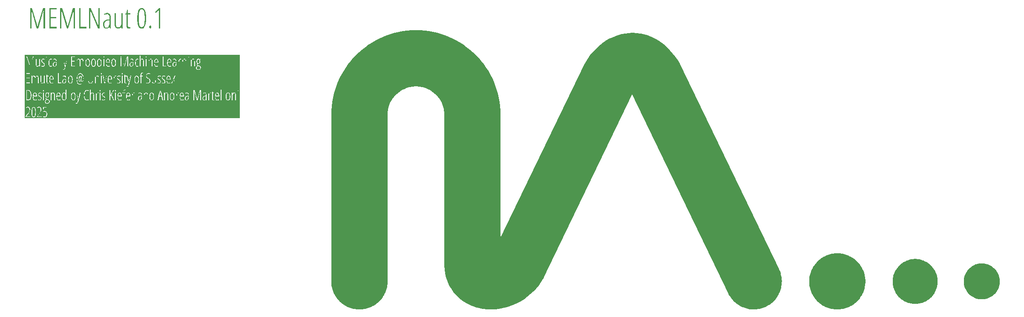
<source format=gbr>
%TF.GenerationSoftware,KiCad,Pcbnew,8.0.8*%
%TF.CreationDate,2025-03-17T17:13:05+00:00*%
%TF.ProjectId,memlnaut_0_1_backplate,6d656d6c-6e61-4757-945f-305f315f6261,rev?*%
%TF.SameCoordinates,Original*%
%TF.FileFunction,Legend,Top*%
%TF.FilePolarity,Positive*%
%FSLAX46Y46*%
G04 Gerber Fmt 4.6, Leading zero omitted, Abs format (unit mm)*
G04 Created by KiCad (PCBNEW 8.0.8) date 2025-03-17 17:13:05*
%MOMM*%
%LPD*%
G01*
G04 APERTURE LIST*
%ADD10C,0.000000*%
%ADD11C,0.100000*%
G04 APERTURE END LIST*
D10*
G36*
X151580000Y-66540000D02*
G01*
X152433944Y-66605147D01*
X153275617Y-66712422D01*
X154103952Y-66860760D01*
X154917883Y-67049093D01*
X155716343Y-67276355D01*
X156498266Y-67541480D01*
X157262586Y-67843402D01*
X158008237Y-68181055D01*
X158734152Y-68553371D01*
X159439265Y-68959285D01*
X160122510Y-69397731D01*
X160782820Y-69867641D01*
X161419129Y-70367951D01*
X162030370Y-70897593D01*
X162615479Y-71455501D01*
X163173387Y-72040609D01*
X163703029Y-72651851D01*
X164203338Y-73288160D01*
X164673249Y-73948470D01*
X165111694Y-74631714D01*
X165517608Y-75336827D01*
X165889924Y-76062742D01*
X166227577Y-76808392D01*
X166529499Y-77572712D01*
X166794624Y-78354635D01*
X167021886Y-79153095D01*
X167210219Y-79967025D01*
X167358556Y-80795360D01*
X167465832Y-81637032D01*
X167530979Y-82490976D01*
X167552932Y-83356125D01*
X167552932Y-107808914D01*
X184076163Y-73476589D01*
X184115499Y-73396552D01*
X184156200Y-73317011D01*
X184198388Y-73237719D01*
X184242189Y-73158426D01*
X184287727Y-73078886D01*
X184335124Y-72998849D01*
X184384506Y-72918069D01*
X184435996Y-72836296D01*
X184867419Y-72165710D01*
X185324425Y-71532629D01*
X185805747Y-70937849D01*
X186310118Y-70382162D01*
X186836270Y-69866365D01*
X187382936Y-69391252D01*
X187948849Y-68957616D01*
X188532742Y-68566253D01*
X189133346Y-68217957D01*
X189749395Y-67913523D01*
X190379621Y-67653745D01*
X191022758Y-67439417D01*
X191677537Y-67271335D01*
X192342692Y-67150293D01*
X193016954Y-67077084D01*
X193699057Y-67052505D01*
X194051281Y-67058976D01*
X194401406Y-67078318D01*
X194749272Y-67110428D01*
X195094720Y-67155202D01*
X195437588Y-67212535D01*
X195777717Y-67282322D01*
X196114945Y-67364461D01*
X196449113Y-67458847D01*
X196780061Y-67565376D01*
X197107627Y-67683942D01*
X197431652Y-67814444D01*
X197751975Y-67956775D01*
X198068435Y-68110833D01*
X198380874Y-68276512D01*
X198993041Y-68642320D01*
X199587194Y-69053365D01*
X200162050Y-69508815D01*
X200716325Y-70007835D01*
X201248738Y-70549593D01*
X201758004Y-71133256D01*
X202242842Y-71757990D01*
X202701969Y-72422962D01*
X203134101Y-73127338D01*
X203185155Y-73220602D01*
X203234970Y-73313868D01*
X203283299Y-73407134D01*
X203329894Y-73500400D01*
X222885245Y-114124527D01*
X222999744Y-114378985D01*
X223101124Y-114637063D01*
X223189349Y-114898350D01*
X223264385Y-115162436D01*
X223326197Y-115428910D01*
X223374751Y-115697360D01*
X223410010Y-115967376D01*
X223431941Y-116238547D01*
X223440508Y-116510462D01*
X223435678Y-116782711D01*
X223417413Y-117054881D01*
X223385681Y-117326564D01*
X223340446Y-117597347D01*
X223281673Y-117866820D01*
X223209327Y-118134572D01*
X223123374Y-118400192D01*
X223024571Y-118661334D01*
X222913885Y-118915717D01*
X222791587Y-119163030D01*
X222657950Y-119402964D01*
X222513243Y-119635208D01*
X222357739Y-119859452D01*
X222191709Y-120075387D01*
X222015424Y-120282702D01*
X221829155Y-120481088D01*
X221633173Y-120670233D01*
X221427751Y-120849829D01*
X221213158Y-121019565D01*
X220989667Y-121179132D01*
X220757549Y-121328218D01*
X220517075Y-121466515D01*
X220268516Y-121593712D01*
X220014057Y-121708616D01*
X219755979Y-121810239D01*
X219494691Y-121898569D01*
X219230605Y-121973593D01*
X218964131Y-122035300D01*
X218695680Y-122083679D01*
X218425663Y-122118717D01*
X218154491Y-122140404D01*
X217882575Y-122148728D01*
X217610326Y-122143676D01*
X217338155Y-122125238D01*
X217066472Y-122093402D01*
X216795688Y-122048155D01*
X216526215Y-121989487D01*
X216258463Y-121917386D01*
X215992843Y-121831840D01*
X215731700Y-121733038D01*
X215477318Y-121622353D01*
X215230004Y-121500056D01*
X214990071Y-121366419D01*
X214757827Y-121221713D01*
X214533582Y-121066209D01*
X214317648Y-120900178D01*
X214110332Y-120723893D01*
X213911947Y-120537623D01*
X213722801Y-120341642D01*
X213543205Y-120136219D01*
X213373469Y-119921626D01*
X213213903Y-119698134D01*
X213064816Y-119466015D01*
X212926520Y-119225541D01*
X212799323Y-118976982D01*
X193699050Y-79292133D01*
X176178344Y-115698799D01*
X176155282Y-115746292D01*
X176131754Y-115793507D01*
X176107793Y-115840413D01*
X176083429Y-115886979D01*
X176058693Y-115933173D01*
X176033615Y-115978964D01*
X175982558Y-116069213D01*
X175560552Y-116746675D01*
X175096032Y-117391918D01*
X174591694Y-118003357D01*
X174050229Y-118579406D01*
X173474333Y-119118482D01*
X172866698Y-119618997D01*
X172230019Y-120079368D01*
X171566989Y-120498008D01*
X170880301Y-120873334D01*
X170172650Y-121203759D01*
X169446728Y-121487699D01*
X168705229Y-121723568D01*
X167950848Y-121909781D01*
X167186278Y-122044752D01*
X166414212Y-122126898D01*
X165637343Y-122154632D01*
X165289757Y-122149057D01*
X164943721Y-122132350D01*
X164599546Y-122104544D01*
X164257541Y-122065668D01*
X163918016Y-122015753D01*
X163581282Y-121954831D01*
X163247649Y-121882932D01*
X162917426Y-121800087D01*
X162548276Y-121693488D01*
X162187586Y-121573804D01*
X161835572Y-121441309D01*
X161492445Y-121296283D01*
X160833713Y-120969742D01*
X160213098Y-120596398D01*
X159632310Y-120178467D01*
X159093059Y-119718167D01*
X158597052Y-119217714D01*
X158146000Y-118679326D01*
X157741611Y-118105218D01*
X157385596Y-117497609D01*
X157079663Y-116858716D01*
X156825521Y-116190754D01*
X156624880Y-115495941D01*
X156479449Y-114776495D01*
X156427971Y-114408227D01*
X156390936Y-114034631D01*
X156368559Y-113655986D01*
X156361053Y-113272567D01*
X156361053Y-83358780D01*
X156353694Y-83068593D01*
X156331856Y-82782175D01*
X156295896Y-82499881D01*
X156246171Y-82222069D01*
X156183037Y-81949096D01*
X156106853Y-81681319D01*
X156017975Y-81419094D01*
X155916760Y-81162780D01*
X155803565Y-80912733D01*
X155678747Y-80669309D01*
X155542663Y-80432867D01*
X155395671Y-80203764D01*
X155238126Y-79982355D01*
X155070388Y-79768998D01*
X154892812Y-79564051D01*
X154705755Y-79367871D01*
X154509574Y-79180814D01*
X154304628Y-79003237D01*
X154091272Y-78835498D01*
X153869863Y-78677954D01*
X153640759Y-78530961D01*
X153404317Y-78394877D01*
X153160894Y-78270059D01*
X152910847Y-78156864D01*
X152654533Y-78055648D01*
X152392308Y-77966770D01*
X152124531Y-77890585D01*
X151851558Y-77827452D01*
X151573746Y-77777727D01*
X151291452Y-77741766D01*
X151005033Y-77719928D01*
X150714847Y-77712570D01*
X150424660Y-77719928D01*
X150138242Y-77741766D01*
X149855948Y-77777726D01*
X149578136Y-77827452D01*
X149305163Y-77890585D01*
X149037386Y-77966769D01*
X148775162Y-78055647D01*
X148518848Y-78156863D01*
X148268800Y-78270058D01*
X148025377Y-78394876D01*
X147788935Y-78530959D01*
X147559832Y-78677952D01*
X147338423Y-78835496D01*
X147125067Y-79003235D01*
X146920120Y-79180811D01*
X146723940Y-79367868D01*
X146536883Y-79564049D01*
X146359306Y-79768995D01*
X146191568Y-79982352D01*
X146034023Y-80203760D01*
X145887031Y-80432864D01*
X145750947Y-80669306D01*
X145626129Y-80912729D01*
X145512934Y-81162777D01*
X145411719Y-81419091D01*
X145322840Y-81681316D01*
X145246656Y-81949094D01*
X145183523Y-82222067D01*
X145133797Y-82499879D01*
X145097837Y-82782174D01*
X145075999Y-83068593D01*
X145068641Y-83358780D01*
X145068641Y-116553398D01*
X145061344Y-116840880D01*
X145039689Y-117124642D01*
X145004031Y-117404332D01*
X144954725Y-117679593D01*
X144892125Y-117950072D01*
X144816586Y-118215413D01*
X144728463Y-118475263D01*
X144628110Y-118729265D01*
X144515881Y-118977067D01*
X144392132Y-119218313D01*
X144257217Y-119452648D01*
X144111490Y-119679718D01*
X143955307Y-119899169D01*
X143789022Y-120110645D01*
X143612989Y-120313792D01*
X143427563Y-120508256D01*
X143233099Y-120693681D01*
X143029952Y-120869713D01*
X142818475Y-121035999D01*
X142599025Y-121192181D01*
X142371955Y-121337908D01*
X142137619Y-121472823D01*
X141896373Y-121596571D01*
X141648572Y-121708800D01*
X141394569Y-121809153D01*
X141134719Y-121897276D01*
X140869378Y-121972815D01*
X140598899Y-122035415D01*
X140323638Y-122084721D01*
X140043949Y-122120378D01*
X139760186Y-122142033D01*
X139472705Y-122149330D01*
X139185224Y-122142033D01*
X138901461Y-122120378D01*
X138621772Y-122084721D01*
X138346511Y-122035415D01*
X138076033Y-121972815D01*
X137810692Y-121897276D01*
X137550843Y-121809153D01*
X137296840Y-121708800D01*
X137049038Y-121596571D01*
X136807792Y-121472823D01*
X136573457Y-121337908D01*
X136346387Y-121192181D01*
X136126936Y-121035999D01*
X135915459Y-120869713D01*
X135712312Y-120693681D01*
X135517848Y-120508256D01*
X135332422Y-120313792D01*
X135156389Y-120110645D01*
X134990104Y-119899169D01*
X134833920Y-119679718D01*
X134688194Y-119452648D01*
X134553279Y-119218313D01*
X134429529Y-118977067D01*
X134317301Y-118729265D01*
X134216947Y-118475263D01*
X134128824Y-118215413D01*
X134053285Y-117950072D01*
X133990685Y-117679593D01*
X133941379Y-117404332D01*
X133905721Y-117124642D01*
X133884066Y-116840880D01*
X133876769Y-116553398D01*
X133876769Y-83356125D01*
X133898722Y-82490976D01*
X133963869Y-81637032D01*
X134071144Y-80795360D01*
X134219482Y-79967025D01*
X134407815Y-79153095D01*
X134635077Y-78354635D01*
X134900203Y-77572712D01*
X135202124Y-76808392D01*
X135539777Y-76062742D01*
X135912093Y-75336827D01*
X136318007Y-74631714D01*
X136756453Y-73948470D01*
X137226364Y-73288160D01*
X137726673Y-72651851D01*
X138256315Y-72040609D01*
X138814224Y-71455501D01*
X139399332Y-70897593D01*
X140010574Y-70367951D01*
X140646883Y-69867641D01*
X141307193Y-69397731D01*
X141990437Y-68959285D01*
X142695550Y-68553371D01*
X143421465Y-68181055D01*
X144167116Y-67843402D01*
X144931436Y-67541480D01*
X145713359Y-67276355D01*
X146511819Y-67049093D01*
X147325750Y-66860760D01*
X148154084Y-66712422D01*
X148995757Y-66605147D01*
X149849701Y-66540000D01*
X150714850Y-66518047D01*
X151580000Y-66540000D01*
G37*
G36*
X250168927Y-112090415D02*
G01*
X250395978Y-112107735D01*
X250619765Y-112136254D01*
X250840004Y-112175690D01*
X251056412Y-112225759D01*
X251268705Y-112286177D01*
X251476600Y-112356662D01*
X251679813Y-112436930D01*
X251878062Y-112526697D01*
X252071062Y-112625680D01*
X252258531Y-112733595D01*
X252440185Y-112850160D01*
X252615740Y-112975091D01*
X252784913Y-113108104D01*
X252947421Y-113248916D01*
X253102981Y-113397243D01*
X253251308Y-113552803D01*
X253392119Y-113715311D01*
X253525132Y-113884485D01*
X253650062Y-114060040D01*
X253766627Y-114241694D01*
X253874542Y-114429163D01*
X253973525Y-114622164D01*
X254063292Y-114820413D01*
X254143559Y-115023627D01*
X254214043Y-115231522D01*
X254274462Y-115443815D01*
X254324530Y-115660223D01*
X254363966Y-115880462D01*
X254392485Y-116104249D01*
X254409805Y-116331300D01*
X254415641Y-116561332D01*
X254409805Y-116791364D01*
X254392485Y-117018416D01*
X254363966Y-117242202D01*
X254324530Y-117462441D01*
X254274462Y-117678849D01*
X254214043Y-117891143D01*
X254143559Y-118099038D01*
X254063292Y-118302252D01*
X253973525Y-118500501D01*
X253874542Y-118693501D01*
X253766627Y-118880971D01*
X253650062Y-119062625D01*
X253525132Y-119238180D01*
X253392119Y-119407354D01*
X253251308Y-119569862D01*
X253102981Y-119725422D01*
X252947421Y-119873749D01*
X252784913Y-120014561D01*
X252615740Y-120147574D01*
X252440185Y-120272505D01*
X252258531Y-120389069D01*
X252071062Y-120496985D01*
X251878062Y-120595968D01*
X251679813Y-120685735D01*
X251476600Y-120766003D01*
X251268705Y-120836487D01*
X251056412Y-120896906D01*
X250840004Y-120946975D01*
X250619765Y-120986411D01*
X250395978Y-121014930D01*
X250168927Y-121032249D01*
X249938895Y-121038086D01*
X249708864Y-121032249D01*
X249481814Y-121014930D01*
X249258029Y-120986410D01*
X249037791Y-120946975D01*
X248821384Y-120896906D01*
X248609091Y-120836487D01*
X248401197Y-120766002D01*
X248197983Y-120685734D01*
X247999735Y-120595967D01*
X247806735Y-120496984D01*
X247619266Y-120389068D01*
X247437612Y-120272503D01*
X247262057Y-120147572D01*
X247092883Y-120014559D01*
X246930375Y-119873746D01*
X246774815Y-119725419D01*
X246626488Y-119569859D01*
X246485676Y-119407351D01*
X246352663Y-119238177D01*
X246227732Y-119062621D01*
X246111167Y-118880967D01*
X246003251Y-118693498D01*
X245904268Y-118500497D01*
X245814501Y-118302249D01*
X245734233Y-118099035D01*
X245663748Y-117891140D01*
X245603330Y-117678847D01*
X245553260Y-117462439D01*
X245513825Y-117242201D01*
X245485305Y-117018414D01*
X245467986Y-116791364D01*
X245462150Y-116561332D01*
X245467986Y-116331300D01*
X245485305Y-116104249D01*
X245513824Y-115880462D01*
X245553260Y-115660223D01*
X245603329Y-115443815D01*
X245663747Y-115231522D01*
X245734232Y-115023627D01*
X245814499Y-114820413D01*
X245904266Y-114622164D01*
X246003248Y-114429163D01*
X246111164Y-114241694D01*
X246227728Y-114060040D01*
X246352658Y-113884485D01*
X246485671Y-113715311D01*
X246626483Y-113552803D01*
X246774810Y-113397243D01*
X246930369Y-113248916D01*
X247092877Y-113108104D01*
X247262050Y-112975091D01*
X247437605Y-112850160D01*
X247619259Y-112733595D01*
X247806728Y-112625680D01*
X247999728Y-112526697D01*
X248197977Y-112436930D01*
X248401191Y-112356662D01*
X248609086Y-112286177D01*
X248821379Y-112225759D01*
X249037786Y-112175690D01*
X249258025Y-112136254D01*
X249481812Y-112107735D01*
X249708863Y-112090415D01*
X249938895Y-112084579D01*
X250168927Y-112090415D01*
G37*
G36*
X263362576Y-112983541D02*
G01*
X263544144Y-112997393D01*
X263723117Y-113020202D01*
X263899267Y-113051743D01*
X264072368Y-113091789D01*
X264242190Y-113140114D01*
X264408507Y-113196492D01*
X264571091Y-113260697D01*
X264729714Y-113332502D01*
X264884148Y-113411681D01*
X265034166Y-113498008D01*
X265179540Y-113591256D01*
X265320042Y-113691200D01*
X265455444Y-113797613D01*
X265585520Y-113910269D01*
X265710040Y-114028941D01*
X265828778Y-114153403D01*
X265941506Y-114283430D01*
X266047995Y-114418794D01*
X266148019Y-114559270D01*
X266241350Y-114704632D01*
X266327759Y-114854652D01*
X266407020Y-115009106D01*
X266478904Y-115167766D01*
X266543184Y-115330406D01*
X266599632Y-115496800D01*
X266648021Y-115666722D01*
X266688122Y-115839946D01*
X266719708Y-116016245D01*
X266742552Y-116195394D01*
X266756425Y-116377165D01*
X266761100Y-116561332D01*
X266756425Y-116745501D01*
X266742552Y-116927272D01*
X266719709Y-117106421D01*
X266688123Y-117282721D01*
X266648022Y-117455945D01*
X266599634Y-117625868D01*
X266543186Y-117792263D01*
X266478906Y-117954904D01*
X266407023Y-118113564D01*
X266327762Y-118268018D01*
X266241353Y-118418038D01*
X266148023Y-118563400D01*
X266048000Y-118703876D01*
X265941511Y-118839241D01*
X265828783Y-118969268D01*
X265710046Y-119093731D01*
X265585526Y-119212403D01*
X265455450Y-119325059D01*
X265320048Y-119431472D01*
X265179546Y-119531416D01*
X265034173Y-119624664D01*
X264884155Y-119710991D01*
X264729721Y-119790170D01*
X264571098Y-119861975D01*
X264408513Y-119926180D01*
X264242196Y-119982558D01*
X264072373Y-120030883D01*
X263899272Y-120070929D01*
X263723120Y-120102470D01*
X263544146Y-120125280D01*
X263362577Y-120139131D01*
X263178641Y-120143799D01*
X262994474Y-120139124D01*
X262812704Y-120125250D01*
X262633556Y-120102407D01*
X262457258Y-120070821D01*
X262284035Y-120030720D01*
X262114113Y-119982331D01*
X261947720Y-119925883D01*
X261785080Y-119861603D01*
X261626421Y-119789719D01*
X261471968Y-119710458D01*
X261321948Y-119624048D01*
X261176588Y-119530718D01*
X261036112Y-119430694D01*
X260900748Y-119324204D01*
X260770722Y-119211476D01*
X260646260Y-119092738D01*
X260527589Y-118968217D01*
X260414933Y-118838142D01*
X260308521Y-118702739D01*
X260208578Y-118562237D01*
X260115330Y-118416862D01*
X260029003Y-118266844D01*
X259949825Y-118112410D01*
X259878020Y-117953787D01*
X259813816Y-117791202D01*
X259757438Y-117624885D01*
X259709113Y-117455062D01*
X259669067Y-117281961D01*
X259637526Y-117105810D01*
X259614717Y-116926836D01*
X259600865Y-116745268D01*
X259596198Y-116561332D01*
X259600873Y-116377165D01*
X259614746Y-116195394D01*
X259637589Y-116016245D01*
X259669175Y-115839946D01*
X259709276Y-115666722D01*
X259757664Y-115496800D01*
X259814112Y-115330406D01*
X259878391Y-115167766D01*
X259950275Y-115009106D01*
X260029535Y-114854652D01*
X260115944Y-114704632D01*
X260209274Y-114559270D01*
X260309297Y-114418794D01*
X260415786Y-114283430D01*
X260528513Y-114153403D01*
X260647250Y-114028941D01*
X260771770Y-113910269D01*
X260901845Y-113797613D01*
X261037246Y-113691200D01*
X261177748Y-113591256D01*
X261323121Y-113498008D01*
X261473138Y-113411681D01*
X261627572Y-113332502D01*
X261786194Y-113260697D01*
X261948777Y-113196492D01*
X262115094Y-113140114D01*
X262284916Y-113091789D01*
X262458016Y-113051743D01*
X262634166Y-113020202D01*
X262813139Y-112997393D01*
X262994707Y-112983541D01*
X263178641Y-112978874D01*
X263362576Y-112983541D01*
G37*
G36*
X234742949Y-110970050D02*
G01*
X235026712Y-110991705D01*
X235306402Y-111027362D01*
X235581665Y-111076669D01*
X235852144Y-111139268D01*
X236117486Y-111214807D01*
X236377336Y-111302931D01*
X236631340Y-111403284D01*
X236879142Y-111515512D01*
X237120388Y-111639262D01*
X237354724Y-111774177D01*
X237581795Y-111919903D01*
X237801246Y-112076087D01*
X238012723Y-112242372D01*
X238215870Y-112418405D01*
X238410334Y-112603830D01*
X238595760Y-112798294D01*
X238771793Y-113001441D01*
X238938079Y-113212917D01*
X239094262Y-113432368D01*
X239239989Y-113659438D01*
X239374904Y-113893773D01*
X239498654Y-114135019D01*
X239610882Y-114382821D01*
X239711236Y-114636823D01*
X239799359Y-114896672D01*
X239874898Y-115162013D01*
X239937498Y-115432492D01*
X239986804Y-115707753D01*
X240022462Y-115987442D01*
X240044116Y-116271204D01*
X240051413Y-116558685D01*
X240044116Y-116846167D01*
X240022462Y-117129930D01*
X239986804Y-117409619D01*
X239937497Y-117684881D01*
X239874897Y-117955360D01*
X239799358Y-118220701D01*
X239711234Y-118480551D01*
X239610880Y-118734554D01*
X239498651Y-118982356D01*
X239374901Y-119223602D01*
X239239985Y-119457937D01*
X239094258Y-119685008D01*
X238938075Y-119904459D01*
X238771789Y-120115935D01*
X238595755Y-120319083D01*
X238410329Y-120513547D01*
X238215864Y-120698972D01*
X238012716Y-120875005D01*
X237801239Y-121041291D01*
X237581788Y-121197474D01*
X237354717Y-121343200D01*
X237120381Y-121478116D01*
X236879135Y-121601865D01*
X236631333Y-121714093D01*
X236377330Y-121814447D01*
X236117480Y-121902570D01*
X235852139Y-121978109D01*
X235581660Y-122040709D01*
X235306399Y-122090015D01*
X235026710Y-122125673D01*
X234742947Y-122147328D01*
X234455466Y-122154625D01*
X234167984Y-122147328D01*
X233884220Y-122125673D01*
X233604530Y-122090015D01*
X233329268Y-122040709D01*
X233058788Y-121978109D01*
X232793446Y-121902570D01*
X232533596Y-121814447D01*
X232279593Y-121714093D01*
X232031791Y-121601865D01*
X231790544Y-121478116D01*
X231556208Y-121343200D01*
X231329138Y-121197474D01*
X231109687Y-121041291D01*
X230898210Y-120875005D01*
X230695062Y-120698972D01*
X230500598Y-120513547D01*
X230315172Y-120319083D01*
X230139139Y-120115935D01*
X229972853Y-119904459D01*
X229816670Y-119685008D01*
X229670943Y-119457937D01*
X229536028Y-119223602D01*
X229412279Y-118982356D01*
X229300050Y-118734554D01*
X229199697Y-118480551D01*
X229111573Y-118220701D01*
X229036034Y-117955360D01*
X228973434Y-117684881D01*
X228924128Y-117409619D01*
X228888471Y-117129930D01*
X228866816Y-116846167D01*
X228859519Y-116558685D01*
X228866816Y-116271204D01*
X228888471Y-115987442D01*
X228924129Y-115707753D01*
X228973435Y-115432492D01*
X229036035Y-115162013D01*
X229111575Y-114896672D01*
X229199699Y-114636823D01*
X229300052Y-114382821D01*
X229412281Y-114135019D01*
X229536031Y-113893773D01*
X229670947Y-113659438D01*
X229816674Y-113432368D01*
X229972858Y-113212917D01*
X230139144Y-113001441D01*
X230315177Y-112798294D01*
X230500604Y-112603830D01*
X230695068Y-112418405D01*
X230898216Y-112242372D01*
X231109693Y-112076087D01*
X231329144Y-111919903D01*
X231556215Y-111774177D01*
X231790551Y-111639262D01*
X232031797Y-111515512D01*
X232279599Y-111403284D01*
X232533603Y-111302931D01*
X232793452Y-111214807D01*
X233058794Y-111139268D01*
X233329272Y-111076669D01*
X233604533Y-111027362D01*
X233884223Y-110991705D01*
X234167985Y-110970050D01*
X234455466Y-110962753D01*
X234742949Y-110970050D01*
G37*
D11*
G36*
X75341479Y-66130000D02*
G01*
X74272672Y-62486873D01*
X74250202Y-62486873D01*
X74259498Y-62687492D01*
X74267913Y-62884128D01*
X74275393Y-63095130D01*
X74277557Y-63214717D01*
X74277557Y-66130000D01*
X74019637Y-66130000D01*
X74019637Y-62128325D01*
X74418241Y-62128325D01*
X75319986Y-65188199D01*
X75374818Y-65383349D01*
X75423951Y-65584792D01*
X75462953Y-65786140D01*
X75476301Y-65877941D01*
X75498771Y-65877941D01*
X75540024Y-65667512D01*
X75590874Y-65467804D01*
X75651385Y-65253175D01*
X75668764Y-65194061D01*
X76561716Y-62128325D01*
X76973021Y-62128325D01*
X76973021Y-66130000D01*
X76704354Y-66130000D01*
X76704354Y-63237187D01*
X76708869Y-63032315D01*
X76717284Y-62812273D01*
X76726821Y-62596891D01*
X76731709Y-62492735D01*
X76709239Y-62492735D01*
X75646294Y-66130000D01*
X75341479Y-66130000D01*
G37*
G36*
X79290397Y-66130000D02*
G01*
X77833733Y-66130000D01*
X77833733Y-62128325D01*
X79290397Y-62128325D01*
X79290397Y-62386245D01*
X78103377Y-62386245D01*
X78103377Y-63879057D01*
X79223963Y-63879057D01*
X79223963Y-64136978D01*
X78103377Y-64136978D01*
X78103377Y-65872079D01*
X79290397Y-65872079D01*
X79290397Y-66130000D01*
G37*
G36*
X81308820Y-66130000D02*
G01*
X80240013Y-62486873D01*
X80217543Y-62486873D01*
X80226840Y-62687492D01*
X80235255Y-62884128D01*
X80242734Y-63095130D01*
X80244898Y-63214717D01*
X80244898Y-66130000D01*
X79986978Y-66130000D01*
X79986978Y-62128325D01*
X80385582Y-62128325D01*
X81287327Y-65188199D01*
X81342159Y-65383349D01*
X81391292Y-65584792D01*
X81430295Y-65786140D01*
X81443642Y-65877941D01*
X81466113Y-65877941D01*
X81507365Y-65667512D01*
X81558215Y-65467804D01*
X81618726Y-65253175D01*
X81636106Y-65194061D01*
X82529057Y-62128325D01*
X82940362Y-62128325D01*
X82940362Y-66130000D01*
X82671695Y-66130000D01*
X82671695Y-63237187D01*
X82676210Y-63032315D01*
X82684625Y-62812273D01*
X82694162Y-62596891D01*
X82699050Y-62492735D01*
X82676580Y-62492735D01*
X81613635Y-66130000D01*
X81308820Y-66130000D01*
G37*
G36*
X83801074Y-66130000D02*
G01*
X83801074Y-62128325D01*
X84070718Y-62128325D01*
X84070718Y-65872079D01*
X85202051Y-65872079D01*
X85202051Y-66130000D01*
X83801074Y-66130000D01*
G37*
G36*
X87859413Y-66130000D02*
G01*
X87515519Y-66130000D01*
X85996329Y-62541584D01*
X85973859Y-62541584D01*
X85989916Y-62748797D01*
X86000718Y-62951683D01*
X86006265Y-63150241D01*
X86007076Y-63258681D01*
X86007076Y-66130000D01*
X85743293Y-66130000D01*
X85743293Y-62128325D01*
X86092072Y-62128325D01*
X87600516Y-65675708D01*
X87617124Y-65675708D01*
X87607721Y-65460652D01*
X87601004Y-65263914D01*
X87596660Y-65064481D01*
X87595631Y-64925394D01*
X87595631Y-62128325D01*
X87859413Y-62128325D01*
X87859413Y-66130000D01*
G37*
G36*
X89565224Y-63089115D02*
G01*
X89749797Y-63167196D01*
X89885652Y-63300690D01*
X89971175Y-63477442D01*
X90021064Y-63689215D01*
X90042128Y-63888442D01*
X90047829Y-64083244D01*
X90047829Y-66130000D01*
X89833872Y-66130000D01*
X89800655Y-65714787D01*
X89789909Y-65714787D01*
X89685403Y-65900937D01*
X89540323Y-66057695D01*
X89367888Y-66154736D01*
X89168097Y-66192059D01*
X89141200Y-66192526D01*
X88938784Y-66159965D01*
X88768241Y-66062283D01*
X88672254Y-65960983D01*
X88571577Y-65782656D01*
X88516317Y-65588483D01*
X88496112Y-65387623D01*
X88495520Y-65346468D01*
X88770928Y-65346468D01*
X88782186Y-65541825D01*
X88830483Y-65742728D01*
X88886210Y-65846678D01*
X89042178Y-65974653D01*
X89199818Y-66004947D01*
X89391930Y-65964143D01*
X89549146Y-65841732D01*
X89634570Y-65714787D01*
X89709661Y-65532483D01*
X89755777Y-65338386D01*
X89780200Y-65143808D01*
X89789757Y-64926135D01*
X89789909Y-64893154D01*
X89789909Y-64566845D01*
X89479232Y-64584431D01*
X89272560Y-64613244D01*
X89086876Y-64683286D01*
X88944829Y-64793503D01*
X88838858Y-64960107D01*
X88784683Y-65155793D01*
X88770928Y-65346468D01*
X88495520Y-65346468D01*
X88495422Y-65339630D01*
X88511359Y-65138190D01*
X88567387Y-64937992D01*
X88663755Y-64765770D01*
X88750411Y-64666496D01*
X88910698Y-64544368D01*
X89103598Y-64458253D01*
X89302442Y-64411938D01*
X89468485Y-64395875D01*
X89789909Y-64379267D01*
X89789909Y-64128185D01*
X89783375Y-63930593D01*
X89756833Y-63724131D01*
X89698031Y-63535820D01*
X89685373Y-63510739D01*
X89546643Y-63364926D01*
X89354473Y-63316512D01*
X89339525Y-63316322D01*
X89129779Y-63343894D01*
X88933018Y-63418289D01*
X88816845Y-63483384D01*
X88704494Y-63274312D01*
X88881568Y-63173719D01*
X89083755Y-63100561D01*
X89291667Y-63068046D01*
X89355157Y-63066217D01*
X89565224Y-63089115D01*
G37*
G36*
X91071695Y-63128743D02*
G01*
X91071695Y-65093433D01*
X91078290Y-65301589D01*
X91101474Y-65499709D01*
X91152479Y-65690011D01*
X91177208Y-65745073D01*
X91312030Y-65898946D01*
X91503517Y-65950237D01*
X91697136Y-65923332D01*
X91882883Y-65820017D01*
X91998841Y-65674731D01*
X92075348Y-65492316D01*
X92122334Y-65285015D01*
X92147219Y-65068764D01*
X92156492Y-64857510D01*
X92157110Y-64781779D01*
X92157110Y-63128743D01*
X92415031Y-63128743D01*
X92415031Y-66130000D01*
X92195212Y-66130000D01*
X92161995Y-65715764D01*
X92140502Y-65715764D01*
X92041847Y-65896458D01*
X91905018Y-66045236D01*
X91873789Y-66069427D01*
X91695980Y-66161751D01*
X91502540Y-66192526D01*
X91296727Y-66167338D01*
X91113970Y-66081449D01*
X90976929Y-65934605D01*
X90889345Y-65741443D01*
X90842634Y-65540890D01*
X90818791Y-65331845D01*
X90811006Y-65127735D01*
X90810844Y-65091479D01*
X90810844Y-63128743D01*
X91071695Y-63128743D01*
G37*
G36*
X93744689Y-65950237D02*
G01*
X93940828Y-65922956D01*
X93958646Y-65917020D01*
X93958646Y-66137815D01*
X93759748Y-66187183D01*
X93647969Y-66192526D01*
X93446224Y-66148989D01*
X93288161Y-65995932D01*
X93215659Y-65800699D01*
X93188640Y-65580297D01*
X93186838Y-65495945D01*
X93186838Y-63359309D01*
X92917194Y-63359309D01*
X92917194Y-63205924D01*
X93180976Y-63128743D01*
X93265973Y-62440956D01*
X93447690Y-62440956D01*
X93447690Y-63128743D01*
X93920544Y-63128743D01*
X93920544Y-63359309D01*
X93447690Y-63359309D01*
X93447690Y-65422672D01*
X93456895Y-65624676D01*
X93501449Y-65817247D01*
X93513147Y-65839839D01*
X93686242Y-65946356D01*
X93744689Y-65950237D01*
G37*
G36*
X96411332Y-62097733D02*
G01*
X96593538Y-62193538D01*
X96745457Y-62353211D01*
X96853542Y-62545319D01*
X96867090Y-62576755D01*
X96939469Y-62786578D01*
X96988347Y-62989820D01*
X97026824Y-63218869D01*
X97050119Y-63420690D01*
X97066758Y-63639028D01*
X97076741Y-63873883D01*
X97080069Y-64125254D01*
X97076604Y-64372046D01*
X97066209Y-64603421D01*
X97048883Y-64819377D01*
X97024626Y-65019916D01*
X96984560Y-65248908D01*
X96933665Y-65453809D01*
X96858297Y-65667892D01*
X96767839Y-65846185D01*
X96642944Y-66007572D01*
X96474676Y-66130533D01*
X96279175Y-66187915D01*
X96198841Y-66192526D01*
X95982442Y-66162240D01*
X95798283Y-66071381D01*
X95646364Y-65919951D01*
X95539882Y-65737761D01*
X95526685Y-65707948D01*
X95456297Y-65504661D01*
X95408765Y-65302302D01*
X95371346Y-65069986D01*
X95348693Y-64862562D01*
X95332512Y-64635966D01*
X95322803Y-64390197D01*
X95319769Y-64193287D01*
X95319567Y-64125254D01*
X95598981Y-64125254D01*
X95601225Y-64344584D01*
X95607957Y-64549748D01*
X95622683Y-64786282D01*
X95644421Y-65000682D01*
X95679764Y-65228743D01*
X95725205Y-65424931D01*
X95742595Y-65483244D01*
X95825272Y-65680715D01*
X95957812Y-65848212D01*
X96141072Y-65930638D01*
X96197864Y-65934605D01*
X96402387Y-65870995D01*
X96540499Y-65720805D01*
X96629830Y-65537043D01*
X96700356Y-65296738D01*
X96740908Y-65079404D01*
X96770881Y-64830265D01*
X96790275Y-64549321D01*
X96797328Y-64344355D01*
X96799678Y-64125254D01*
X96797328Y-63907100D01*
X96790275Y-63703019D01*
X96770881Y-63423289D01*
X96740908Y-63175226D01*
X96700356Y-62958831D01*
X96629830Y-62719564D01*
X96540499Y-62536596D01*
X96402387Y-62387054D01*
X96197864Y-62323719D01*
X96003899Y-62376361D01*
X95861628Y-62515579D01*
X95771166Y-62689602D01*
X95742595Y-62769218D01*
X95686636Y-62986043D01*
X95649610Y-63207464D01*
X95626469Y-63417064D01*
X95610341Y-63649467D01*
X95602487Y-63851807D01*
X95599121Y-64068741D01*
X95598981Y-64125254D01*
X95319567Y-64125254D01*
X95323002Y-63875867D01*
X95333306Y-63642569D01*
X95350479Y-63425361D01*
X95374521Y-63224242D01*
X95423465Y-62952732D01*
X95487865Y-62717423D01*
X95567721Y-62518316D01*
X95698239Y-62309152D01*
X95856233Y-62164347D01*
X96041705Y-62083899D01*
X96198841Y-62065799D01*
X96411332Y-62097733D01*
G37*
G36*
X97681884Y-65901388D02*
G01*
X97722836Y-65700365D01*
X97895840Y-65607320D01*
X98047271Y-65673754D01*
X98109782Y-65862355D01*
X98110774Y-65901388D01*
X98068852Y-66096710D01*
X98047271Y-66125115D01*
X97895840Y-66192526D01*
X97722836Y-66100408D01*
X97681884Y-65901388D01*
G37*
G36*
X99876161Y-66130000D02*
G01*
X99612379Y-66130000D01*
X99612379Y-63187362D01*
X99614157Y-62981119D01*
X99619489Y-62765757D01*
X99627213Y-62566668D01*
X99634849Y-62412623D01*
X99502500Y-62561001D01*
X99365205Y-62699853D01*
X99022288Y-63012484D01*
X98881605Y-62839560D01*
X99656343Y-62128325D01*
X99876161Y-62128325D01*
X99876161Y-66130000D01*
G37*
G36*
X74832163Y-81938527D02*
G01*
X74901219Y-82013298D01*
X74945885Y-82104782D01*
X74981148Y-82224415D01*
X75001424Y-82332613D01*
X75016410Y-82456644D01*
X75026107Y-82596509D01*
X75029634Y-82698550D01*
X75030809Y-82807627D01*
X75029634Y-82917177D01*
X75026107Y-83019660D01*
X75016410Y-83160132D01*
X75001424Y-83284702D01*
X74981148Y-83393369D01*
X74945885Y-83513521D01*
X74901219Y-83605402D01*
X74832163Y-83680497D01*
X74729902Y-83712302D01*
X74701506Y-83710319D01*
X74609876Y-83669106D01*
X74543606Y-83585357D01*
X74502267Y-83486622D01*
X74493572Y-83457465D01*
X74470852Y-83359371D01*
X74453180Y-83245341D01*
X74442311Y-83138141D01*
X74434948Y-83019874D01*
X74431582Y-82917292D01*
X74430460Y-82807627D01*
X74430530Y-82779370D01*
X74432213Y-82670903D01*
X74436140Y-82569733D01*
X74444204Y-82453532D01*
X74455775Y-82348732D01*
X74474288Y-82238021D01*
X74502267Y-82129609D01*
X74516553Y-82089801D01*
X74561784Y-82002789D01*
X74632919Y-81933180D01*
X74729902Y-81906859D01*
X74832163Y-81938527D01*
G37*
G36*
X77532153Y-80390084D02*
G01*
X77628221Y-80409618D01*
X77711618Y-80462212D01*
X77728906Y-80481606D01*
X77773206Y-80571330D01*
X77785380Y-80670795D01*
X77776840Y-80759401D01*
X77743210Y-80852374D01*
X77677424Y-80934577D01*
X77594258Y-80989365D01*
X77493199Y-81021411D01*
X77385799Y-81030809D01*
X77349841Y-81029565D01*
X77249111Y-81008337D01*
X77163538Y-80951186D01*
X77138636Y-80919146D01*
X77100569Y-80827423D01*
X77090265Y-80729902D01*
X77094496Y-80665815D01*
X77121435Y-80569003D01*
X77178681Y-80482728D01*
X77213617Y-80450854D01*
X77300270Y-80404418D01*
X77401919Y-80388939D01*
X77498150Y-80388939D01*
X77532153Y-80390084D01*
G37*
G36*
X77431926Y-79025503D02*
G01*
X77525878Y-79055141D01*
X77595359Y-79131577D01*
X77632568Y-79222687D01*
X77651590Y-79326601D01*
X77656420Y-79426133D01*
X77652687Y-79517725D01*
X77637525Y-79615040D01*
X77596702Y-79719225D01*
X77522056Y-79792498D01*
X77417550Y-79816922D01*
X77410632Y-79816829D01*
X77311622Y-79789901D01*
X77238764Y-79721179D01*
X77200385Y-79644735D01*
X77177936Y-79547049D01*
X77171353Y-79439811D01*
X77171415Y-79427593D01*
X77177507Y-79325360D01*
X77195968Y-79228083D01*
X77234368Y-79134019D01*
X77242525Y-79120828D01*
X77317694Y-79049022D01*
X77417550Y-79025087D01*
X77431926Y-79025503D01*
G37*
G36*
X75033618Y-79045450D02*
G01*
X75117784Y-79099223D01*
X75175401Y-79182379D01*
X75208312Y-79261666D01*
X75234098Y-79365827D01*
X75247028Y-79471714D01*
X75250628Y-79574633D01*
X74677634Y-79574633D01*
X74687915Y-79448466D01*
X74705813Y-79339122D01*
X74738898Y-79226098D01*
X74783885Y-79139358D01*
X74866862Y-79062081D01*
X74973168Y-79036322D01*
X75033618Y-79045450D01*
G37*
G36*
X79736758Y-79045450D02*
G01*
X79820925Y-79099223D01*
X79878541Y-79182379D01*
X79911453Y-79261666D01*
X79937238Y-79365827D01*
X79950168Y-79471714D01*
X79953768Y-79574633D01*
X79380774Y-79574633D01*
X79391055Y-79448466D01*
X79408954Y-79339122D01*
X79442039Y-79226098D01*
X79487025Y-79139358D01*
X79570003Y-79062081D01*
X79676308Y-79036322D01*
X79736758Y-79045450D01*
G37*
G36*
X80880433Y-79060512D02*
G01*
X80965147Y-79116964D01*
X81024528Y-79200942D01*
X81060432Y-79292014D01*
X81083433Y-79390485D01*
X81096897Y-79488842D01*
X81104591Y-79600080D01*
X81106594Y-79702616D01*
X81106594Y-79788590D01*
X81106264Y-79823709D01*
X81101312Y-79922588D01*
X81088025Y-80025660D01*
X81062937Y-80127258D01*
X81022086Y-80220900D01*
X80968832Y-80291740D01*
X80880034Y-80350129D01*
X80780774Y-80367445D01*
X80680675Y-80347589D01*
X80601355Y-80288021D01*
X80547278Y-80199406D01*
X80518918Y-80118149D01*
X80497523Y-80021838D01*
X80483094Y-79910474D01*
X80476271Y-79803037D01*
X80474494Y-79705059D01*
X80475585Y-79626832D01*
X80481315Y-79518394D01*
X80494208Y-79405384D01*
X80513786Y-79306912D01*
X80544347Y-79212177D01*
X80597136Y-79122274D01*
X80675590Y-79061840D01*
X80775401Y-79041695D01*
X80880433Y-79060512D01*
G37*
G36*
X82709764Y-79058705D02*
G01*
X82789084Y-79117061D01*
X82843161Y-79203872D01*
X82867896Y-79271175D01*
X82892916Y-79378810D01*
X82907345Y-79489770D01*
X82914168Y-79597343D01*
X82915945Y-79695778D01*
X82914108Y-79797987D01*
X82907056Y-79909179D01*
X82894714Y-80007868D01*
X82873630Y-80107205D01*
X82840718Y-80199895D01*
X82798586Y-80271275D01*
X82717528Y-80340105D01*
X82615038Y-80363049D01*
X82594662Y-80362431D01*
X82485989Y-80332779D01*
X82400603Y-80258647D01*
X82347237Y-80162894D01*
X82316188Y-80064052D01*
X82295488Y-79945441D01*
X82286755Y-79843511D01*
X82283845Y-79730460D01*
X82283845Y-79695778D01*
X82285043Y-79611407D01*
X82291334Y-79496357D01*
X82303018Y-79395115D01*
X82323464Y-79294449D01*
X82360537Y-79192637D01*
X82365453Y-79183201D01*
X82424797Y-79105310D01*
X82511452Y-79054232D01*
X82609665Y-79039253D01*
X82709764Y-79058705D01*
G37*
G36*
X91870743Y-79045450D02*
G01*
X91954909Y-79099223D01*
X92012526Y-79182379D01*
X92045437Y-79261666D01*
X92071223Y-79365827D01*
X92084153Y-79471714D01*
X92087752Y-79574633D01*
X91514759Y-79574633D01*
X91525040Y-79448466D01*
X91542938Y-79339122D01*
X91576023Y-79226098D01*
X91621010Y-79139358D01*
X91703987Y-79062081D01*
X91810293Y-79036322D01*
X91870743Y-79045450D01*
G37*
G36*
X93586304Y-79045450D02*
G01*
X93670471Y-79099223D01*
X93728087Y-79182379D01*
X93760999Y-79261666D01*
X93786785Y-79365827D01*
X93799715Y-79471714D01*
X93803314Y-79574633D01*
X93230321Y-79574633D01*
X93240602Y-79448466D01*
X93258500Y-79339122D01*
X93291585Y-79226098D01*
X93336572Y-79139358D01*
X93419549Y-79062081D01*
X93525854Y-79036322D01*
X93586304Y-79045450D01*
G37*
G36*
X96102616Y-79831577D02*
G01*
X96102541Y-79848067D01*
X96097762Y-79956904D01*
X96085550Y-80054193D01*
X96062492Y-80151241D01*
X96024947Y-80242393D01*
X95982235Y-80305866D01*
X95903627Y-80367071D01*
X95807571Y-80387473D01*
X95728751Y-80372326D01*
X95650767Y-80308339D01*
X95622903Y-80256364D01*
X95598755Y-80155912D01*
X95593126Y-80058234D01*
X95600004Y-79962896D01*
X95627091Y-79865053D01*
X95680076Y-79781751D01*
X95751100Y-79726643D01*
X95843942Y-79691622D01*
X95947278Y-79677215D01*
X96102616Y-79668422D01*
X96102616Y-79831577D01*
G37*
G36*
X98278339Y-79060512D02*
G01*
X98363053Y-79116964D01*
X98422435Y-79200942D01*
X98458339Y-79292014D01*
X98481339Y-79390485D01*
X98494803Y-79488842D01*
X98502497Y-79600080D01*
X98504501Y-79702616D01*
X98504501Y-79788590D01*
X98504170Y-79823709D01*
X98499219Y-79922588D01*
X98485932Y-80025660D01*
X98460844Y-80127258D01*
X98419993Y-80220900D01*
X98366738Y-80291740D01*
X98277941Y-80350129D01*
X98178681Y-80367445D01*
X98078581Y-80347589D01*
X97999261Y-80288021D01*
X97945184Y-80199406D01*
X97916824Y-80118149D01*
X97895429Y-80021838D01*
X97881001Y-79910474D01*
X97874177Y-79803037D01*
X97872400Y-79705059D01*
X97873492Y-79626832D01*
X97879222Y-79518394D01*
X97892115Y-79405384D01*
X97911693Y-79306912D01*
X97942254Y-79212177D01*
X97995042Y-79122274D01*
X98073496Y-79061840D01*
X98173307Y-79041695D01*
X98278339Y-79060512D01*
G37*
G36*
X102321047Y-79060512D02*
G01*
X102405761Y-79116964D01*
X102465143Y-79200942D01*
X102501046Y-79292014D01*
X102524047Y-79390485D01*
X102537511Y-79488842D01*
X102545205Y-79600080D01*
X102547208Y-79702616D01*
X102547208Y-79788590D01*
X102546878Y-79823709D01*
X102541926Y-79922588D01*
X102528639Y-80025660D01*
X102503551Y-80127258D01*
X102462700Y-80220900D01*
X102409446Y-80291740D01*
X102320648Y-80350129D01*
X102221388Y-80367445D01*
X102121289Y-80347589D01*
X102041969Y-80288021D01*
X101987892Y-80199406D01*
X101959532Y-80118149D01*
X101938137Y-80021838D01*
X101923708Y-79910474D01*
X101916885Y-79803037D01*
X101915108Y-79705059D01*
X101916199Y-79626832D01*
X101921929Y-79518394D01*
X101934822Y-79405384D01*
X101954400Y-79306912D01*
X101984961Y-79212177D01*
X102037750Y-79122274D01*
X102116204Y-79061840D01*
X102216015Y-79041695D01*
X102321047Y-79060512D01*
G37*
G36*
X104227477Y-79045450D02*
G01*
X104311643Y-79099223D01*
X104369260Y-79182379D01*
X104402172Y-79261666D01*
X104427957Y-79365827D01*
X104440887Y-79471714D01*
X104444487Y-79574633D01*
X103871493Y-79574633D01*
X103881774Y-79448466D01*
X103899672Y-79339122D01*
X103932757Y-79226098D01*
X103977744Y-79139358D01*
X104060721Y-79062081D01*
X104167027Y-79036322D01*
X104227477Y-79045450D01*
G37*
G36*
X105426831Y-79831577D02*
G01*
X105426755Y-79848067D01*
X105421977Y-79956904D01*
X105409765Y-80054193D01*
X105386707Y-80151241D01*
X105349162Y-80242393D01*
X105306450Y-80305866D01*
X105227842Y-80367071D01*
X105131786Y-80387473D01*
X105052966Y-80372326D01*
X104974982Y-80308339D01*
X104947118Y-80256364D01*
X104922970Y-80155912D01*
X104917341Y-80058234D01*
X104924219Y-79962896D01*
X104951306Y-79865053D01*
X105004291Y-79781751D01*
X105075315Y-79726643D01*
X105168157Y-79691622D01*
X105271493Y-79677215D01*
X105426831Y-79668422D01*
X105426831Y-79831577D01*
G37*
G36*
X108930251Y-79831577D02*
G01*
X108930175Y-79848067D01*
X108925396Y-79956904D01*
X108913185Y-80054193D01*
X108890127Y-80151241D01*
X108852581Y-80242393D01*
X108809870Y-80305866D01*
X108731261Y-80367071D01*
X108635205Y-80387473D01*
X108556386Y-80372326D01*
X108478401Y-80308339D01*
X108450538Y-80256364D01*
X108426389Y-80155912D01*
X108420760Y-80058234D01*
X108427638Y-79962896D01*
X108454725Y-79865053D01*
X108507711Y-79781751D01*
X108578734Y-79726643D01*
X108671577Y-79691622D01*
X108774912Y-79677215D01*
X108930251Y-79668422D01*
X108930251Y-79831577D01*
G37*
G36*
X111247993Y-79045450D02*
G01*
X111332160Y-79099223D01*
X111389776Y-79182379D01*
X111422688Y-79261666D01*
X111448474Y-79365827D01*
X111461403Y-79471714D01*
X111465003Y-79574633D01*
X110892009Y-79574633D01*
X110902290Y-79448466D01*
X110920189Y-79339122D01*
X110953274Y-79226098D01*
X110998261Y-79139358D01*
X111081238Y-79062081D01*
X111187543Y-79036322D01*
X111247993Y-79045450D01*
G37*
G36*
X113374151Y-79042335D02*
G01*
X113479137Y-79073041D01*
X113561626Y-79149806D01*
X113613182Y-79248960D01*
X113643178Y-79351313D01*
X113663175Y-79474137D01*
X113671612Y-79579688D01*
X113674424Y-79696755D01*
X113674111Y-79737417D01*
X113669424Y-79851658D01*
X113659113Y-79954281D01*
X113636616Y-80073041D01*
X113604120Y-80171146D01*
X113549440Y-80264734D01*
X113463201Y-80334440D01*
X113354466Y-80357676D01*
X113252178Y-80337993D01*
X113170324Y-80278944D01*
X113113642Y-80191102D01*
X113083759Y-80110345D01*
X113061216Y-80014255D01*
X113046012Y-79902831D01*
X113038822Y-79795120D01*
X113036950Y-79696755D01*
X113038118Y-79617597D01*
X113044249Y-79508392D01*
X113058043Y-79395441D01*
X113078990Y-79298059D01*
X113111688Y-79205826D01*
X113167721Y-79119273D01*
X113250184Y-79061090D01*
X113354466Y-79041695D01*
X113374151Y-79042335D01*
G37*
G36*
X73659897Y-78573615D02*
G01*
X73757790Y-78590292D01*
X73855701Y-78635339D01*
X73938713Y-78708108D01*
X73999127Y-78794521D01*
X74006821Y-78808549D01*
X74047854Y-78900987D01*
X74080094Y-79007610D01*
X74100244Y-79107299D01*
X74114288Y-79216839D01*
X74122226Y-79336229D01*
X74124180Y-79438834D01*
X74124060Y-79465713D01*
X74121198Y-79569204D01*
X74112254Y-79689507D01*
X74097346Y-79799746D01*
X74076476Y-79899919D01*
X74043560Y-80006840D01*
X74002058Y-80099267D01*
X73977941Y-80139860D01*
X73912184Y-80219051D01*
X73820776Y-80282935D01*
X73726569Y-80315543D01*
X73619085Y-80326413D01*
X73404640Y-80326413D01*
X73404640Y-78572749D01*
X73629832Y-78572749D01*
X73659897Y-78573615D01*
G37*
G36*
X99908065Y-78639822D02*
G01*
X99925323Y-78740908D01*
X99945533Y-78839462D01*
X100122854Y-79574633D01*
X99692986Y-79574633D01*
X99864445Y-78839462D01*
X99870818Y-78810153D01*
X99889638Y-78707571D01*
X99903035Y-78604989D01*
X99908065Y-78639822D01*
G37*
G36*
X84107362Y-75775484D02*
G01*
X84085380Y-76187766D01*
X84082888Y-76230744D01*
X84074271Y-76334814D01*
X84061146Y-76433574D01*
X84037997Y-76535080D01*
X84018763Y-76584020D01*
X83941277Y-76646943D01*
X83932471Y-76646602D01*
X83848608Y-76589381D01*
X83815063Y-76496736D01*
X83801645Y-76398642D01*
X83798150Y-76298164D01*
X83800056Y-76203946D01*
X83807099Y-76105441D01*
X83823779Y-75996858D01*
X83852372Y-75900048D01*
X83855807Y-75891724D01*
X83913617Y-75802926D01*
X84008199Y-75764738D01*
X84107362Y-75775484D01*
G37*
G36*
X78331873Y-75685450D02*
G01*
X78416040Y-75739223D01*
X78473656Y-75822379D01*
X78506568Y-75901666D01*
X78532354Y-76005827D01*
X78545283Y-76111714D01*
X78548883Y-76214633D01*
X77975889Y-76214633D01*
X77986170Y-76088466D01*
X78004069Y-75979122D01*
X78037154Y-75866098D01*
X78082141Y-75779358D01*
X78165118Y-75702081D01*
X78271423Y-75676322D01*
X78331873Y-75685450D01*
G37*
G36*
X81055303Y-76471577D02*
G01*
X81055227Y-76488067D01*
X81050449Y-76596904D01*
X81038237Y-76694193D01*
X81015179Y-76791241D01*
X80977634Y-76882393D01*
X80934922Y-76945866D01*
X80856314Y-77007071D01*
X80760258Y-77027473D01*
X80681438Y-77012326D01*
X80603454Y-76948339D01*
X80575590Y-76896364D01*
X80551442Y-76795912D01*
X80545812Y-76698234D01*
X80552690Y-76602896D01*
X80579778Y-76505053D01*
X80632763Y-76421751D01*
X80703787Y-76366643D01*
X80796629Y-76331622D01*
X80899965Y-76317215D01*
X81055303Y-76308422D01*
X81055303Y-76471577D01*
G37*
G36*
X82127489Y-75698705D02*
G01*
X82206809Y-75757061D01*
X82260886Y-75843872D01*
X82285621Y-75911175D01*
X82310641Y-76018810D01*
X82325070Y-76129770D01*
X82331893Y-76237343D01*
X82333670Y-76335778D01*
X82331834Y-76437987D01*
X82324781Y-76549179D01*
X82312439Y-76647868D01*
X82291355Y-76747205D01*
X82258443Y-76839895D01*
X82216311Y-76911275D01*
X82135253Y-76980105D01*
X82032763Y-77003049D01*
X82012387Y-77002431D01*
X81903714Y-76972779D01*
X81818328Y-76898647D01*
X81764962Y-76802894D01*
X81733913Y-76704052D01*
X81713213Y-76585441D01*
X81704481Y-76483511D01*
X81701570Y-76370460D01*
X81701570Y-76335778D01*
X81702768Y-76251407D01*
X81709059Y-76136357D01*
X81720743Y-76035115D01*
X81741189Y-75934449D01*
X81778262Y-75832637D01*
X81783178Y-75823201D01*
X81842522Y-75745310D01*
X81929177Y-75694232D01*
X82027390Y-75679253D01*
X82127489Y-75698705D01*
G37*
G36*
X89940247Y-75685450D02*
G01*
X90024414Y-75739223D01*
X90082030Y-75822379D01*
X90114942Y-75901666D01*
X90140728Y-76005827D01*
X90153657Y-76111714D01*
X90157257Y-76214633D01*
X89584263Y-76214633D01*
X89594544Y-76088466D01*
X89612443Y-75979122D01*
X89645528Y-75866098D01*
X89690515Y-75779358D01*
X89773492Y-75702081D01*
X89879797Y-75676322D01*
X89940247Y-75685450D01*
G37*
G36*
X95218114Y-75682335D02*
G01*
X95323101Y-75713041D01*
X95405590Y-75789806D01*
X95457146Y-75888960D01*
X95487142Y-75991313D01*
X95507139Y-76114137D01*
X95515575Y-76219688D01*
X95518387Y-76336755D01*
X95518075Y-76377417D01*
X95513388Y-76491658D01*
X95503077Y-76594281D01*
X95480580Y-76713041D01*
X95448084Y-76811146D01*
X95393404Y-76904734D01*
X95307165Y-76974440D01*
X95198429Y-76997676D01*
X95096142Y-76977993D01*
X95014287Y-76918944D01*
X94957606Y-76831102D01*
X94927723Y-76750345D01*
X94905180Y-76654255D01*
X94889976Y-76542831D01*
X94882786Y-76435120D01*
X94880914Y-76336755D01*
X94882081Y-76257597D01*
X94888212Y-76148392D01*
X94902007Y-76035441D01*
X94922954Y-75938059D01*
X94955652Y-75845826D01*
X95011685Y-75759273D01*
X95094148Y-75701090D01*
X95198429Y-75681695D01*
X95218114Y-75682335D01*
G37*
G36*
X101601378Y-75685450D02*
G01*
X101685544Y-75739223D01*
X101743161Y-75822379D01*
X101776072Y-75901666D01*
X101801858Y-76005827D01*
X101814788Y-76111714D01*
X101818387Y-76214633D01*
X101245394Y-76214633D01*
X101255675Y-76088466D01*
X101273573Y-75979122D01*
X101306658Y-75866098D01*
X101351645Y-75779358D01*
X101434622Y-75702081D01*
X101540928Y-75676322D01*
X101601378Y-75685450D01*
G37*
G36*
X107574024Y-73670084D02*
G01*
X107670091Y-73689618D01*
X107753489Y-73742212D01*
X107770776Y-73761606D01*
X107815077Y-73851330D01*
X107827250Y-73950795D01*
X107818711Y-74039401D01*
X107785080Y-74132374D01*
X107719295Y-74214577D01*
X107636129Y-74269365D01*
X107535069Y-74301411D01*
X107427669Y-74310809D01*
X107391712Y-74309565D01*
X107290981Y-74288337D01*
X107205408Y-74231186D01*
X107180506Y-74199146D01*
X107142439Y-74107423D01*
X107132135Y-74009902D01*
X107136366Y-73945815D01*
X107163305Y-73849003D01*
X107220551Y-73762728D01*
X107255487Y-73730854D01*
X107342140Y-73684418D01*
X107443789Y-73668939D01*
X107540020Y-73668939D01*
X107574024Y-73670084D01*
G37*
G36*
X107473796Y-72305503D02*
G01*
X107567749Y-72335141D01*
X107637229Y-72411577D01*
X107674438Y-72502687D01*
X107693460Y-72606601D01*
X107698290Y-72706133D01*
X107694557Y-72797725D01*
X107679395Y-72895040D01*
X107638572Y-72999225D01*
X107563926Y-73072498D01*
X107459420Y-73096922D01*
X107452502Y-73096829D01*
X107353492Y-73069901D01*
X107280635Y-73001179D01*
X107242255Y-72924735D01*
X107219807Y-72827049D01*
X107213224Y-72719811D01*
X107213285Y-72707593D01*
X107219377Y-72605360D01*
X107237839Y-72508083D01*
X107276238Y-72414019D01*
X107284395Y-72400828D01*
X107359565Y-72329022D01*
X107459420Y-72305087D01*
X107473796Y-72305503D01*
G37*
G36*
X79173656Y-73111577D02*
G01*
X79173580Y-73128067D01*
X79168802Y-73236904D01*
X79156590Y-73334193D01*
X79133532Y-73431241D01*
X79095987Y-73522393D01*
X79053275Y-73585866D01*
X78974667Y-73647071D01*
X78878611Y-73667473D01*
X78799791Y-73652326D01*
X78721807Y-73588339D01*
X78693943Y-73536364D01*
X78669795Y-73435912D01*
X78664166Y-73338234D01*
X78671044Y-73242896D01*
X78698131Y-73145053D01*
X78751116Y-73061751D01*
X78822140Y-73006643D01*
X78914982Y-72971622D01*
X79018318Y-72957215D01*
X79173656Y-72948422D01*
X79173656Y-73111577D01*
G37*
G36*
X85572290Y-72338705D02*
G01*
X85651610Y-72397061D01*
X85705687Y-72483872D01*
X85730422Y-72551175D01*
X85755442Y-72658810D01*
X85769871Y-72769770D01*
X85776694Y-72877343D01*
X85778471Y-72975778D01*
X85776635Y-73077987D01*
X85769582Y-73189179D01*
X85757240Y-73287868D01*
X85736156Y-73387205D01*
X85703244Y-73479895D01*
X85661113Y-73551275D01*
X85580054Y-73620105D01*
X85477564Y-73643049D01*
X85457188Y-73642431D01*
X85348515Y-73612779D01*
X85263129Y-73538647D01*
X85209763Y-73442894D01*
X85178714Y-73344052D01*
X85158014Y-73225441D01*
X85149282Y-73123511D01*
X85146371Y-73010460D01*
X85146371Y-72975778D01*
X85147569Y-72891407D01*
X85153860Y-72776357D01*
X85165544Y-72675115D01*
X85185990Y-72574449D01*
X85223063Y-72472637D01*
X85227979Y-72463201D01*
X85287323Y-72385310D01*
X85373978Y-72334232D01*
X85472191Y-72319253D01*
X85572290Y-72338705D01*
G37*
G36*
X86638352Y-72322335D02*
G01*
X86743338Y-72353041D01*
X86825827Y-72429806D01*
X86877383Y-72528960D01*
X86907379Y-72631313D01*
X86927376Y-72754137D01*
X86935813Y-72859688D01*
X86938625Y-72976755D01*
X86938312Y-73017417D01*
X86933625Y-73131658D01*
X86923314Y-73234281D01*
X86900817Y-73353041D01*
X86868321Y-73451146D01*
X86813641Y-73544734D01*
X86727402Y-73614440D01*
X86618667Y-73637676D01*
X86516379Y-73617993D01*
X86434525Y-73558944D01*
X86377843Y-73471102D01*
X86347960Y-73390345D01*
X86325417Y-73294255D01*
X86310213Y-73182831D01*
X86303023Y-73075120D01*
X86301151Y-72976755D01*
X86302319Y-72897597D01*
X86308450Y-72788392D01*
X86322244Y-72675441D01*
X86343191Y-72578059D01*
X86375889Y-72485826D01*
X86431922Y-72399273D01*
X86514385Y-72341090D01*
X86618667Y-72321695D01*
X86638352Y-72322335D01*
G37*
G36*
X87867732Y-72340512D02*
G01*
X87952446Y-72396964D01*
X88011828Y-72480942D01*
X88047732Y-72572014D01*
X88070732Y-72670485D01*
X88084196Y-72768842D01*
X88091890Y-72880080D01*
X88093893Y-72982616D01*
X88093893Y-73068590D01*
X88093563Y-73103709D01*
X88088612Y-73202588D01*
X88075325Y-73305660D01*
X88050236Y-73407258D01*
X88009385Y-73500900D01*
X87956131Y-73571740D01*
X87867333Y-73630129D01*
X87768073Y-73647445D01*
X87667974Y-73627589D01*
X87588654Y-73568021D01*
X87534577Y-73479406D01*
X87506217Y-73398149D01*
X87484822Y-73301838D01*
X87470393Y-73190474D01*
X87463570Y-73083037D01*
X87461793Y-72985059D01*
X87462884Y-72906832D01*
X87468615Y-72798394D01*
X87481507Y-72685384D01*
X87501086Y-72586912D01*
X87531646Y-72492177D01*
X87584435Y-72402274D01*
X87662889Y-72341840D01*
X87762700Y-72321695D01*
X87867732Y-72340512D01*
G37*
G36*
X89565090Y-72325450D02*
G01*
X89649257Y-72379223D01*
X89706873Y-72462379D01*
X89739785Y-72541666D01*
X89765571Y-72645827D01*
X89778500Y-72751714D01*
X89782100Y-72854633D01*
X89209106Y-72854633D01*
X89219387Y-72728466D01*
X89237286Y-72619122D01*
X89270371Y-72506098D01*
X89315358Y-72419358D01*
X89398335Y-72342081D01*
X89504640Y-72316322D01*
X89565090Y-72325450D01*
G37*
G36*
X90708765Y-72340512D02*
G01*
X90793479Y-72396964D01*
X90852861Y-72480942D01*
X90888764Y-72572014D01*
X90911765Y-72670485D01*
X90925229Y-72768842D01*
X90932923Y-72880080D01*
X90934926Y-72982616D01*
X90934926Y-73068590D01*
X90934596Y-73103709D01*
X90929644Y-73202588D01*
X90916358Y-73305660D01*
X90891269Y-73407258D01*
X90850418Y-73500900D01*
X90797164Y-73571740D01*
X90708366Y-73630129D01*
X90609106Y-73647445D01*
X90509007Y-73627589D01*
X90429687Y-73568021D01*
X90375610Y-73479406D01*
X90347250Y-73398149D01*
X90325855Y-73301838D01*
X90311426Y-73190474D01*
X90304603Y-73083037D01*
X90302826Y-72985059D01*
X90303917Y-72906832D01*
X90309647Y-72798394D01*
X90322540Y-72685384D01*
X90342118Y-72586912D01*
X90372679Y-72492177D01*
X90425468Y-72402274D01*
X90503922Y-72341840D01*
X90603733Y-72321695D01*
X90708765Y-72340512D01*
G37*
G36*
X94443719Y-73111577D02*
G01*
X94443643Y-73128067D01*
X94438865Y-73236904D01*
X94426653Y-73334193D01*
X94403595Y-73431241D01*
X94366050Y-73522393D01*
X94323338Y-73585866D01*
X94244730Y-73647071D01*
X94148674Y-73667473D01*
X94069854Y-73652326D01*
X93991870Y-73588339D01*
X93964006Y-73536364D01*
X93939857Y-73435912D01*
X93934228Y-73338234D01*
X93941106Y-73242896D01*
X93968193Y-73145053D01*
X94021179Y-73061751D01*
X94092202Y-73006643D01*
X94185045Y-72971622D01*
X94288381Y-72957215D01*
X94443719Y-72948422D01*
X94443719Y-73111577D01*
G37*
G36*
X99153087Y-72325450D02*
G01*
X99237254Y-72379223D01*
X99294870Y-72462379D01*
X99327782Y-72541666D01*
X99353568Y-72645827D01*
X99366497Y-72751714D01*
X99370097Y-72854633D01*
X98797103Y-72854633D01*
X98807385Y-72728466D01*
X98825283Y-72619122D01*
X98858368Y-72506098D01*
X98903355Y-72419358D01*
X98986332Y-72342081D01*
X99092637Y-72316322D01*
X99153087Y-72325450D01*
G37*
G36*
X101745969Y-72325450D02*
G01*
X101830136Y-72379223D01*
X101887752Y-72462379D01*
X101920664Y-72541666D01*
X101946450Y-72645827D01*
X101959380Y-72751714D01*
X101962979Y-72854633D01*
X101389986Y-72854633D01*
X101400267Y-72728466D01*
X101418165Y-72619122D01*
X101451250Y-72506098D01*
X101496237Y-72419358D01*
X101579214Y-72342081D01*
X101685519Y-72316322D01*
X101745969Y-72325450D01*
G37*
G36*
X102972679Y-73111577D02*
G01*
X102972603Y-73128067D01*
X102967825Y-73236904D01*
X102955613Y-73334193D01*
X102932555Y-73431241D01*
X102895010Y-73522393D01*
X102852298Y-73585866D01*
X102773690Y-73647071D01*
X102677634Y-73667473D01*
X102598814Y-73652326D01*
X102520830Y-73588339D01*
X102492966Y-73536364D01*
X102468818Y-73435912D01*
X102463189Y-73338234D01*
X102470067Y-73242896D01*
X102497154Y-73145053D01*
X102550139Y-73061751D01*
X102621163Y-73006643D01*
X102714005Y-72971622D01*
X102817341Y-72957215D01*
X102972679Y-72948422D01*
X102972679Y-73111577D01*
G37*
G36*
X115694273Y-84063485D02*
G01*
X72929383Y-84063485D01*
X72929383Y-83703021D01*
X73151605Y-83703021D01*
X73151605Y-83810000D01*
X74051395Y-83810000D01*
X74051395Y-83686413D01*
X73305478Y-83686413D01*
X73305478Y-83675666D01*
X73675261Y-83130027D01*
X73717562Y-83068103D01*
X73777058Y-82976863D01*
X73831949Y-82885750D01*
X73873326Y-82807627D01*
X74290753Y-82807627D01*
X74290854Y-82841643D01*
X74292371Y-82940098D01*
X74297226Y-83062983D01*
X74305316Y-83176281D01*
X74316643Y-83279993D01*
X74335352Y-83396151D01*
X74359118Y-83497330D01*
X74394312Y-83598974D01*
X74400911Y-83613880D01*
X74454152Y-83704975D01*
X74530111Y-83780690D01*
X74622191Y-83826120D01*
X74730390Y-83841263D01*
X74770557Y-83838957D01*
X74868308Y-83810266D01*
X74952442Y-83748786D01*
X74987858Y-83703021D01*
X75390823Y-83703021D01*
X75390823Y-83810000D01*
X76290614Y-83810000D01*
X76290614Y-83686413D01*
X75544696Y-83686413D01*
X75544696Y-83675666D01*
X75586408Y-83614117D01*
X76543649Y-83614117D01*
X76543649Y-83765547D01*
X76583644Y-83787360D01*
X76677372Y-83819894D01*
X76777390Y-83836530D01*
X76878750Y-83841263D01*
X76893677Y-83841087D01*
X76992903Y-83830027D01*
X77095027Y-83796322D01*
X77185122Y-83740146D01*
X77263189Y-83661500D01*
X77312327Y-83589647D01*
X77356806Y-83495052D01*
X77387447Y-83388864D01*
X77402697Y-83288617D01*
X77407780Y-83179853D01*
X77407652Y-83163690D01*
X77399537Y-83056663D01*
X77374808Y-82947456D01*
X77333592Y-82852232D01*
X77275889Y-82770990D01*
X77213699Y-82712937D01*
X77120551Y-82659249D01*
X77025296Y-82631314D01*
X76918318Y-82622002D01*
X76882089Y-82622670D01*
X76778492Y-82631646D01*
X76679448Y-82649357D01*
X76728785Y-81938122D01*
X77297871Y-81938122D01*
X77297871Y-81809162D01*
X76617899Y-81809162D01*
X76558792Y-82694787D01*
X76626203Y-82781249D01*
X76706952Y-82761413D01*
X76804806Y-82745986D01*
X76910502Y-82740216D01*
X76998872Y-82748987D01*
X77091661Y-82783531D01*
X77173796Y-82851102D01*
X77201519Y-82888497D01*
X77242868Y-82979745D01*
X77264013Y-83080629D01*
X77270027Y-83185226D01*
X77264885Y-83285217D01*
X77246414Y-83388959D01*
X77214510Y-83481466D01*
X77162561Y-83572107D01*
X77148894Y-83590030D01*
X77071748Y-83662301D01*
X76979909Y-83705664D01*
X76873377Y-83720118D01*
X76829116Y-83718462D01*
X76722269Y-83699829D01*
X76630757Y-83665358D01*
X76543649Y-83614117D01*
X75586408Y-83614117D01*
X75914480Y-83130027D01*
X75956781Y-83068103D01*
X76016277Y-82976863D01*
X76071167Y-82885750D01*
X76117201Y-82798834D01*
X76146022Y-82734751D01*
X76182841Y-82637367D01*
X76211967Y-82538471D01*
X76229742Y-82453664D01*
X76241690Y-82356298D01*
X76245673Y-82254661D01*
X76242846Y-82188339D01*
X76226566Y-82091451D01*
X76190953Y-81996027D01*
X76129902Y-81906859D01*
X76091622Y-81869708D01*
X76001538Y-81814295D01*
X75905046Y-81785959D01*
X75807013Y-81777899D01*
X75799833Y-81777929D01*
X75698325Y-81785471D01*
X75602826Y-81808185D01*
X75591743Y-81812078D01*
X75500885Y-81855309D01*
X75418178Y-81910767D01*
X75490963Y-82013349D01*
X75544383Y-81975499D01*
X75633112Y-81929818D01*
X75699670Y-81910450D01*
X75798709Y-81901486D01*
X75850784Y-81904869D01*
X75948885Y-81935411D01*
X76026831Y-81997718D01*
X76067446Y-82056790D01*
X76100923Y-82151781D01*
X76110851Y-82255150D01*
X76108601Y-82332893D01*
X76098602Y-82432224D01*
X76077793Y-82538059D01*
X76046859Y-82637634D01*
X76007200Y-82730141D01*
X75959926Y-82822605D01*
X75910067Y-82910418D01*
X75851586Y-83006130D01*
X75796266Y-83091926D01*
X75390823Y-83703021D01*
X74987858Y-83703021D01*
X75014889Y-83668092D01*
X75060118Y-83578946D01*
X75097802Y-83471904D01*
X75123250Y-83369454D01*
X75143283Y-83254958D01*
X75155411Y-83154688D01*
X75164074Y-83046710D01*
X75169272Y-82931023D01*
X75171004Y-82807627D01*
X75169340Y-82681941D01*
X75164349Y-82564514D01*
X75156029Y-82455345D01*
X75144382Y-82354434D01*
X75125143Y-82239910D01*
X75100704Y-82138289D01*
X75064515Y-82033377D01*
X75057741Y-82017659D01*
X75003698Y-81921605D01*
X74927739Y-81841769D01*
X74836636Y-81793866D01*
X74730390Y-81777899D01*
X74651822Y-81786949D01*
X74559086Y-81827173D01*
X74480089Y-81899576D01*
X74414830Y-82004158D01*
X74374902Y-82103711D01*
X74342702Y-82221366D01*
X74318230Y-82357121D01*
X74306209Y-82457680D01*
X74297622Y-82566284D01*
X74292470Y-82682933D01*
X74290753Y-82807627D01*
X73873326Y-82807627D01*
X73877983Y-82798834D01*
X73906803Y-82734751D01*
X73943623Y-82637367D01*
X73972749Y-82538471D01*
X73990523Y-82453664D01*
X74002472Y-82356298D01*
X74006454Y-82254661D01*
X74003628Y-82188339D01*
X73987348Y-82091451D01*
X73951735Y-81996027D01*
X73890683Y-81906859D01*
X73852404Y-81869708D01*
X73762320Y-81814295D01*
X73665827Y-81785959D01*
X73567794Y-81777899D01*
X73560615Y-81777929D01*
X73459106Y-81785471D01*
X73363607Y-81808185D01*
X73352525Y-81812078D01*
X73261666Y-81855309D01*
X73178960Y-81910767D01*
X73251744Y-82013349D01*
X73305165Y-81975499D01*
X73393893Y-81929818D01*
X73460452Y-81910450D01*
X73559490Y-81901486D01*
X73611565Y-81904869D01*
X73709667Y-81935411D01*
X73787613Y-81997718D01*
X73828228Y-82056790D01*
X73861704Y-82151781D01*
X73871632Y-82255150D01*
X73869383Y-82332893D01*
X73859384Y-82432224D01*
X73838574Y-82538059D01*
X73807641Y-82637634D01*
X73767982Y-82730141D01*
X73720708Y-82822605D01*
X73670848Y-82910418D01*
X73612367Y-83006130D01*
X73557048Y-83091926D01*
X73151605Y-83703021D01*
X72929383Y-83703021D01*
X72929383Y-80740648D01*
X76960816Y-80740648D01*
X76961240Y-80764353D01*
X76973630Y-80862289D01*
X77007519Y-80954338D01*
X77069260Y-81035205D01*
X77083182Y-81047627D01*
X77172849Y-81101623D01*
X77273599Y-81129673D01*
X77379937Y-81137787D01*
X77481213Y-81131663D01*
X77585909Y-81109666D01*
X77678821Y-81071671D01*
X77769260Y-81009804D01*
X77782262Y-80996615D01*
X83143091Y-80996615D01*
X83143091Y-81114340D01*
X83163365Y-81121095D01*
X83261304Y-81137787D01*
X83292743Y-81136223D01*
X83390156Y-81106103D01*
X83467934Y-81037648D01*
X83472759Y-81031323D01*
X83526122Y-80940396D01*
X83564190Y-80843424D01*
X83593475Y-80739672D01*
X83908294Y-79446161D01*
X84687683Y-79446161D01*
X84687759Y-79466135D01*
X84691423Y-79582410D01*
X84700582Y-79692571D01*
X84715236Y-79796618D01*
X84735386Y-79894552D01*
X84765840Y-80001081D01*
X84803334Y-80097976D01*
X84853739Y-80195834D01*
X84912205Y-80279953D01*
X84987613Y-80358164D01*
X85033649Y-80393627D01*
X85122345Y-80442313D01*
X85218537Y-80471525D01*
X85322226Y-80481263D01*
X85405421Y-80477416D01*
X85505956Y-80459564D01*
X85529506Y-80450000D01*
X85908897Y-80450000D01*
X86039323Y-80450000D01*
X86039323Y-79626901D01*
X86039634Y-79589438D01*
X86044299Y-79484721D01*
X86056818Y-79377094D01*
X86080456Y-79273268D01*
X86118946Y-79180914D01*
X86169955Y-79112435D01*
X86257321Y-79055992D01*
X86356838Y-79039253D01*
X86453982Y-79058036D01*
X86528785Y-79124738D01*
X86561231Y-79205178D01*
X86577818Y-79308242D01*
X86582030Y-79413433D01*
X86582030Y-80450000D01*
X86710990Y-80450000D01*
X86710990Y-79413921D01*
X86709047Y-79339814D01*
X86697849Y-79233644D01*
X86673356Y-79132451D01*
X86631367Y-79042672D01*
X86626283Y-79035009D01*
X86556194Y-78966766D01*
X86513131Y-78949371D01*
X87096894Y-78949371D01*
X87096894Y-80450000D01*
X87227320Y-80450000D01*
X87860886Y-80450000D01*
X87991311Y-80450000D01*
X87991311Y-79292777D01*
X88288799Y-79292777D01*
X88293878Y-79369545D01*
X88319574Y-79465212D01*
X88346456Y-79517213D01*
X88406524Y-79595638D01*
X88445499Y-79631427D01*
X88528810Y-79694037D01*
X88614619Y-79750976D01*
X88646615Y-79772546D01*
X88726482Y-79833775D01*
X88795359Y-79907292D01*
X88829369Y-79978382D01*
X88842742Y-80075819D01*
X88842484Y-80091676D01*
X88826256Y-80191346D01*
X88776796Y-80280983D01*
X88692667Y-80340824D01*
X88595080Y-80357676D01*
X88518891Y-80351785D01*
X88423133Y-80326901D01*
X88369573Y-80303319D01*
X88288799Y-80244836D01*
X88288799Y-80397732D01*
X88315409Y-80414892D01*
X88407990Y-80454884D01*
X88485713Y-80473818D01*
X88586775Y-80481263D01*
X88695072Y-80470768D01*
X88752628Y-80450000D01*
X89813852Y-80450000D01*
X89948674Y-80450000D01*
X89948674Y-79656210D01*
X90103524Y-79452512D01*
X90576378Y-80450000D01*
X90727320Y-80450000D01*
X90920760Y-80450000D01*
X91051186Y-80450000D01*
X91051186Y-79710921D01*
X91378960Y-79710921D01*
X91380076Y-79777660D01*
X91386898Y-79882654D01*
X91399921Y-79979848D01*
X91423734Y-80086185D01*
X91456478Y-80181291D01*
X91505966Y-80278053D01*
X91514011Y-80290555D01*
X91586062Y-80376284D01*
X91671792Y-80436612D01*
X91771198Y-80471539D01*
X91869399Y-80481263D01*
X91879276Y-80481175D01*
X91985903Y-80468692D01*
X92079631Y-80439010D01*
X92170307Y-80391870D01*
X92170307Y-80265840D01*
X92074699Y-80314269D01*
X91972946Y-80346824D01*
X91874773Y-80357676D01*
X91841600Y-80356220D01*
X91742681Y-80330346D01*
X91661699Y-80272128D01*
X91604152Y-80192079D01*
X91565073Y-80098595D01*
X91539694Y-79999666D01*
X91524490Y-79902145D01*
X91515331Y-79792877D01*
X91512316Y-79692847D01*
X92218178Y-79692847D01*
X92218178Y-79571702D01*
X92216499Y-79498643D01*
X92207683Y-79396267D01*
X92187848Y-79287768D01*
X92157728Y-79191050D01*
X92110711Y-79094940D01*
X92082745Y-79053495D01*
X92020685Y-78990404D01*
X92370586Y-78990404D01*
X92370586Y-79064654D01*
X92560118Y-79064654D01*
X92560118Y-80450000D01*
X92689567Y-80450000D01*
X92689567Y-79710921D01*
X93094521Y-79710921D01*
X93095638Y-79777660D01*
X93102459Y-79882654D01*
X93115482Y-79979848D01*
X93139296Y-80086185D01*
X93172040Y-80181291D01*
X93221528Y-80278053D01*
X93229573Y-80290555D01*
X93301624Y-80376284D01*
X93387353Y-80436612D01*
X93486760Y-80471539D01*
X93584961Y-80481263D01*
X93594838Y-80481175D01*
X93701465Y-80468692D01*
X93795193Y-80439010D01*
X93885868Y-80391870D01*
X93885868Y-80265840D01*
X93790261Y-80314269D01*
X93688508Y-80346824D01*
X93590334Y-80357676D01*
X93557161Y-80356220D01*
X93458243Y-80330346D01*
X93377261Y-80272128D01*
X93319713Y-80192079D01*
X93280635Y-80098595D01*
X93255256Y-79999666D01*
X93240052Y-79902145D01*
X93230893Y-79792877D01*
X93227878Y-79692847D01*
X93933740Y-79692847D01*
X93933740Y-79571702D01*
X93932061Y-79498643D01*
X93923245Y-79396267D01*
X93903410Y-79287768D01*
X93873290Y-79191050D01*
X93826273Y-79094940D01*
X93798307Y-79053495D01*
X93726454Y-78980448D01*
X93665820Y-78949371D01*
X94258094Y-78949371D01*
X94258094Y-80450000D01*
X94388520Y-80450000D01*
X94388520Y-80054815D01*
X95455373Y-80054815D01*
X95455422Y-80058234D01*
X95455718Y-80078811D01*
X95465820Y-80179241D01*
X95493450Y-80276328D01*
X95543789Y-80365491D01*
X95591782Y-80416141D01*
X95677054Y-80464982D01*
X95778262Y-80481263D01*
X95791711Y-80481029D01*
X95891606Y-80462368D01*
X95977824Y-80413847D01*
X96050364Y-80335468D01*
X96102616Y-80242393D01*
X96107990Y-80242393D01*
X96124598Y-80450000D01*
X96231577Y-80450000D01*
X96231577Y-79426622D01*
X96228726Y-79329221D01*
X96218194Y-79229607D01*
X96193250Y-79123721D01*
X96150488Y-79035345D01*
X96082560Y-78968598D01*
X96037111Y-78949371D01*
X96618457Y-78949371D01*
X96618457Y-80450000D01*
X96748883Y-80450000D01*
X96748883Y-79623970D01*
X96749186Y-79586513D01*
X96753737Y-79481882D01*
X96765949Y-79374485D01*
X96789007Y-79271094D01*
X96826552Y-79179448D01*
X96877351Y-79111678D01*
X96967202Y-79055819D01*
X97071772Y-79039253D01*
X97135099Y-79048388D01*
X97222039Y-79110873D01*
X97265616Y-79200399D01*
X97286224Y-79305637D01*
X97291591Y-79413433D01*
X97291591Y-80450000D01*
X97420551Y-80450000D01*
X97420551Y-79702616D01*
X97736113Y-79702616D01*
X97736157Y-79705059D01*
X97737809Y-79796906D01*
X97746715Y-79926933D01*
X97763254Y-80043274D01*
X97787427Y-80145928D01*
X97831532Y-80261508D01*
X97889207Y-80352756D01*
X97960454Y-80419670D01*
X98068596Y-80469096D01*
X98170376Y-80481263D01*
X98177221Y-80481202D01*
X98274057Y-80465875D01*
X98365282Y-80419713D01*
X98386157Y-80403372D01*
X98455602Y-80327273D01*
X98504501Y-80242393D01*
X98516713Y-80242393D01*
X98527948Y-80450000D01*
X98634926Y-80450000D01*
X99352023Y-80450000D01*
X99492219Y-80450000D01*
X99666608Y-79710432D01*
X100154605Y-79710432D01*
X100331437Y-80450000D01*
X100469190Y-80450000D01*
X100098063Y-78949371D01*
X100661165Y-78949371D01*
X100661165Y-80450000D01*
X100791591Y-80450000D01*
X100791591Y-79623970D01*
X100791894Y-79586513D01*
X100796445Y-79481882D01*
X100808657Y-79374485D01*
X100831715Y-79271094D01*
X100869260Y-79179448D01*
X100920058Y-79111678D01*
X101009909Y-79055819D01*
X101114480Y-79039253D01*
X101177806Y-79048388D01*
X101264746Y-79110873D01*
X101308324Y-79200399D01*
X101328932Y-79305637D01*
X101334298Y-79413433D01*
X101334298Y-80450000D01*
X101463258Y-80450000D01*
X101463258Y-79702616D01*
X101778820Y-79702616D01*
X101778864Y-79705059D01*
X101780516Y-79796906D01*
X101789422Y-79926933D01*
X101805962Y-80043274D01*
X101830135Y-80145928D01*
X101874239Y-80261508D01*
X101931915Y-80352756D01*
X102003162Y-80419670D01*
X102111303Y-80469096D01*
X102213084Y-80481263D01*
X102219929Y-80481202D01*
X102316765Y-80465875D01*
X102407990Y-80419713D01*
X102428865Y-80403372D01*
X102498309Y-80327273D01*
X102547208Y-80242393D01*
X102559420Y-80242393D01*
X102570655Y-80450000D01*
X102677634Y-80450000D01*
X102677634Y-78949371D01*
X103068422Y-78949371D01*
X103068422Y-80450000D01*
X103198848Y-80450000D01*
X103198848Y-79710921D01*
X103735694Y-79710921D01*
X103736810Y-79777660D01*
X103743632Y-79882654D01*
X103756655Y-79979848D01*
X103780469Y-80086185D01*
X103813212Y-80181291D01*
X103862700Y-80278053D01*
X103870745Y-80290555D01*
X103942797Y-80376284D01*
X104028526Y-80436612D01*
X104127933Y-80471539D01*
X104226133Y-80481263D01*
X104236010Y-80481175D01*
X104342637Y-80468692D01*
X104436366Y-80439010D01*
X104527041Y-80391870D01*
X104527041Y-80265840D01*
X104431433Y-80314269D01*
X104329681Y-80346824D01*
X104231507Y-80357676D01*
X104198334Y-80356220D01*
X104099415Y-80330346D01*
X104018434Y-80272128D01*
X103960886Y-80192079D01*
X103921807Y-80098595D01*
X103910576Y-80054815D01*
X104779588Y-80054815D01*
X104779637Y-80058234D01*
X104779933Y-80078811D01*
X104790035Y-80179241D01*
X104817665Y-80276328D01*
X104868004Y-80365491D01*
X104915997Y-80416141D01*
X105001269Y-80464982D01*
X105102477Y-80481263D01*
X105115925Y-80481029D01*
X105215821Y-80462368D01*
X105302038Y-80413847D01*
X105374579Y-80335468D01*
X105426831Y-80242393D01*
X105432205Y-80242393D01*
X105448813Y-80450000D01*
X105555792Y-80450000D01*
X106488799Y-80450000D01*
X106617759Y-80450000D01*
X106617759Y-78992358D01*
X106616678Y-78932565D01*
X106612938Y-78827064D01*
X106608730Y-78728746D01*
X106604082Y-78628436D01*
X106615317Y-78628436D01*
X107149720Y-80450000D01*
X107302128Y-80450000D01*
X107833600Y-78631367D01*
X107844836Y-78631367D01*
X107842391Y-78683445D01*
X107837623Y-78791136D01*
X107833415Y-78901157D01*
X107831158Y-79003593D01*
X107831158Y-80450000D01*
X107965491Y-80450000D01*
X107965491Y-80054815D01*
X108283007Y-80054815D01*
X108283056Y-80058234D01*
X108283353Y-80078811D01*
X108293455Y-80179241D01*
X108321085Y-80276328D01*
X108371423Y-80365491D01*
X108419417Y-80416141D01*
X108504688Y-80464982D01*
X108605896Y-80481263D01*
X108619345Y-80481029D01*
X108719240Y-80462368D01*
X108805458Y-80413847D01*
X108877998Y-80335468D01*
X108930251Y-80242393D01*
X108935624Y-80242393D01*
X108952233Y-80450000D01*
X109059211Y-80450000D01*
X109059211Y-79426622D01*
X109056360Y-79329221D01*
X109045828Y-79229607D01*
X109020884Y-79123721D01*
X108978122Y-79035345D01*
X108910195Y-78968598D01*
X108864746Y-78949371D01*
X109446092Y-78949371D01*
X109446092Y-80450000D01*
X109576517Y-80450000D01*
X109576517Y-79652791D01*
X109580143Y-79550018D01*
X109592506Y-79443580D01*
X109613642Y-79344068D01*
X109623358Y-79309988D01*
X109660946Y-79212619D01*
X109715736Y-79125715D01*
X109761950Y-79080939D01*
X109856908Y-79047069D01*
X109860172Y-79047089D01*
X109958513Y-79067585D01*
X109977897Y-78987962D01*
X110069888Y-78987962D01*
X110069888Y-79064654D01*
X110204710Y-79064654D01*
X110204710Y-80132972D01*
X110205611Y-80175148D01*
X110219120Y-80285349D01*
X110255371Y-80382966D01*
X110334403Y-80459494D01*
X110435275Y-80481263D01*
X110491165Y-80478591D01*
X110590614Y-80453907D01*
X110590614Y-80343510D01*
X110581705Y-80346478D01*
X110483635Y-80360118D01*
X110454412Y-80358178D01*
X110367864Y-80304919D01*
X110362015Y-80293623D01*
X110339738Y-80197338D01*
X110335136Y-80096336D01*
X110335136Y-79710921D01*
X110756210Y-79710921D01*
X110757327Y-79777660D01*
X110764148Y-79882654D01*
X110777171Y-79979848D01*
X110800985Y-80086185D01*
X110833729Y-80181291D01*
X110883217Y-80278053D01*
X110891261Y-80290555D01*
X110963313Y-80376284D01*
X111049042Y-80436612D01*
X111148449Y-80471539D01*
X111246650Y-80481263D01*
X111256526Y-80481175D01*
X111363154Y-80468692D01*
X111422178Y-80450000D01*
X111919783Y-80450000D01*
X112050209Y-80450000D01*
X112445394Y-80450000D01*
X112575819Y-80450000D01*
X112575819Y-79696755D01*
X112900662Y-79696755D01*
X112901680Y-79766537D01*
X112907898Y-79875876D01*
X112919769Y-79976509D01*
X112941476Y-80085778D01*
X112971324Y-80182509D01*
X113016434Y-80279518D01*
X113080975Y-80367781D01*
X113158339Y-80430826D01*
X113248525Y-80468654D01*
X113351535Y-80481263D01*
X113455552Y-80468654D01*
X113546807Y-80430826D01*
X113625300Y-80367781D01*
X113691032Y-80279518D01*
X113725369Y-80211967D01*
X113758892Y-80119414D01*
X113784033Y-80014325D01*
X113798583Y-79917174D01*
X113807313Y-79811317D01*
X113810223Y-79696755D01*
X113809171Y-79628788D01*
X113802743Y-79521999D01*
X113790471Y-79423319D01*
X113768031Y-79315608D01*
X113737177Y-79219575D01*
X113690544Y-79122295D01*
X113633840Y-79042734D01*
X113557873Y-78975735D01*
X113499289Y-78949371D01*
X114131646Y-78949371D01*
X114131646Y-80450000D01*
X114262072Y-80450000D01*
X114262072Y-79623970D01*
X114262375Y-79586513D01*
X114266926Y-79481882D01*
X114279138Y-79374485D01*
X114302196Y-79271094D01*
X114339741Y-79179448D01*
X114390540Y-79111678D01*
X114480391Y-79055819D01*
X114584961Y-79039253D01*
X114648288Y-79048388D01*
X114735228Y-79110873D01*
X114778805Y-79200399D01*
X114799413Y-79305637D01*
X114804780Y-79413433D01*
X114804780Y-80450000D01*
X114933740Y-80450000D01*
X115319644Y-80450000D01*
X115450069Y-80450000D01*
X115450069Y-78949371D01*
X115319644Y-78949371D01*
X115319644Y-80450000D01*
X114933740Y-80450000D01*
X114933740Y-79410990D01*
X114931629Y-79333555D01*
X114919470Y-79224096D01*
X114892873Y-79122194D01*
X114847278Y-79035345D01*
X114777561Y-78968598D01*
X114687295Y-78929557D01*
X114587404Y-78918108D01*
X114490317Y-78933740D01*
X114399337Y-78980635D01*
X114383211Y-78992722D01*
X114313401Y-79066810D01*
X114264515Y-79156489D01*
X114252302Y-79156489D01*
X114241556Y-78949371D01*
X114131646Y-78949371D01*
X113499289Y-78949371D01*
X113458177Y-78930870D01*
X113356908Y-78918108D01*
X113249976Y-78930275D01*
X113157301Y-78966774D01*
X113078883Y-79027605D01*
X113014724Y-79112770D01*
X112964822Y-79222267D01*
X112936752Y-79320358D01*
X112916702Y-79432137D01*
X112904672Y-79557602D01*
X112900662Y-79696755D01*
X112575819Y-79696755D01*
X112575819Y-78543440D01*
X115300104Y-78543440D01*
X115325505Y-78634298D01*
X115390963Y-78668004D01*
X115450069Y-78634298D01*
X115472051Y-78543440D01*
X115450069Y-78451116D01*
X115390963Y-78417899D01*
X115325505Y-78451116D01*
X115300104Y-78543440D01*
X112575819Y-78543440D01*
X112575819Y-78324110D01*
X112445394Y-78324110D01*
X112445394Y-80450000D01*
X112050209Y-80450000D01*
X112050209Y-78324110D01*
X111919783Y-78324110D01*
X111919783Y-80450000D01*
X111422178Y-80450000D01*
X111456882Y-80439010D01*
X111547557Y-80391870D01*
X111547557Y-80265840D01*
X111451949Y-80314269D01*
X111350197Y-80346824D01*
X111252023Y-80357676D01*
X111218850Y-80356220D01*
X111119932Y-80330346D01*
X111038950Y-80272128D01*
X110981402Y-80192079D01*
X110942323Y-80098595D01*
X110916945Y-79999666D01*
X110901741Y-79902145D01*
X110892582Y-79792877D01*
X110889567Y-79692847D01*
X111595429Y-79692847D01*
X111595429Y-79571702D01*
X111593750Y-79498643D01*
X111584934Y-79396267D01*
X111565099Y-79287768D01*
X111534979Y-79191050D01*
X111487962Y-79094940D01*
X111459996Y-79053495D01*
X111388143Y-78980448D01*
X111293804Y-78932096D01*
X111195847Y-78918108D01*
X111107437Y-78927856D01*
X111007780Y-78969033D01*
X110932431Y-79032689D01*
X110869539Y-79121807D01*
X110836891Y-79189770D01*
X110805017Y-79283102D01*
X110781112Y-79389279D01*
X110767278Y-79487572D01*
X110760537Y-79574633D01*
X110758977Y-79594786D01*
X110756210Y-79710921D01*
X110335136Y-79710921D01*
X110335136Y-79064654D01*
X110571563Y-79064654D01*
X110571563Y-78949371D01*
X110335136Y-78949371D01*
X110335136Y-78605478D01*
X110244277Y-78605478D01*
X110201779Y-78949371D01*
X110069888Y-78987962D01*
X109977897Y-78987962D01*
X109990265Y-78937159D01*
X109959398Y-78928825D01*
X109859839Y-78918108D01*
X109837781Y-78919249D01*
X109745697Y-78952626D01*
X109673707Y-79021090D01*
X109618329Y-79110950D01*
X109576517Y-79210223D01*
X109566748Y-79210223D01*
X109553070Y-78949371D01*
X109446092Y-78949371D01*
X108864746Y-78949371D01*
X108817909Y-78929557D01*
X108712875Y-78918108D01*
X108681130Y-78919023D01*
X108577174Y-78935280D01*
X108476080Y-78971859D01*
X108387543Y-79022156D01*
X108443719Y-79126692D01*
X108501805Y-79094144D01*
X108600186Y-79056947D01*
X108705059Y-79043161D01*
X108712533Y-79043256D01*
X108808618Y-79067463D01*
X108877983Y-79140369D01*
X108884312Y-79152910D01*
X108913713Y-79247065D01*
X108926984Y-79350296D01*
X108930251Y-79449092D01*
X108930251Y-79574633D01*
X108769539Y-79582937D01*
X108686517Y-79590969D01*
X108587095Y-79614126D01*
X108490646Y-79657184D01*
X108410502Y-79718248D01*
X108367174Y-79767885D01*
X108318990Y-79853996D01*
X108290976Y-79954095D01*
X108283007Y-80054815D01*
X107965491Y-80054815D01*
X107965491Y-78449162D01*
X107759839Y-78449162D01*
X107313363Y-79982030D01*
X107304673Y-80011587D01*
X107274418Y-80118902D01*
X107248993Y-80218756D01*
X107228367Y-80323970D01*
X107217131Y-80323970D01*
X107210458Y-80278070D01*
X107190956Y-80177396D01*
X107166390Y-80076674D01*
X107138974Y-79979099D01*
X106688101Y-78449162D01*
X106488799Y-78449162D01*
X106488799Y-80450000D01*
X105555792Y-80450000D01*
X105555792Y-79426622D01*
X105552941Y-79329221D01*
X105542409Y-79229607D01*
X105517464Y-79123721D01*
X105474703Y-79035345D01*
X105406775Y-78968598D01*
X105314489Y-78929557D01*
X105209455Y-78918108D01*
X105177710Y-78919023D01*
X105073754Y-78935280D01*
X104972661Y-78971859D01*
X104884124Y-79022156D01*
X104940300Y-79126692D01*
X104998386Y-79094144D01*
X105096766Y-79056947D01*
X105201639Y-79043161D01*
X105209114Y-79043256D01*
X105305198Y-79067463D01*
X105374563Y-79140369D01*
X105380893Y-79152910D01*
X105410293Y-79247065D01*
X105423565Y-79350296D01*
X105426831Y-79449092D01*
X105426831Y-79574633D01*
X105266120Y-79582937D01*
X105183098Y-79590969D01*
X105083676Y-79614126D01*
X104987226Y-79657184D01*
X104907083Y-79718248D01*
X104863754Y-79767885D01*
X104815570Y-79853996D01*
X104787556Y-79954095D01*
X104779588Y-80054815D01*
X103910576Y-80054815D01*
X103896429Y-79999666D01*
X103881224Y-79902145D01*
X103872065Y-79792877D01*
X103869050Y-79692847D01*
X104574912Y-79692847D01*
X104574912Y-79571702D01*
X104573233Y-79498643D01*
X104564417Y-79396267D01*
X104544582Y-79287768D01*
X104514462Y-79191050D01*
X104467445Y-79094940D01*
X104439480Y-79053495D01*
X104367626Y-78980448D01*
X104273288Y-78932096D01*
X104175331Y-78918108D01*
X104086921Y-78927856D01*
X103987264Y-78969033D01*
X103911915Y-79032689D01*
X103849023Y-79121807D01*
X103816374Y-79189770D01*
X103784500Y-79283102D01*
X103760595Y-79389279D01*
X103746761Y-79487572D01*
X103740021Y-79574633D01*
X103738461Y-79594786D01*
X103735694Y-79710921D01*
X103198848Y-79710921D01*
X103198848Y-79652791D01*
X103202474Y-79550018D01*
X103214836Y-79443580D01*
X103235973Y-79344068D01*
X103245689Y-79309988D01*
X103283276Y-79212619D01*
X103338066Y-79125715D01*
X103384280Y-79080939D01*
X103479239Y-79047069D01*
X103482503Y-79047089D01*
X103580844Y-79067585D01*
X103612595Y-78937159D01*
X103581729Y-78928825D01*
X103482170Y-78918108D01*
X103460112Y-78919249D01*
X103368028Y-78952626D01*
X103296038Y-79021090D01*
X103240659Y-79110950D01*
X103198848Y-79210223D01*
X103189078Y-79210223D01*
X103175401Y-78949371D01*
X103068422Y-78949371D01*
X102677634Y-78949371D01*
X102677634Y-78324110D01*
X102547208Y-78324110D01*
X102547208Y-78975750D01*
X102552581Y-79137438D01*
X102541346Y-79137438D01*
X102534546Y-79124789D01*
X102474296Y-79040991D01*
X102397732Y-78976727D01*
X102305286Y-78932763D01*
X102207711Y-78918108D01*
X102131999Y-78925167D01*
X102031956Y-78962222D01*
X101948142Y-79031040D01*
X101887264Y-79118876D01*
X101861847Y-79171808D01*
X101825523Y-79278213D01*
X101802648Y-79383371D01*
X101789410Y-79480842D01*
X101781468Y-79587257D01*
X101778820Y-79702616D01*
X101463258Y-79702616D01*
X101463258Y-79410990D01*
X101461148Y-79333555D01*
X101448989Y-79224096D01*
X101422392Y-79122194D01*
X101376796Y-79035345D01*
X101307079Y-78968598D01*
X101216814Y-78929557D01*
X101116922Y-78918108D01*
X101019836Y-78933740D01*
X100928855Y-78980635D01*
X100912729Y-78992722D01*
X100842920Y-79066810D01*
X100794033Y-79156489D01*
X100781821Y-79156489D01*
X100771074Y-78949371D01*
X100661165Y-78949371D01*
X100098063Y-78949371D01*
X99974354Y-78449162D01*
X99835624Y-78449162D01*
X99563599Y-79574633D01*
X99352023Y-80450000D01*
X98634926Y-80450000D01*
X98634926Y-78324110D01*
X98504501Y-78324110D01*
X98504501Y-78975750D01*
X98509874Y-79137438D01*
X98498639Y-79137438D01*
X98491838Y-79124789D01*
X98431588Y-79040991D01*
X98355024Y-78976727D01*
X98262578Y-78932763D01*
X98165003Y-78918108D01*
X98089292Y-78925167D01*
X97989248Y-78962222D01*
X97905434Y-79031040D01*
X97844556Y-79118876D01*
X97819140Y-79171808D01*
X97782815Y-79278213D01*
X97759941Y-79383371D01*
X97746703Y-79480842D01*
X97738760Y-79587257D01*
X97736113Y-79702616D01*
X97420551Y-79702616D01*
X97420551Y-79410990D01*
X97418440Y-79333555D01*
X97406281Y-79224096D01*
X97379684Y-79122194D01*
X97334089Y-79035345D01*
X97264372Y-78968598D01*
X97174106Y-78929557D01*
X97074214Y-78918108D01*
X96977128Y-78933740D01*
X96886147Y-78980635D01*
X96870022Y-78992722D01*
X96800212Y-79066810D01*
X96751325Y-79156489D01*
X96739113Y-79156489D01*
X96728367Y-78949371D01*
X96618457Y-78949371D01*
X96037111Y-78949371D01*
X95990274Y-78929557D01*
X95885240Y-78918108D01*
X95853495Y-78919023D01*
X95749540Y-78935280D01*
X95648446Y-78971859D01*
X95559909Y-79022156D01*
X95616085Y-79126692D01*
X95674171Y-79094144D01*
X95772551Y-79056947D01*
X95877424Y-79043161D01*
X95884899Y-79043256D01*
X95980983Y-79067463D01*
X96050348Y-79140369D01*
X96056678Y-79152910D01*
X96086078Y-79247065D01*
X96099350Y-79350296D01*
X96102616Y-79449092D01*
X96102616Y-79574633D01*
X95941905Y-79582937D01*
X95858883Y-79590969D01*
X95759461Y-79614126D01*
X95663011Y-79657184D01*
X95582868Y-79718248D01*
X95539539Y-79767885D01*
X95491355Y-79853996D01*
X95463341Y-79954095D01*
X95455373Y-80054815D01*
X94388520Y-80054815D01*
X94388520Y-79652791D01*
X94392146Y-79550018D01*
X94404508Y-79443580D01*
X94425645Y-79344068D01*
X94435361Y-79309988D01*
X94472948Y-79212619D01*
X94527739Y-79125715D01*
X94573952Y-79080939D01*
X94668911Y-79047069D01*
X94672175Y-79047089D01*
X94770516Y-79067585D01*
X94802267Y-78937159D01*
X94771401Y-78928825D01*
X94671842Y-78918108D01*
X94649784Y-78919249D01*
X94557700Y-78952626D01*
X94485710Y-79021090D01*
X94430331Y-79110950D01*
X94388520Y-79210223D01*
X94378750Y-79210223D01*
X94365073Y-78949371D01*
X94258094Y-78949371D01*
X93665820Y-78949371D01*
X93632115Y-78932096D01*
X93534159Y-78918108D01*
X93445748Y-78927856D01*
X93346092Y-78969033D01*
X93270743Y-79032689D01*
X93207850Y-79121807D01*
X93175202Y-79189770D01*
X93143328Y-79283102D01*
X93119423Y-79389279D01*
X93105589Y-79487572D01*
X93098848Y-79574633D01*
X93097288Y-79594786D01*
X93094521Y-79710921D01*
X92689567Y-79710921D01*
X92689567Y-79064654D01*
X92923063Y-79064654D01*
X92923063Y-78949371D01*
X92689567Y-78949371D01*
X92689567Y-78833112D01*
X92689713Y-78806018D01*
X92693719Y-78701709D01*
X92706175Y-78602547D01*
X92713022Y-78573020D01*
X92756978Y-78482379D01*
X92763681Y-78475744D01*
X92858583Y-78445254D01*
X92896860Y-78448641D01*
X92990474Y-78479937D01*
X93035903Y-78358304D01*
X92958552Y-78333760D01*
X92861025Y-78324110D01*
X92793085Y-78329766D01*
X92698586Y-78365785D01*
X92627529Y-78442323D01*
X92598037Y-78510589D01*
X92574930Y-78609868D01*
X92563344Y-78718098D01*
X92560118Y-78828227D01*
X92560118Y-78934228D01*
X92370586Y-78990404D01*
X92020685Y-78990404D01*
X92010892Y-78980448D01*
X91916553Y-78932096D01*
X91818597Y-78918108D01*
X91730187Y-78927856D01*
X91630530Y-78969033D01*
X91555181Y-79032689D01*
X91492288Y-79121807D01*
X91459640Y-79189770D01*
X91427766Y-79283102D01*
X91403861Y-79389279D01*
X91390027Y-79487572D01*
X91383287Y-79574633D01*
X91381727Y-79594786D01*
X91378960Y-79710921D01*
X91051186Y-79710921D01*
X91051186Y-78949371D01*
X90920760Y-78949371D01*
X90920760Y-80450000D01*
X90727320Y-80450000D01*
X90184612Y-79328925D01*
X90635143Y-78543440D01*
X90901221Y-78543440D01*
X90926622Y-78634298D01*
X90992079Y-78668004D01*
X91051186Y-78634298D01*
X91073168Y-78543440D01*
X91051186Y-78451116D01*
X90992079Y-78417899D01*
X90926622Y-78451116D01*
X90901221Y-78543440D01*
X90635143Y-78543440D01*
X90689218Y-78449162D01*
X90542184Y-78449162D01*
X90478499Y-78562006D01*
X90418360Y-78668630D01*
X90361766Y-78769032D01*
X90308718Y-78863215D01*
X90235793Y-78992825D01*
X90170845Y-79108438D01*
X90113874Y-79210056D01*
X90050321Y-79323774D01*
X90000950Y-79412609D01*
X89948674Y-79508199D01*
X89948674Y-78449162D01*
X89813852Y-78449162D01*
X89813852Y-80450000D01*
X88752628Y-80450000D01*
X88794254Y-80434980D01*
X88872540Y-80373796D01*
X88884548Y-80359981D01*
X88936744Y-80272538D01*
X88963858Y-80176215D01*
X88971702Y-80075819D01*
X88967924Y-80009233D01*
X88944836Y-79911688D01*
X88920701Y-79859619D01*
X88862770Y-79780774D01*
X88824615Y-79744397D01*
X88743444Y-79680801D01*
X88660048Y-79622993D01*
X88615278Y-79593777D01*
X88534752Y-79534455D01*
X88461723Y-79460327D01*
X88428414Y-79389938D01*
X88415317Y-79292777D01*
X88430344Y-79196649D01*
X88483705Y-79111060D01*
X88570121Y-79056937D01*
X88668353Y-79041695D01*
X88722859Y-79045318D01*
X88820737Y-79071272D01*
X88907222Y-79117411D01*
X88974633Y-79003105D01*
X88967004Y-78997876D01*
X88875532Y-78951310D01*
X88780353Y-78926409D01*
X88673726Y-78918108D01*
X88574731Y-78928508D01*
X88479061Y-78963970D01*
X88397243Y-79024598D01*
X88340056Y-79096335D01*
X88301613Y-79187918D01*
X88288799Y-79292777D01*
X87991311Y-79292777D01*
X87991311Y-78949371D01*
X87860886Y-78949371D01*
X87860886Y-80450000D01*
X87227320Y-80450000D01*
X87227320Y-79652791D01*
X87230945Y-79550018D01*
X87243308Y-79443580D01*
X87264445Y-79344068D01*
X87274161Y-79309988D01*
X87311748Y-79212619D01*
X87366538Y-79125715D01*
X87412752Y-79080939D01*
X87507711Y-79047069D01*
X87510974Y-79047089D01*
X87609316Y-79067585D01*
X87641067Y-78937159D01*
X87610201Y-78928825D01*
X87510642Y-78918108D01*
X87488583Y-78919249D01*
X87396500Y-78952626D01*
X87324509Y-79021090D01*
X87269131Y-79110950D01*
X87227320Y-79210223D01*
X87217550Y-79210223D01*
X87203872Y-78949371D01*
X87096894Y-78949371D01*
X86513131Y-78949371D01*
X86460130Y-78927962D01*
X86362212Y-78918108D01*
X86267812Y-78933496D01*
X86177076Y-78979658D01*
X86160888Y-78991645D01*
X86091673Y-79064975D01*
X86044696Y-79153558D01*
X86033949Y-79153558D01*
X86037428Y-79098471D01*
X86039323Y-78999685D01*
X86039323Y-78543440D01*
X87841346Y-78543440D01*
X87866748Y-78634298D01*
X87932205Y-78668004D01*
X87991311Y-78634298D01*
X88013293Y-78543440D01*
X87991311Y-78451116D01*
X87932205Y-78417899D01*
X87866748Y-78451116D01*
X87841346Y-78543440D01*
X86039323Y-78543440D01*
X86039323Y-78324110D01*
X85908897Y-78324110D01*
X85908897Y-80450000D01*
X85529506Y-80450000D01*
X85604082Y-80419713D01*
X85604082Y-80296127D01*
X85537170Y-80323282D01*
X85437256Y-80345664D01*
X85334926Y-80352302D01*
X85243249Y-80341617D01*
X85150669Y-80305179D01*
X85066748Y-80242882D01*
X85032022Y-80206233D01*
X84970369Y-80119126D01*
X84923774Y-80024986D01*
X84889427Y-79928785D01*
X84871696Y-79863236D01*
X84851921Y-79765616D01*
X84838036Y-79661170D01*
X84830042Y-79549900D01*
X84827878Y-79449092D01*
X84828009Y-79422773D01*
X84831146Y-79321110D01*
X84840949Y-79202169D01*
X84857287Y-79092266D01*
X84880161Y-78991404D01*
X84916237Y-78882302D01*
X84961723Y-78786217D01*
X84978816Y-78757232D01*
X85044353Y-78670512D01*
X85118771Y-78606699D01*
X85214698Y-78561819D01*
X85322226Y-78546859D01*
X85393758Y-78551500D01*
X85493615Y-78575863D01*
X85584542Y-78621109D01*
X85646580Y-78502896D01*
X85620431Y-78487706D01*
X85527313Y-78447864D01*
X85425037Y-78424622D01*
X85325157Y-78417899D01*
X85288701Y-78418971D01*
X85185175Y-78435057D01*
X85090407Y-78470446D01*
X85004397Y-78525137D01*
X84927146Y-78599131D01*
X84858653Y-78692428D01*
X84848134Y-78709756D01*
X84800550Y-78802423D01*
X84761313Y-78905132D01*
X84730425Y-79017882D01*
X84711725Y-79115312D01*
X84698368Y-79219168D01*
X84690354Y-79329451D01*
X84687683Y-79446161D01*
X83908294Y-79446161D01*
X84029204Y-78949371D01*
X83897313Y-78949371D01*
X83677494Y-79884333D01*
X83660796Y-79958705D01*
X83640722Y-80056158D01*
X83621132Y-80163457D01*
X83604710Y-80268283D01*
X83593963Y-80268283D01*
X83579938Y-80190293D01*
X83560918Y-80091008D01*
X83539082Y-79985736D01*
X83516782Y-79887264D01*
X83291591Y-78949371D01*
X83159699Y-78949371D01*
X83531926Y-80450000D01*
X83465980Y-80712805D01*
X83456523Y-80751136D01*
X83426046Y-80849825D01*
X83380495Y-80943370D01*
X83343485Y-80984531D01*
X83250069Y-81015666D01*
X83240331Y-81015498D01*
X83143091Y-80996615D01*
X77782262Y-80996615D01*
X77819560Y-80958782D01*
X77875498Y-80870206D01*
X77908020Y-80767179D01*
X77917271Y-80663468D01*
X77916842Y-80639463D01*
X77904284Y-80540322D01*
X77869937Y-80447204D01*
X77807362Y-80365491D01*
X77793274Y-80353010D01*
X77703307Y-80298757D01*
X77603187Y-80270574D01*
X77498150Y-80262421D01*
X77404849Y-80262421D01*
X77365007Y-80260162D01*
X77271493Y-80226273D01*
X77259929Y-80216778D01*
X77222156Y-80124668D01*
X77223074Y-80105052D01*
X77259769Y-80012316D01*
X77289254Y-79979069D01*
X77363817Y-79915596D01*
X77392637Y-79918527D01*
X77425366Y-79918527D01*
X77528467Y-79902423D01*
X77616791Y-79854110D01*
X77684263Y-79782240D01*
X77717631Y-79728195D01*
X77754738Y-79636116D01*
X77776312Y-79530822D01*
X77782449Y-79426133D01*
X77782423Y-79419544D01*
X77775854Y-79321842D01*
X77756071Y-79219993D01*
X77736482Y-79156016D01*
X77689148Y-79064654D01*
X77892358Y-79041207D01*
X77892358Y-78949371D01*
X78124389Y-78949371D01*
X78124389Y-80450000D01*
X78254815Y-80450000D01*
X78254815Y-79623970D01*
X78255118Y-79586513D01*
X78259669Y-79481882D01*
X78271881Y-79374485D01*
X78294939Y-79271094D01*
X78332484Y-79179448D01*
X78383282Y-79111678D01*
X78473133Y-79055819D01*
X78577704Y-79039253D01*
X78641030Y-79048388D01*
X78727970Y-79110873D01*
X78771548Y-79200399D01*
X78792156Y-79305637D01*
X78797522Y-79413433D01*
X78797522Y-80450000D01*
X78926482Y-80450000D01*
X78926482Y-79710921D01*
X79244975Y-79710921D01*
X79246091Y-79777660D01*
X79252913Y-79882654D01*
X79265936Y-79979848D01*
X79289750Y-80086185D01*
X79322494Y-80181291D01*
X79371981Y-80278053D01*
X79380026Y-80290555D01*
X79452078Y-80376284D01*
X79537807Y-80436612D01*
X79637214Y-80471539D01*
X79735415Y-80481263D01*
X79745291Y-80481175D01*
X79851919Y-80468692D01*
X79945647Y-80439010D01*
X80036322Y-80391870D01*
X80036322Y-80265840D01*
X79940714Y-80314269D01*
X79838962Y-80346824D01*
X79740788Y-80357676D01*
X79707615Y-80356220D01*
X79608697Y-80330346D01*
X79527715Y-80272128D01*
X79470167Y-80192079D01*
X79431088Y-80098595D01*
X79405710Y-79999666D01*
X79390506Y-79902145D01*
X79381347Y-79792877D01*
X79378626Y-79702616D01*
X80338206Y-79702616D01*
X80338250Y-79705059D01*
X80339902Y-79796906D01*
X80348808Y-79926933D01*
X80365348Y-80043274D01*
X80389520Y-80145928D01*
X80433625Y-80261508D01*
X80491301Y-80352756D01*
X80562547Y-80419670D01*
X80670689Y-80469096D01*
X80772470Y-80481263D01*
X80779315Y-80481202D01*
X80876151Y-80465875D01*
X80967376Y-80419713D01*
X80988251Y-80403372D01*
X81057695Y-80327273D01*
X81106594Y-80242393D01*
X81118806Y-80242393D01*
X81130041Y-80450000D01*
X81237020Y-80450000D01*
X81237020Y-79695778D01*
X82153419Y-79695778D01*
X82153419Y-79730460D01*
X82153419Y-80450000D01*
X82260397Y-80450000D01*
X82278471Y-80244836D01*
X82289218Y-80244836D01*
X82300375Y-80266228D01*
X82359253Y-80352888D01*
X82434787Y-80421667D01*
X82527599Y-80466364D01*
X82630181Y-80481263D01*
X82703551Y-80474204D01*
X82800920Y-80437149D01*
X82883064Y-80368331D01*
X82943300Y-80280495D01*
X82968717Y-80227326D01*
X83005041Y-80120544D01*
X83027916Y-80015099D01*
X83041154Y-79917417D01*
X83049097Y-79810813D01*
X83051744Y-79695289D01*
X83050038Y-79601177D01*
X83041082Y-79471394D01*
X83024450Y-79355273D01*
X83000141Y-79252812D01*
X82955788Y-79137449D01*
X82897788Y-79046374D01*
X82826141Y-78979585D01*
X82717391Y-78930252D01*
X82615038Y-78918108D01*
X82516822Y-78932183D01*
X82419685Y-78981663D01*
X82345214Y-79055555D01*
X82289218Y-79143300D01*
X82278471Y-79143300D01*
X82283845Y-78968422D01*
X82283845Y-78324110D01*
X82153419Y-78324110D01*
X82153419Y-79695778D01*
X81237020Y-79695778D01*
X81237020Y-78324110D01*
X81106594Y-78324110D01*
X81106594Y-78975750D01*
X81111967Y-79137438D01*
X81100732Y-79137438D01*
X81093932Y-79124789D01*
X81033682Y-79040991D01*
X80957117Y-78976727D01*
X80864672Y-78932763D01*
X80767096Y-78918108D01*
X80691385Y-78925167D01*
X80591342Y-78962222D01*
X80507527Y-79031040D01*
X80446650Y-79118876D01*
X80421233Y-79171808D01*
X80384909Y-79278213D01*
X80362034Y-79383371D01*
X80348796Y-79480842D01*
X80340854Y-79587257D01*
X80338206Y-79702616D01*
X79378626Y-79702616D01*
X79378332Y-79692847D01*
X80084193Y-79692847D01*
X80084193Y-79571702D01*
X80082514Y-79498643D01*
X80073699Y-79396267D01*
X80053863Y-79287768D01*
X80023743Y-79191050D01*
X79976727Y-79094940D01*
X79948761Y-79053495D01*
X79876908Y-78980448D01*
X79782569Y-78932096D01*
X79684612Y-78918108D01*
X79596202Y-78927856D01*
X79496545Y-78969033D01*
X79421196Y-79032689D01*
X79358304Y-79121807D01*
X79325655Y-79189770D01*
X79293782Y-79283102D01*
X79269876Y-79389279D01*
X79256042Y-79487572D01*
X79249302Y-79574633D01*
X79247742Y-79594786D01*
X79244975Y-79710921D01*
X78926482Y-79710921D01*
X78926482Y-79410990D01*
X78924372Y-79333555D01*
X78912213Y-79224096D01*
X78885616Y-79122194D01*
X78840020Y-79035345D01*
X78770303Y-78968598D01*
X78680038Y-78929557D01*
X78580146Y-78918108D01*
X78483060Y-78933740D01*
X78392079Y-78980635D01*
X78375953Y-78992722D01*
X78306144Y-79066810D01*
X78257257Y-79156489D01*
X78245045Y-79156489D01*
X78234298Y-78949371D01*
X78124389Y-78949371D01*
X77892358Y-78949371D01*
X77576308Y-78949371D01*
X77520110Y-78929130D01*
X77419993Y-78918108D01*
X77409136Y-78918244D01*
X77308595Y-78934559D01*
X77214861Y-78983911D01*
X77144975Y-79057327D01*
X77101164Y-79133286D01*
X77066839Y-79233922D01*
X77049627Y-79336870D01*
X77044836Y-79437369D01*
X77044966Y-79439811D01*
X77049434Y-79523974D01*
X77067542Y-79621009D01*
X77102965Y-79715806D01*
X77126905Y-79757834D01*
X77192206Y-79833108D01*
X77275889Y-79886775D01*
X77219263Y-79932205D01*
X77148394Y-80003035D01*
X77128947Y-80031092D01*
X77103942Y-80126622D01*
X77107265Y-80167589D01*
X77145952Y-80257536D01*
X77174784Y-80289650D01*
X77256350Y-80343510D01*
X77193528Y-80370738D01*
X77103781Y-80426769D01*
X77032135Y-80500802D01*
X77004346Y-80546339D01*
X76970845Y-80641203D01*
X76961900Y-80729902D01*
X76960816Y-80740648D01*
X72929383Y-80740648D01*
X72929383Y-78572749D01*
X73269818Y-78572749D01*
X73269818Y-80326413D01*
X73269818Y-80450000D01*
X73626901Y-80450000D01*
X73741087Y-80441039D01*
X73844041Y-80414159D01*
X73935763Y-80369358D01*
X74016255Y-80306637D01*
X74085515Y-80225995D01*
X74143543Y-80127433D01*
X74190341Y-80010951D01*
X74225907Y-79876548D01*
X74243378Y-79776990D01*
X74251046Y-79710921D01*
X74541835Y-79710921D01*
X74542951Y-79777660D01*
X74549773Y-79882654D01*
X74562796Y-79979848D01*
X74586609Y-80086185D01*
X74619353Y-80181291D01*
X74668841Y-80278053D01*
X74676886Y-80290555D01*
X74748937Y-80376284D01*
X74834667Y-80436612D01*
X74934074Y-80471539D01*
X75032274Y-80481263D01*
X75042151Y-80481175D01*
X75148778Y-80468692D01*
X75242506Y-80439010D01*
X75333182Y-80391870D01*
X75333182Y-80265840D01*
X75237574Y-80314269D01*
X75135821Y-80346824D01*
X75037648Y-80357676D01*
X75004475Y-80356220D01*
X74905556Y-80330346D01*
X74824575Y-80272128D01*
X74767027Y-80192079D01*
X74727948Y-80098595D01*
X74702570Y-79999666D01*
X74687365Y-79902145D01*
X74678206Y-79792877D01*
X74675191Y-79692847D01*
X75381053Y-79692847D01*
X75381053Y-79571702D01*
X75379374Y-79498643D01*
X75370558Y-79396267D01*
X75351639Y-79292777D01*
X75607711Y-79292777D01*
X75612790Y-79369545D01*
X75638485Y-79465212D01*
X75665367Y-79517213D01*
X75725436Y-79595638D01*
X75764411Y-79631427D01*
X75847721Y-79694037D01*
X75933531Y-79750976D01*
X75965526Y-79772546D01*
X76045394Y-79833775D01*
X76114270Y-79907292D01*
X76148281Y-79978382D01*
X76161653Y-80075819D01*
X76161396Y-80091676D01*
X76145167Y-80191346D01*
X76095708Y-80280983D01*
X76011579Y-80340824D01*
X75913991Y-80357676D01*
X75837803Y-80351785D01*
X75742044Y-80326901D01*
X75688484Y-80303319D01*
X75607711Y-80244836D01*
X75607711Y-80397732D01*
X75634321Y-80414892D01*
X75726901Y-80454884D01*
X75804625Y-80473818D01*
X75905687Y-80481263D01*
X76013984Y-80470768D01*
X76071539Y-80450000D01*
X76586636Y-80450000D01*
X76717062Y-80450000D01*
X76717062Y-78949371D01*
X76586636Y-78949371D01*
X76586636Y-80450000D01*
X76071539Y-80450000D01*
X76113165Y-80434980D01*
X76191451Y-80373796D01*
X76203459Y-80359981D01*
X76255655Y-80272538D01*
X76282770Y-80176215D01*
X76290614Y-80075819D01*
X76286835Y-80009233D01*
X76263747Y-79911688D01*
X76239613Y-79859619D01*
X76181681Y-79780774D01*
X76143526Y-79744397D01*
X76062355Y-79680801D01*
X75978960Y-79622993D01*
X75934190Y-79593777D01*
X75853663Y-79534455D01*
X75780635Y-79460327D01*
X75747325Y-79389938D01*
X75734228Y-79292777D01*
X75749255Y-79196649D01*
X75802616Y-79111060D01*
X75889033Y-79056937D01*
X75987264Y-79041695D01*
X76041771Y-79045318D01*
X76139649Y-79071272D01*
X76226133Y-79117411D01*
X76293545Y-79003105D01*
X76285916Y-78997876D01*
X76194443Y-78951310D01*
X76099265Y-78926409D01*
X75992637Y-78918108D01*
X75893643Y-78928508D01*
X75797972Y-78963970D01*
X75716154Y-79024598D01*
X75658967Y-79096335D01*
X75620525Y-79187918D01*
X75607711Y-79292777D01*
X75351639Y-79292777D01*
X75350723Y-79287768D01*
X75320603Y-79191050D01*
X75273586Y-79094940D01*
X75245621Y-79053495D01*
X75173767Y-78980448D01*
X75079429Y-78932096D01*
X74981472Y-78918108D01*
X74893062Y-78927856D01*
X74793405Y-78969033D01*
X74718056Y-79032689D01*
X74655163Y-79121807D01*
X74622515Y-79189770D01*
X74590641Y-79283102D01*
X74566736Y-79389279D01*
X74552902Y-79487572D01*
X74546162Y-79574633D01*
X74544602Y-79594786D01*
X74541835Y-79710921D01*
X74251046Y-79710921D01*
X74255857Y-79669468D01*
X74263345Y-79553981D01*
X74265840Y-79430530D01*
X74264432Y-79342260D01*
X74258173Y-79230912D01*
X74246908Y-79126815D01*
X74225785Y-79006891D01*
X74196838Y-78898296D01*
X74160068Y-78801030D01*
X74105617Y-78699267D01*
X74085061Y-78668981D01*
X74016316Y-78589846D01*
X73956483Y-78543440D01*
X76567096Y-78543440D01*
X76592498Y-78634298D01*
X76657955Y-78668004D01*
X76717062Y-78634298D01*
X76739043Y-78543440D01*
X76717062Y-78451116D01*
X76657955Y-78417899D01*
X76592498Y-78451116D01*
X76567096Y-78543440D01*
X73956483Y-78543440D01*
X73936958Y-78528297D01*
X73846987Y-78484333D01*
X73746403Y-78457955D01*
X73635205Y-78449162D01*
X73269818Y-78449162D01*
X73269818Y-78572749D01*
X72929383Y-78572749D01*
X72929383Y-77636615D01*
X93194173Y-77636615D01*
X93194173Y-77754340D01*
X93214447Y-77761095D01*
X93312386Y-77777787D01*
X93343825Y-77776223D01*
X93441238Y-77746103D01*
X93519016Y-77677648D01*
X93523841Y-77671323D01*
X93577204Y-77580396D01*
X93615272Y-77483424D01*
X93644556Y-77379672D01*
X93898385Y-76336755D01*
X94744626Y-76336755D01*
X94745644Y-76406537D01*
X94751862Y-76515876D01*
X94763733Y-76616509D01*
X94785440Y-76725778D01*
X94815287Y-76822509D01*
X94860397Y-76919518D01*
X94924938Y-77007781D01*
X95002302Y-77070826D01*
X95092489Y-77108654D01*
X95195498Y-77121263D01*
X95299515Y-77108654D01*
X95390771Y-77070826D01*
X95469264Y-77007781D01*
X95534996Y-76919518D01*
X95569333Y-76851967D01*
X95602855Y-76759414D01*
X95627997Y-76654325D01*
X95642547Y-76557174D01*
X95651277Y-76451317D01*
X95654187Y-76336755D01*
X95653135Y-76268788D01*
X95646707Y-76161999D01*
X95634435Y-76063319D01*
X95611995Y-75955608D01*
X95581140Y-75859575D01*
X95534508Y-75762295D01*
X95477804Y-75682734D01*
X95418469Y-75630404D01*
X95803663Y-75630404D01*
X95803663Y-75704654D01*
X95993196Y-75704654D01*
X95993196Y-77090000D01*
X96122644Y-77090000D01*
X96122644Y-76905840D01*
X97039532Y-76905840D01*
X97039532Y-77051409D01*
X97118239Y-77081970D01*
X97220944Y-77105914D01*
X97324824Y-77117920D01*
X97425436Y-77121263D01*
X97502143Y-77115887D01*
X97607416Y-77087667D01*
X97700942Y-77035259D01*
X97774214Y-76968367D01*
X97782689Y-76958688D01*
X97840804Y-76874669D01*
X97881699Y-76778926D01*
X97905376Y-76671459D01*
X97911781Y-76570739D01*
X98221179Y-76570739D01*
X98221260Y-76588867D01*
X98225153Y-76690922D01*
X98237074Y-76795445D01*
X98260429Y-76895721D01*
X98304221Y-76992302D01*
X98372742Y-77065724D01*
X98464120Y-77108669D01*
X98567027Y-77121263D01*
X98663747Y-77105875D01*
X98752651Y-77059713D01*
X98768266Y-77047618D01*
X98836680Y-76973229D01*
X98886008Y-76882882D01*
X98896755Y-76882882D01*
X98913363Y-77090000D01*
X99023272Y-77090000D01*
X99023272Y-75932777D01*
X99316852Y-75932777D01*
X99321931Y-76009545D01*
X99347627Y-76105212D01*
X99374509Y-76157213D01*
X99434577Y-76235638D01*
X99473552Y-76271427D01*
X99556863Y-76334037D01*
X99642672Y-76390976D01*
X99674668Y-76412546D01*
X99754535Y-76473775D01*
X99823412Y-76547292D01*
X99857422Y-76618382D01*
X99870795Y-76715819D01*
X99870537Y-76731676D01*
X99854309Y-76831346D01*
X99804849Y-76920983D01*
X99720720Y-76980824D01*
X99623133Y-76997676D01*
X99546944Y-76991785D01*
X99451186Y-76966901D01*
X99397626Y-76943319D01*
X99316852Y-76884836D01*
X99316852Y-77037732D01*
X99343462Y-77054892D01*
X99436043Y-77094884D01*
X99513766Y-77113818D01*
X99614829Y-77121263D01*
X99723125Y-77110768D01*
X99822307Y-77074980D01*
X99900593Y-77013796D01*
X99912601Y-76999981D01*
X99964797Y-76912538D01*
X99991911Y-76816215D01*
X99999755Y-76715819D01*
X99995977Y-76649233D01*
X99972889Y-76551688D01*
X99948754Y-76499619D01*
X99890823Y-76420774D01*
X99852668Y-76384397D01*
X99771497Y-76320801D01*
X99688101Y-76262993D01*
X99643331Y-76233777D01*
X99562805Y-76174455D01*
X99489776Y-76100327D01*
X99456467Y-76029938D01*
X99443370Y-75932777D01*
X100198080Y-75932777D01*
X100203159Y-76009545D01*
X100228855Y-76105212D01*
X100255737Y-76157213D01*
X100315806Y-76235638D01*
X100354780Y-76271427D01*
X100438091Y-76334037D01*
X100523900Y-76390976D01*
X100555896Y-76412546D01*
X100635764Y-76473775D01*
X100704640Y-76547292D01*
X100738650Y-76618382D01*
X100752023Y-76715819D01*
X100751766Y-76731676D01*
X100735537Y-76831346D01*
X100686078Y-76920983D01*
X100601948Y-76980824D01*
X100504361Y-76997676D01*
X100428172Y-76991785D01*
X100332414Y-76966901D01*
X100278854Y-76943319D01*
X100198080Y-76884836D01*
X100198080Y-77037732D01*
X100224691Y-77054892D01*
X100317271Y-77094884D01*
X100394995Y-77113818D01*
X100496057Y-77121263D01*
X100604354Y-77110768D01*
X100703535Y-77074980D01*
X100781821Y-77013796D01*
X100793829Y-76999981D01*
X100846025Y-76912538D01*
X100873140Y-76816215D01*
X100880983Y-76715819D01*
X100877205Y-76649233D01*
X100854117Y-76551688D01*
X100829982Y-76499619D01*
X100772051Y-76420774D01*
X100733896Y-76384397D01*
X100691169Y-76350921D01*
X101109595Y-76350921D01*
X101110711Y-76417660D01*
X101117533Y-76522654D01*
X101130556Y-76619848D01*
X101154369Y-76726185D01*
X101187113Y-76821291D01*
X101236601Y-76918053D01*
X101244646Y-76930555D01*
X101316697Y-77016284D01*
X101402427Y-77076612D01*
X101501834Y-77111539D01*
X101600034Y-77121263D01*
X101609911Y-77121175D01*
X101716538Y-77108692D01*
X101775562Y-77090000D01*
X102094382Y-77090000D01*
X102229204Y-77090000D01*
X102511060Y-76441290D01*
X102789986Y-77090000D01*
X102927250Y-77090000D01*
X102577983Y-76327962D01*
X102910642Y-75589371D01*
X102774842Y-75589371D01*
X102513503Y-76198025D01*
X102263398Y-75589371D01*
X102122226Y-75589371D01*
X102449023Y-76311353D01*
X102094382Y-77090000D01*
X101775562Y-77090000D01*
X101810266Y-77079010D01*
X101900942Y-77031870D01*
X101900942Y-76905840D01*
X101805334Y-76954269D01*
X101703581Y-76986824D01*
X101605408Y-76997676D01*
X101572235Y-76996220D01*
X101473316Y-76970346D01*
X101392334Y-76912128D01*
X101334787Y-76832079D01*
X101295708Y-76738595D01*
X101270329Y-76639666D01*
X101255125Y-76542145D01*
X101245966Y-76432877D01*
X101242951Y-76332847D01*
X101948813Y-76332847D01*
X101948813Y-76211702D01*
X101947134Y-76138643D01*
X101938318Y-76036267D01*
X101918483Y-75927768D01*
X101888363Y-75831050D01*
X101841346Y-75734940D01*
X101813381Y-75693495D01*
X101741527Y-75620448D01*
X101647189Y-75572096D01*
X101549232Y-75558108D01*
X101460822Y-75567856D01*
X101361165Y-75609033D01*
X101285816Y-75672689D01*
X101222923Y-75761807D01*
X101190275Y-75829770D01*
X101158401Y-75923102D01*
X101134496Y-76029279D01*
X101120662Y-76127572D01*
X101113922Y-76214633D01*
X101112362Y-76234786D01*
X101109595Y-76350921D01*
X100691169Y-76350921D01*
X100652725Y-76320801D01*
X100569330Y-76262993D01*
X100524560Y-76233777D01*
X100444033Y-76174455D01*
X100371004Y-76100327D01*
X100337695Y-76029938D01*
X100324598Y-75932777D01*
X100339625Y-75836649D01*
X100392986Y-75751060D01*
X100479402Y-75696937D01*
X100577634Y-75681695D01*
X100632141Y-75685318D01*
X100730018Y-75711272D01*
X100816503Y-75757411D01*
X100883914Y-75643105D01*
X100876286Y-75637876D01*
X100784813Y-75591310D01*
X100689634Y-75566409D01*
X100583007Y-75558108D01*
X100484012Y-75568508D01*
X100388342Y-75603970D01*
X100306524Y-75664598D01*
X100249337Y-75736335D01*
X100210895Y-75827918D01*
X100198080Y-75932777D01*
X99443370Y-75932777D01*
X99458397Y-75836649D01*
X99511758Y-75751060D01*
X99598174Y-75696937D01*
X99696406Y-75681695D01*
X99750912Y-75685318D01*
X99848790Y-75711272D01*
X99935275Y-75757411D01*
X100002686Y-75643105D01*
X99995057Y-75637876D01*
X99903585Y-75591310D01*
X99808406Y-75566409D01*
X99701779Y-75558108D01*
X99602784Y-75568508D01*
X99507114Y-75603970D01*
X99425296Y-75664598D01*
X99368109Y-75736335D01*
X99329666Y-75827918D01*
X99316852Y-75932777D01*
X99023272Y-75932777D01*
X99023272Y-75589371D01*
X98894312Y-75589371D01*
X98894312Y-76415889D01*
X98894003Y-76453755D01*
X98889366Y-76559382D01*
X98876924Y-76667507D01*
X98853431Y-76771158D01*
X98815177Y-76862365D01*
X98757198Y-76935008D01*
X98664325Y-76986666D01*
X98567515Y-77000118D01*
X98471772Y-76974473D01*
X98404361Y-76897536D01*
X98391996Y-76870005D01*
X98366494Y-76774854D01*
X98354902Y-76675794D01*
X98351605Y-76571716D01*
X98351605Y-75589371D01*
X98221179Y-75589371D01*
X98221179Y-76570739D01*
X97911781Y-76570739D01*
X97911967Y-76567808D01*
X97911139Y-76532861D01*
X97898710Y-76433994D01*
X97867406Y-76334656D01*
X97817690Y-76246385D01*
X97771398Y-76189891D01*
X97696423Y-76122065D01*
X97615182Y-76066317D01*
X97520202Y-76014842D01*
X97496159Y-76002352D01*
X97410064Y-75952923D01*
X97325113Y-75892339D01*
X97256420Y-75821402D01*
X97220871Y-75755695D01*
X97195592Y-75657326D01*
X97189009Y-75559085D01*
X97196350Y-75470840D01*
X97225263Y-75377048D01*
X97281821Y-75292372D01*
X97325068Y-75252972D01*
X97419398Y-75205475D01*
X97522644Y-75191256D01*
X97542405Y-75191561D01*
X97640522Y-75202247D01*
X97737494Y-75228197D01*
X97833321Y-75269413D01*
X97885589Y-75140453D01*
X97829864Y-75114794D01*
X97735136Y-75084277D01*
X97723145Y-75081083D01*
X97621173Y-75062948D01*
X97523133Y-75057899D01*
X97475477Y-75060149D01*
X97377053Y-75080459D01*
X97285240Y-75121891D01*
X97246257Y-75147542D01*
X97173340Y-75215727D01*
X97116224Y-75301165D01*
X97087180Y-75368600D01*
X97063240Y-75466568D01*
X97056140Y-75564459D01*
X97056721Y-75597813D01*
X97066618Y-75697992D01*
X97093265Y-75797955D01*
X97140282Y-75889302D01*
X97207083Y-75968925D01*
X97262905Y-76015197D01*
X97349917Y-76071984D01*
X97439113Y-76120355D01*
X97463343Y-76132568D01*
X97550263Y-76181416D01*
X97636416Y-76242477D01*
X97706803Y-76315750D01*
X97740807Y-76375878D01*
X97768833Y-76472999D01*
X97777145Y-76579043D01*
X97777049Y-76590217D01*
X97765428Y-76695184D01*
X97734440Y-76787844D01*
X97677983Y-76875554D01*
X97618112Y-76931990D01*
X97524701Y-76978507D01*
X97425436Y-76992302D01*
X97418991Y-76992279D01*
X97315096Y-76985685D01*
X97216364Y-76968855D01*
X97130585Y-76945253D01*
X97039532Y-76905840D01*
X96122644Y-76905840D01*
X96122644Y-75704654D01*
X96356140Y-75704654D01*
X96356140Y-75589371D01*
X96122644Y-75589371D01*
X96122644Y-75473112D01*
X96122790Y-75446018D01*
X96126796Y-75341709D01*
X96139253Y-75242547D01*
X96146099Y-75213020D01*
X96190055Y-75122379D01*
X96196759Y-75115744D01*
X96291660Y-75085254D01*
X96329938Y-75088641D01*
X96423551Y-75119937D01*
X96468981Y-74998304D01*
X96391629Y-74973760D01*
X96294103Y-74964110D01*
X96226162Y-74969766D01*
X96131663Y-75005785D01*
X96060607Y-75082323D01*
X96031114Y-75150589D01*
X96008008Y-75249868D01*
X95996421Y-75358098D01*
X95993196Y-75468227D01*
X95993196Y-75574228D01*
X95803663Y-75630404D01*
X95418469Y-75630404D01*
X95401836Y-75615735D01*
X95302141Y-75570870D01*
X95200872Y-75558108D01*
X95093939Y-75570275D01*
X95001264Y-75606774D01*
X94922847Y-75667605D01*
X94858688Y-75752770D01*
X94808786Y-75862267D01*
X94780716Y-75960358D01*
X94760666Y-76072137D01*
X94748636Y-76197602D01*
X94744626Y-76336755D01*
X93898385Y-76336755D01*
X94080286Y-75589371D01*
X93948394Y-75589371D01*
X93728576Y-76524333D01*
X93711878Y-76598705D01*
X93691804Y-76696158D01*
X93672214Y-76803457D01*
X93655792Y-76908283D01*
X93645045Y-76908283D01*
X93631020Y-76830293D01*
X93612000Y-76731008D01*
X93590164Y-76625736D01*
X93567864Y-76527264D01*
X93342672Y-75589371D01*
X93210781Y-75589371D01*
X93583007Y-77090000D01*
X93517062Y-77352805D01*
X93507605Y-77391136D01*
X93477128Y-77489825D01*
X93431577Y-77583370D01*
X93394567Y-77624531D01*
X93301151Y-77655666D01*
X93291412Y-77655498D01*
X93194173Y-77636615D01*
X72929383Y-77636615D01*
X72929383Y-77090000D01*
X73269818Y-77090000D01*
X73998150Y-77090000D01*
X73998150Y-76961039D01*
X73404640Y-76961039D01*
X73404640Y-76093489D01*
X73964933Y-76093489D01*
X73964933Y-75964528D01*
X73404640Y-75964528D01*
X73404640Y-75589371D01*
X74325924Y-75589371D01*
X74325924Y-77090000D01*
X74456350Y-77090000D01*
X74456350Y-76263970D01*
X74456416Y-76245054D01*
X74459576Y-76138511D01*
X74469253Y-76029274D01*
X74488212Y-75924295D01*
X74523761Y-75822868D01*
X74557110Y-75769954D01*
X74639509Y-75706165D01*
X74739183Y-75687069D01*
X74837124Y-75710516D01*
X74905268Y-75780858D01*
X74938012Y-75864641D01*
X74954751Y-75965701D01*
X74959002Y-76065645D01*
X74959002Y-77090000D01*
X75088450Y-77090000D01*
X75088450Y-76209748D01*
X75090072Y-76132213D01*
X75099415Y-76020907D01*
X75119851Y-75914445D01*
X75154884Y-75819448D01*
X75188183Y-75767867D01*
X75271358Y-75705684D01*
X75372749Y-75687069D01*
X75436076Y-75696311D01*
X75523016Y-75759530D01*
X75566593Y-75850108D01*
X75587201Y-75956582D01*
X75592568Y-76065645D01*
X75592568Y-77090000D01*
X75721528Y-77090000D01*
X75721528Y-76570739D01*
X76100593Y-76570739D01*
X76100674Y-76588867D01*
X76104566Y-76690922D01*
X76116488Y-76795445D01*
X76139843Y-76895721D01*
X76183635Y-76992302D01*
X76252156Y-77065724D01*
X76343534Y-77108669D01*
X76446441Y-77121263D01*
X76543161Y-77105875D01*
X76632065Y-77059713D01*
X76647680Y-77047618D01*
X76716094Y-76973229D01*
X76765422Y-76882882D01*
X76776168Y-76882882D01*
X76792777Y-77090000D01*
X76902686Y-77090000D01*
X76902686Y-75627962D01*
X77153768Y-75627962D01*
X77153768Y-75704654D01*
X77288590Y-75704654D01*
X77288590Y-76772972D01*
X77289491Y-76815148D01*
X77303000Y-76925349D01*
X77339251Y-77022966D01*
X77418283Y-77099494D01*
X77519155Y-77121263D01*
X77575045Y-77118591D01*
X77674494Y-77093907D01*
X77674494Y-76983510D01*
X77665585Y-76986478D01*
X77567515Y-77000118D01*
X77538292Y-76998178D01*
X77451744Y-76944919D01*
X77445895Y-76933623D01*
X77423618Y-76837338D01*
X77419016Y-76736336D01*
X77419016Y-76350921D01*
X77840090Y-76350921D01*
X77841206Y-76417660D01*
X77848028Y-76522654D01*
X77861051Y-76619848D01*
X77884865Y-76726185D01*
X77917609Y-76821291D01*
X77967096Y-76918053D01*
X77975141Y-76930555D01*
X78047193Y-77016284D01*
X78132922Y-77076612D01*
X78232329Y-77111539D01*
X78330530Y-77121263D01*
X78340406Y-77121175D01*
X78447034Y-77108692D01*
X78506058Y-77090000D01*
X79549790Y-77090000D01*
X80250279Y-77090000D01*
X80250279Y-76961039D01*
X79684612Y-76961039D01*
X79684612Y-76694815D01*
X80408060Y-76694815D01*
X80408109Y-76698234D01*
X80408405Y-76718811D01*
X80418507Y-76819241D01*
X80446137Y-76916328D01*
X80496475Y-77005491D01*
X80544469Y-77056141D01*
X80629740Y-77104982D01*
X80730949Y-77121263D01*
X80744397Y-77121029D01*
X80844293Y-77102368D01*
X80930510Y-77053847D01*
X81003050Y-76975468D01*
X81055303Y-76882393D01*
X81060676Y-76882393D01*
X81077285Y-77090000D01*
X81184263Y-77090000D01*
X81184263Y-76335778D01*
X81571144Y-76335778D01*
X81571144Y-76370460D01*
X81571144Y-77090000D01*
X81678122Y-77090000D01*
X81696196Y-76884836D01*
X81706943Y-76884836D01*
X81718100Y-76906228D01*
X81776978Y-76992888D01*
X81852512Y-77061667D01*
X81945324Y-77106364D01*
X82047906Y-77121263D01*
X82121276Y-77114204D01*
X82218645Y-77077149D01*
X82300789Y-77008331D01*
X82361025Y-76920495D01*
X82386442Y-76867326D01*
X82422766Y-76760544D01*
X82445641Y-76655099D01*
X82458879Y-76557417D01*
X82466822Y-76450813D01*
X82469469Y-76335289D01*
X82468920Y-76305003D01*
X83269120Y-76305003D01*
X83269283Y-76336367D01*
X83273187Y-76457118D01*
X83282296Y-76570344D01*
X83296611Y-76676044D01*
X83316132Y-76774218D01*
X83347852Y-76886352D01*
X83387706Y-76986728D01*
X83435694Y-77075345D01*
X83457159Y-77107406D01*
X83528537Y-77191177D01*
X83610390Y-77256333D01*
X83702720Y-77302872D01*
X83805525Y-77330796D01*
X83918806Y-77340104D01*
X83996132Y-77336718D01*
X84093196Y-77319588D01*
X84148127Y-77301041D01*
X84236322Y-77256085D01*
X84236322Y-77127124D01*
X84193824Y-77155380D01*
X84103454Y-77194535D01*
X84029549Y-77213235D01*
X83927110Y-77221891D01*
X83851624Y-77215844D01*
X83754919Y-77187063D01*
X83668686Y-77134580D01*
X83592925Y-77058395D01*
X83536322Y-76974228D01*
X83511180Y-76926070D01*
X83468316Y-76819424D01*
X83440151Y-76720031D01*
X83418856Y-76611073D01*
X83404431Y-76492551D01*
X83397836Y-76390847D01*
X83395638Y-76283021D01*
X83395712Y-76263458D01*
X83399284Y-76148947D01*
X83408215Y-76039346D01*
X83422503Y-75934658D01*
X83442149Y-75834881D01*
X83471842Y-75724682D01*
X83481623Y-75694581D01*
X83519884Y-75595989D01*
X83564410Y-75507916D01*
X83622967Y-75420142D01*
X83689706Y-75346106D01*
X83734977Y-75307265D01*
X83821514Y-75253942D01*
X83914541Y-75221948D01*
X84014061Y-75211284D01*
X84106024Y-75221969D01*
X84199580Y-75258407D01*
X84285170Y-75320704D01*
X84321094Y-75356928D01*
X84384998Y-75442470D01*
X84433456Y-75534386D01*
X84469330Y-75627962D01*
X84481027Y-75665584D01*
X84506597Y-75771074D01*
X84522258Y-75869539D01*
X84531654Y-75973754D01*
X84534787Y-76083719D01*
X84534747Y-76101466D01*
X84532847Y-76201895D01*
X84527026Y-76305953D01*
X84515623Y-76407589D01*
X84494242Y-76508702D01*
X84448575Y-76603203D01*
X84359909Y-76646943D01*
X84339594Y-76645679D01*
X84255861Y-76595163D01*
X84227656Y-76519501D01*
X84219713Y-76419309D01*
X84219713Y-76336755D01*
X84247557Y-75690976D01*
X84221171Y-75681817D01*
X84124854Y-75659378D01*
X84022365Y-75651898D01*
X83958027Y-75657535D01*
X83864859Y-75691984D01*
X83789270Y-75757751D01*
X83731260Y-75854835D01*
X83697509Y-75955051D01*
X83675008Y-76075310D01*
X83665515Y-76178657D01*
X83662351Y-76293279D01*
X83662442Y-76298164D01*
X83663389Y-76349303D01*
X83671693Y-76451640D01*
X83690962Y-76551297D01*
X83728785Y-76650851D01*
X83746355Y-76680503D01*
X83821075Y-76753152D01*
X83916364Y-76777369D01*
X83978875Y-76767958D01*
X84058025Y-76710446D01*
X84073233Y-76687448D01*
X84110842Y-76595270D01*
X84132274Y-76496489D01*
X84144487Y-76496489D01*
X84144715Y-76504826D01*
X84157431Y-76609010D01*
X84196755Y-76704096D01*
X84262212Y-76759050D01*
X84359909Y-76777369D01*
X84432380Y-76766668D01*
X84522970Y-76710488D01*
X84581853Y-76626887D01*
X84618088Y-76535930D01*
X84640124Y-76442756D01*
X85528367Y-76442756D01*
X85532849Y-76560164D01*
X85546296Y-76666925D01*
X85568707Y-76763038D01*
X85606183Y-76861714D01*
X85655861Y-76945896D01*
X85663973Y-76956685D01*
X85736971Y-77030668D01*
X85824379Y-77082730D01*
X85926198Y-77112871D01*
X86027110Y-77121263D01*
X86114059Y-77115299D01*
X86216687Y-77088795D01*
X86304110Y-77041087D01*
X86376330Y-76972177D01*
X86433345Y-76882062D01*
X86475157Y-76770745D01*
X86496538Y-76673342D01*
X86509366Y-76564013D01*
X86513642Y-76442756D01*
X86513642Y-75589371D01*
X86909316Y-75589371D01*
X86909316Y-77090000D01*
X87039741Y-77090000D01*
X87039741Y-76263970D01*
X87040045Y-76226513D01*
X87044596Y-76121882D01*
X87056807Y-76014485D01*
X87079865Y-75911094D01*
X87117411Y-75819448D01*
X87168209Y-75751678D01*
X87258060Y-75695819D01*
X87362630Y-75679253D01*
X87425957Y-75688388D01*
X87512897Y-75750873D01*
X87556474Y-75840399D01*
X87577082Y-75945637D01*
X87582449Y-76053433D01*
X87582449Y-77090000D01*
X87711409Y-77090000D01*
X88097313Y-77090000D01*
X88227739Y-77090000D01*
X88227739Y-75589371D01*
X88437299Y-75589371D01*
X88789009Y-77090000D01*
X88944347Y-77090000D01*
X89122861Y-76350921D01*
X89448464Y-76350921D01*
X89449581Y-76417660D01*
X89456402Y-76522654D01*
X89469425Y-76619848D01*
X89493239Y-76726185D01*
X89525983Y-76821291D01*
X89575471Y-76918053D01*
X89583515Y-76930555D01*
X89655567Y-77016284D01*
X89741296Y-77076612D01*
X89840703Y-77111539D01*
X89938904Y-77121263D01*
X89948780Y-77121175D01*
X90055408Y-77108692D01*
X90149136Y-77079010D01*
X90239811Y-77031870D01*
X90239811Y-76905840D01*
X90144203Y-76954269D01*
X90042451Y-76986824D01*
X89944277Y-76997676D01*
X89911104Y-76996220D01*
X89812186Y-76970346D01*
X89731204Y-76912128D01*
X89673656Y-76832079D01*
X89634577Y-76738595D01*
X89609199Y-76639666D01*
X89593995Y-76542145D01*
X89584836Y-76432877D01*
X89581821Y-76332847D01*
X90287683Y-76332847D01*
X90287683Y-76211702D01*
X90286004Y-76138643D01*
X90277188Y-76036267D01*
X90257353Y-75927768D01*
X90227233Y-75831050D01*
X90180216Y-75734940D01*
X90152250Y-75693495D01*
X90080397Y-75620448D01*
X90019763Y-75589371D01*
X90612037Y-75589371D01*
X90612037Y-77090000D01*
X90742463Y-77090000D01*
X90742463Y-76292791D01*
X90746088Y-76190018D01*
X90758451Y-76083580D01*
X90779588Y-75984068D01*
X90789304Y-75949988D01*
X90795948Y-75932777D01*
X91278332Y-75932777D01*
X91283411Y-76009545D01*
X91309106Y-76105212D01*
X91335988Y-76157213D01*
X91396057Y-76235638D01*
X91435032Y-76271427D01*
X91518342Y-76334037D01*
X91604152Y-76390976D01*
X91636147Y-76412546D01*
X91716015Y-76473775D01*
X91784891Y-76547292D01*
X91818902Y-76618382D01*
X91832274Y-76715819D01*
X91832017Y-76731676D01*
X91815788Y-76831346D01*
X91766329Y-76920983D01*
X91682200Y-76980824D01*
X91584612Y-76997676D01*
X91508424Y-76991785D01*
X91412665Y-76966901D01*
X91359105Y-76943319D01*
X91278332Y-76884836D01*
X91278332Y-77037732D01*
X91304942Y-77054892D01*
X91397522Y-77094884D01*
X91475246Y-77113818D01*
X91576308Y-77121263D01*
X91684605Y-77110768D01*
X91742160Y-77090000D01*
X92257257Y-77090000D01*
X92387683Y-77090000D01*
X92387683Y-75627962D01*
X92642672Y-75627962D01*
X92642672Y-75704654D01*
X92777494Y-75704654D01*
X92777494Y-76772972D01*
X92778395Y-76815148D01*
X92791905Y-76925349D01*
X92828156Y-77022966D01*
X92907187Y-77099494D01*
X93008060Y-77121263D01*
X93063949Y-77118591D01*
X93163398Y-77093907D01*
X93163398Y-76983510D01*
X93154489Y-76986478D01*
X93056420Y-77000118D01*
X93027196Y-76998178D01*
X92940648Y-76944919D01*
X92934800Y-76933623D01*
X92912522Y-76837338D01*
X92907920Y-76736336D01*
X92907920Y-75704654D01*
X93144347Y-75704654D01*
X93144347Y-75589371D01*
X92907920Y-75589371D01*
X92907920Y-75245478D01*
X92817062Y-75245478D01*
X92774563Y-75589371D01*
X92642672Y-75627962D01*
X92387683Y-75627962D01*
X92387683Y-75589371D01*
X92257257Y-75589371D01*
X92257257Y-77090000D01*
X91742160Y-77090000D01*
X91783786Y-77074980D01*
X91862072Y-77013796D01*
X91874080Y-76999981D01*
X91926276Y-76912538D01*
X91953391Y-76816215D01*
X91961235Y-76715819D01*
X91957457Y-76649233D01*
X91934368Y-76551688D01*
X91910234Y-76499619D01*
X91852302Y-76420774D01*
X91814148Y-76384397D01*
X91732976Y-76320801D01*
X91649581Y-76262993D01*
X91604811Y-76233777D01*
X91524284Y-76174455D01*
X91451256Y-76100327D01*
X91417947Y-76029938D01*
X91404849Y-75932777D01*
X91419876Y-75836649D01*
X91473237Y-75751060D01*
X91559654Y-75696937D01*
X91657885Y-75681695D01*
X91712392Y-75685318D01*
X91810270Y-75711272D01*
X91896755Y-75757411D01*
X91964166Y-75643105D01*
X91956537Y-75637876D01*
X91865064Y-75591310D01*
X91769886Y-75566409D01*
X91663258Y-75558108D01*
X91564264Y-75568508D01*
X91468593Y-75603970D01*
X91386775Y-75664598D01*
X91329588Y-75736335D01*
X91291146Y-75827918D01*
X91278332Y-75932777D01*
X90795948Y-75932777D01*
X90826891Y-75852619D01*
X90881681Y-75765715D01*
X90927895Y-75720939D01*
X91022854Y-75687069D01*
X91026118Y-75687089D01*
X91124459Y-75707585D01*
X91156210Y-75577159D01*
X91125344Y-75568825D01*
X91025785Y-75558108D01*
X91003726Y-75559249D01*
X90911643Y-75592626D01*
X90839652Y-75661090D01*
X90784274Y-75750950D01*
X90742463Y-75850223D01*
X90732693Y-75850223D01*
X90719016Y-75589371D01*
X90612037Y-75589371D01*
X90019763Y-75589371D01*
X89986058Y-75572096D01*
X89888101Y-75558108D01*
X89799691Y-75567856D01*
X89700034Y-75609033D01*
X89624685Y-75672689D01*
X89561793Y-75761807D01*
X89529145Y-75829770D01*
X89497271Y-75923102D01*
X89473366Y-76029279D01*
X89459532Y-76127572D01*
X89452791Y-76214633D01*
X89451231Y-76234786D01*
X89448464Y-76350921D01*
X89122861Y-76350921D01*
X89306803Y-75589371D01*
X89174912Y-75589371D01*
X89144260Y-75720683D01*
X89115439Y-75844239D01*
X89088450Y-75960040D01*
X89063293Y-76068087D01*
X89039968Y-76168380D01*
X89008415Y-76304278D01*
X88980983Y-76422728D01*
X88950819Y-76553520D01*
X88927983Y-76653293D01*
X88904291Y-76759783D01*
X88893125Y-76818607D01*
X88876936Y-76920006D01*
X88866189Y-76920006D01*
X88854974Y-76858922D01*
X88834426Y-76752696D01*
X88813415Y-76651262D01*
X88791939Y-76554619D01*
X88569190Y-75589371D01*
X88437299Y-75589371D01*
X88227739Y-75589371D01*
X88097313Y-75589371D01*
X88097313Y-77090000D01*
X87711409Y-77090000D01*
X87711409Y-76050990D01*
X87709298Y-75973555D01*
X87697140Y-75864096D01*
X87670542Y-75762194D01*
X87624947Y-75675345D01*
X87555230Y-75608598D01*
X87464964Y-75569557D01*
X87365073Y-75558108D01*
X87267986Y-75573740D01*
X87177006Y-75620635D01*
X87160880Y-75632722D01*
X87091070Y-75706810D01*
X87042184Y-75796489D01*
X87029972Y-75796489D01*
X87019225Y-75589371D01*
X86909316Y-75589371D01*
X86513642Y-75589371D01*
X86513642Y-75183440D01*
X88077773Y-75183440D01*
X88103175Y-75274298D01*
X88168632Y-75308004D01*
X88227739Y-75274298D01*
X88249720Y-75183440D01*
X92237718Y-75183440D01*
X92263119Y-75274298D01*
X92328576Y-75308004D01*
X92387683Y-75274298D01*
X92409665Y-75183440D01*
X92387683Y-75091116D01*
X92328576Y-75057899D01*
X92263119Y-75091116D01*
X92237718Y-75183440D01*
X88249720Y-75183440D01*
X88227739Y-75091116D01*
X88168632Y-75057899D01*
X88103175Y-75091116D01*
X88077773Y-75183440D01*
X86513642Y-75183440D01*
X86513642Y-75089162D01*
X86378820Y-75089162D01*
X86378820Y-76453503D01*
X86374543Y-76563591D01*
X86361710Y-76661338D01*
X86336568Y-76757936D01*
X86289427Y-76856015D01*
X86218320Y-76933608D01*
X86127240Y-76978993D01*
X86027110Y-76992302D01*
X86016289Y-76992169D01*
X85916684Y-76976198D01*
X85825190Y-76927885D01*
X85758443Y-76856015D01*
X85717411Y-76779903D01*
X85685262Y-76675811D01*
X85669142Y-76566871D01*
X85664654Y-76458876D01*
X85664654Y-75089162D01*
X85528367Y-75089162D01*
X85528367Y-76442756D01*
X84640124Y-76442756D01*
X84644661Y-76423570D01*
X84658250Y-76325256D01*
X84666403Y-76214903D01*
X84669120Y-76092512D01*
X84666269Y-75985035D01*
X84657717Y-75882058D01*
X84643463Y-75783581D01*
X84619628Y-75674377D01*
X84588032Y-75571297D01*
X84582896Y-75557079D01*
X84543152Y-75463159D01*
X84489602Y-75367843D01*
X84427381Y-75285350D01*
X84356489Y-75215680D01*
X84308519Y-75179232D01*
X84217363Y-75129193D01*
X84120024Y-75099170D01*
X84016503Y-75089162D01*
X83907327Y-75098321D01*
X83804989Y-75125799D01*
X83709490Y-75171594D01*
X83620830Y-75235708D01*
X83559699Y-75295030D01*
X83495455Y-75375743D01*
X83438831Y-75468845D01*
X83396361Y-75558507D01*
X83359490Y-75657271D01*
X83328778Y-75763837D01*
X83304421Y-75877273D01*
X83288977Y-75977050D01*
X83277945Y-76081597D01*
X83271327Y-76190915D01*
X83269120Y-76305003D01*
X82468920Y-76305003D01*
X82467763Y-76241177D01*
X82458807Y-76111394D01*
X82442175Y-75995273D01*
X82417866Y-75892812D01*
X82373513Y-75777449D01*
X82315513Y-75686374D01*
X82243866Y-75619585D01*
X82135116Y-75570252D01*
X82032763Y-75558108D01*
X81934547Y-75572183D01*
X81837410Y-75621663D01*
X81762939Y-75695555D01*
X81706943Y-75783300D01*
X81696196Y-75783300D01*
X81701570Y-75608422D01*
X81701570Y-74964110D01*
X81571144Y-74964110D01*
X81571144Y-76335778D01*
X81184263Y-76335778D01*
X81184263Y-76066622D01*
X81181413Y-75969221D01*
X81170880Y-75869607D01*
X81145936Y-75763721D01*
X81103175Y-75675345D01*
X81035247Y-75608598D01*
X80942961Y-75569557D01*
X80837927Y-75558108D01*
X80806182Y-75559023D01*
X80702226Y-75575280D01*
X80601133Y-75611859D01*
X80512595Y-75662156D01*
X80568771Y-75766692D01*
X80626858Y-75734144D01*
X80725238Y-75696947D01*
X80830111Y-75683161D01*
X80837585Y-75683256D01*
X80933670Y-75707463D01*
X81003035Y-75780369D01*
X81009364Y-75792910D01*
X81038765Y-75887065D01*
X81052036Y-75990296D01*
X81055303Y-76089092D01*
X81055303Y-76214633D01*
X80894591Y-76222937D01*
X80811570Y-76230969D01*
X80712148Y-76254126D01*
X80615698Y-76297184D01*
X80535554Y-76358248D01*
X80492226Y-76407885D01*
X80444042Y-76493996D01*
X80416028Y-76594095D01*
X80408060Y-76694815D01*
X79684612Y-76694815D01*
X79684612Y-75089162D01*
X79549790Y-75089162D01*
X79549790Y-77090000D01*
X78506058Y-77090000D01*
X78540762Y-77079010D01*
X78631437Y-77031870D01*
X78631437Y-76905840D01*
X78535829Y-76954269D01*
X78434077Y-76986824D01*
X78335903Y-76997676D01*
X78302730Y-76996220D01*
X78203812Y-76970346D01*
X78122830Y-76912128D01*
X78065282Y-76832079D01*
X78026203Y-76738595D01*
X78000825Y-76639666D01*
X77985621Y-76542145D01*
X77976462Y-76432877D01*
X77973447Y-76332847D01*
X78679309Y-76332847D01*
X78679309Y-76211702D01*
X78677629Y-76138643D01*
X78668814Y-76036267D01*
X78648979Y-75927768D01*
X78618859Y-75831050D01*
X78571842Y-75734940D01*
X78543876Y-75693495D01*
X78472023Y-75620448D01*
X78377684Y-75572096D01*
X78279727Y-75558108D01*
X78191317Y-75567856D01*
X78091660Y-75609033D01*
X78016311Y-75672689D01*
X77953419Y-75761807D01*
X77920771Y-75829770D01*
X77888897Y-75923102D01*
X77864992Y-76029279D01*
X77851157Y-76127572D01*
X77844417Y-76214633D01*
X77842857Y-76234786D01*
X77840090Y-76350921D01*
X77419016Y-76350921D01*
X77419016Y-75704654D01*
X77655443Y-75704654D01*
X77655443Y-75589371D01*
X77419016Y-75589371D01*
X77419016Y-75245478D01*
X77328157Y-75245478D01*
X77285659Y-75589371D01*
X77153768Y-75627962D01*
X76902686Y-75627962D01*
X76902686Y-75589371D01*
X76773726Y-75589371D01*
X76773726Y-76415889D01*
X76773417Y-76453755D01*
X76768780Y-76559382D01*
X76756338Y-76667507D01*
X76732845Y-76771158D01*
X76694591Y-76862365D01*
X76636612Y-76935008D01*
X76543739Y-76986666D01*
X76446929Y-77000118D01*
X76351186Y-76974473D01*
X76283775Y-76897536D01*
X76271410Y-76870005D01*
X76245908Y-76774854D01*
X76234316Y-76675794D01*
X76231018Y-76571716D01*
X76231018Y-75589371D01*
X76100593Y-75589371D01*
X76100593Y-76570739D01*
X75721528Y-76570739D01*
X75721528Y-76108143D01*
X75721451Y-76090284D01*
X75717788Y-75989580D01*
X75706568Y-75886069D01*
X75684586Y-75786204D01*
X75643370Y-75689023D01*
X75592219Y-75625739D01*
X75501659Y-75573578D01*
X75396196Y-75558108D01*
X75380748Y-75558347D01*
X75282868Y-75573374D01*
X75192986Y-75619169D01*
X75164536Y-75644631D01*
X75104830Y-75725415D01*
X75061095Y-75818471D01*
X75056972Y-75802773D01*
X75019452Y-75706242D01*
X74958025Y-75624542D01*
X74948906Y-75616498D01*
X74861253Y-75570824D01*
X74763119Y-75558108D01*
X74663712Y-75573007D01*
X74570564Y-75625386D01*
X74504374Y-75703605D01*
X74459281Y-75796489D01*
X74447069Y-75796489D01*
X74435833Y-75589371D01*
X74325924Y-75589371D01*
X73404640Y-75589371D01*
X73404640Y-75218122D01*
X73998150Y-75218122D01*
X73998150Y-75089162D01*
X73269818Y-75089162D01*
X73269818Y-77090000D01*
X72929383Y-77090000D01*
X72929383Y-74276615D01*
X80538485Y-74276615D01*
X80538485Y-74394340D01*
X80558759Y-74401095D01*
X80656699Y-74417787D01*
X80688137Y-74416223D01*
X80785550Y-74386103D01*
X80863328Y-74317648D01*
X80868153Y-74311323D01*
X80921517Y-74220396D01*
X80959584Y-74123424D01*
X80988594Y-74020648D01*
X107002686Y-74020648D01*
X107003110Y-74044353D01*
X107015500Y-74142289D01*
X107049389Y-74234338D01*
X107111130Y-74315205D01*
X107125052Y-74327627D01*
X107214719Y-74381623D01*
X107315470Y-74409673D01*
X107421807Y-74417787D01*
X107523083Y-74411663D01*
X107627779Y-74389666D01*
X107720691Y-74351671D01*
X107811130Y-74289804D01*
X107861431Y-74238782D01*
X107917368Y-74150206D01*
X107949890Y-74047179D01*
X107959141Y-73943468D01*
X107958712Y-73919463D01*
X107946154Y-73820322D01*
X107911807Y-73727204D01*
X107849232Y-73645491D01*
X107835144Y-73633010D01*
X107745177Y-73578757D01*
X107645057Y-73550574D01*
X107540020Y-73542421D01*
X107446720Y-73542421D01*
X107406878Y-73540162D01*
X107313363Y-73506273D01*
X107301800Y-73496778D01*
X107264026Y-73404668D01*
X107264944Y-73385052D01*
X107301639Y-73292316D01*
X107331125Y-73259069D01*
X107405687Y-73195596D01*
X107434508Y-73198527D01*
X107467236Y-73198527D01*
X107570337Y-73182423D01*
X107658661Y-73134110D01*
X107726133Y-73062240D01*
X107759501Y-73008195D01*
X107796609Y-72916116D01*
X107818183Y-72810822D01*
X107824319Y-72706133D01*
X107824293Y-72699544D01*
X107817725Y-72601842D01*
X107797941Y-72499993D01*
X107778352Y-72436016D01*
X107731018Y-72344654D01*
X107934228Y-72321207D01*
X107934228Y-72229371D01*
X107618178Y-72229371D01*
X107561980Y-72209130D01*
X107461863Y-72198108D01*
X107451006Y-72198244D01*
X107350466Y-72214559D01*
X107256731Y-72263911D01*
X107186845Y-72337327D01*
X107143034Y-72413286D01*
X107108709Y-72513922D01*
X107091498Y-72616870D01*
X107086706Y-72717369D01*
X107086836Y-72719811D01*
X107091304Y-72803974D01*
X107109413Y-72901009D01*
X107144836Y-72995806D01*
X107168775Y-73037834D01*
X107234077Y-73113108D01*
X107317759Y-73166775D01*
X107261133Y-73212205D01*
X107190265Y-73283035D01*
X107170817Y-73311092D01*
X107145812Y-73406622D01*
X107149136Y-73447589D01*
X107187822Y-73537536D01*
X107216654Y-73569650D01*
X107298220Y-73623510D01*
X107235399Y-73650738D01*
X107145651Y-73706769D01*
X107074005Y-73780802D01*
X107046216Y-73826339D01*
X107012715Y-73921203D01*
X107003770Y-74009902D01*
X107002686Y-74020648D01*
X80988594Y-74020648D01*
X80988869Y-74019672D01*
X81059370Y-73730000D01*
X82179797Y-73730000D01*
X82908129Y-73730000D01*
X82908129Y-73601039D01*
X82314619Y-73601039D01*
X82314619Y-72733489D01*
X82874912Y-72733489D01*
X82874912Y-72604528D01*
X82314619Y-72604528D01*
X82314619Y-72229371D01*
X83235903Y-72229371D01*
X83235903Y-73730000D01*
X83366329Y-73730000D01*
X83366329Y-72903970D01*
X83366395Y-72885054D01*
X83369555Y-72778511D01*
X83379232Y-72669274D01*
X83398191Y-72564295D01*
X83433740Y-72462868D01*
X83467089Y-72409954D01*
X83549488Y-72346165D01*
X83649162Y-72327069D01*
X83747103Y-72350516D01*
X83815247Y-72420858D01*
X83847991Y-72504641D01*
X83864730Y-72605701D01*
X83868981Y-72705645D01*
X83868981Y-73730000D01*
X83998429Y-73730000D01*
X83998429Y-72849748D01*
X84000051Y-72772213D01*
X84009394Y-72660907D01*
X84029830Y-72554445D01*
X84064863Y-72459448D01*
X84098162Y-72407867D01*
X84181337Y-72345684D01*
X84282728Y-72327069D01*
X84346055Y-72336311D01*
X84432995Y-72399530D01*
X84476572Y-72490108D01*
X84497180Y-72596582D01*
X84502547Y-72705645D01*
X84502547Y-73730000D01*
X84631507Y-73730000D01*
X84631507Y-72975778D01*
X85015945Y-72975778D01*
X85015945Y-73010460D01*
X85015945Y-73730000D01*
X85122923Y-73730000D01*
X85140997Y-73524836D01*
X85151744Y-73524836D01*
X85162901Y-73546228D01*
X85221779Y-73632888D01*
X85297313Y-73701667D01*
X85390125Y-73746364D01*
X85492707Y-73761263D01*
X85566077Y-73754204D01*
X85663446Y-73717149D01*
X85745590Y-73648331D01*
X85805826Y-73560495D01*
X85831243Y-73507326D01*
X85867567Y-73400544D01*
X85890442Y-73295099D01*
X85903680Y-73197417D01*
X85911623Y-73090813D01*
X85914236Y-72976755D01*
X86164863Y-72976755D01*
X86165881Y-73046537D01*
X86172099Y-73155876D01*
X86183970Y-73256509D01*
X86205677Y-73365778D01*
X86235524Y-73462509D01*
X86280635Y-73559518D01*
X86345176Y-73647781D01*
X86422540Y-73710826D01*
X86512726Y-73748654D01*
X86615736Y-73761263D01*
X86719753Y-73748654D01*
X86811008Y-73710826D01*
X86889501Y-73647781D01*
X86955233Y-73559518D01*
X86989570Y-73491967D01*
X87023093Y-73399414D01*
X87048234Y-73294325D01*
X87062784Y-73197174D01*
X87071514Y-73091317D01*
X87074275Y-72982616D01*
X87325505Y-72982616D01*
X87325549Y-72985059D01*
X87327202Y-73076906D01*
X87336108Y-73206933D01*
X87352647Y-73323274D01*
X87376820Y-73425928D01*
X87420925Y-73541508D01*
X87478600Y-73632756D01*
X87549847Y-73699670D01*
X87657989Y-73749096D01*
X87759769Y-73761263D01*
X87766614Y-73761202D01*
X87863450Y-73745875D01*
X87954675Y-73699713D01*
X87975550Y-73683372D01*
X88044995Y-73607273D01*
X88093893Y-73522393D01*
X88106106Y-73522393D01*
X88117341Y-73730000D01*
X88224319Y-73730000D01*
X88615108Y-73730000D01*
X88745533Y-73730000D01*
X88745533Y-72990921D01*
X89073307Y-72990921D01*
X89074424Y-73057660D01*
X89081245Y-73162654D01*
X89094268Y-73259848D01*
X89118082Y-73366185D01*
X89150826Y-73461291D01*
X89200314Y-73558053D01*
X89208358Y-73570555D01*
X89280410Y-73656284D01*
X89366139Y-73716612D01*
X89465546Y-73751539D01*
X89563747Y-73761263D01*
X89573623Y-73761175D01*
X89680251Y-73748692D01*
X89773979Y-73719010D01*
X89864654Y-73671870D01*
X89864654Y-73545840D01*
X89769046Y-73594269D01*
X89667294Y-73626824D01*
X89569120Y-73637676D01*
X89535947Y-73636220D01*
X89437029Y-73610346D01*
X89356047Y-73552128D01*
X89298499Y-73472079D01*
X89259420Y-73378595D01*
X89234042Y-73279666D01*
X89218838Y-73182145D01*
X89209679Y-73072877D01*
X89206958Y-72982616D01*
X90166538Y-72982616D01*
X90166582Y-72985059D01*
X90168235Y-73076906D01*
X90177140Y-73206933D01*
X90193680Y-73323274D01*
X90217853Y-73425928D01*
X90261958Y-73541508D01*
X90319633Y-73632756D01*
X90390880Y-73699670D01*
X90499021Y-73749096D01*
X90600802Y-73761263D01*
X90607647Y-73761202D01*
X90704483Y-73745875D01*
X90795708Y-73699713D01*
X90816583Y-73683372D01*
X90886028Y-73607273D01*
X90934926Y-73522393D01*
X90947138Y-73522393D01*
X90958374Y-73730000D01*
X91065352Y-73730000D01*
X92002267Y-73730000D01*
X92131228Y-73730000D01*
X92131228Y-72272358D01*
X92130146Y-72212565D01*
X92126406Y-72107064D01*
X92122198Y-72008746D01*
X92117550Y-71908436D01*
X92128785Y-71908436D01*
X92663189Y-73730000D01*
X92815596Y-73730000D01*
X93347069Y-71911367D01*
X93358304Y-71911367D01*
X93355859Y-71963445D01*
X93351091Y-72071136D01*
X93346883Y-72181157D01*
X93344626Y-72283593D01*
X93344626Y-73730000D01*
X93478960Y-73730000D01*
X93478960Y-73334815D01*
X93796475Y-73334815D01*
X93796524Y-73338234D01*
X93796821Y-73358811D01*
X93806923Y-73459241D01*
X93834553Y-73556328D01*
X93884891Y-73645491D01*
X93932885Y-73696141D01*
X94018156Y-73744982D01*
X94119364Y-73761263D01*
X94132813Y-73761029D01*
X94232708Y-73742368D01*
X94318926Y-73693847D01*
X94391466Y-73615468D01*
X94443719Y-73522393D01*
X94449092Y-73522393D01*
X94465701Y-73730000D01*
X94572679Y-73730000D01*
X94572679Y-72987990D01*
X94892149Y-72987990D01*
X94893145Y-73057721D01*
X94899232Y-73166745D01*
X94910852Y-73266777D01*
X94932102Y-73374946D01*
X94961319Y-73470167D01*
X95005478Y-73564891D01*
X95069072Y-73650804D01*
X95146528Y-73712170D01*
X95237844Y-73748989D01*
X95343021Y-73761263D01*
X95358422Y-73760929D01*
X95456838Y-73747585D01*
X95473004Y-73743990D01*
X95511066Y-73730000D01*
X95827110Y-73730000D01*
X95957536Y-73730000D01*
X95957536Y-72906901D01*
X95957847Y-72869438D01*
X95962513Y-72764721D01*
X95975031Y-72657094D01*
X95998670Y-72553268D01*
X96037159Y-72460914D01*
X96088168Y-72392435D01*
X96175535Y-72335992D01*
X96275052Y-72319253D01*
X96372196Y-72338036D01*
X96446999Y-72404738D01*
X96479445Y-72485178D01*
X96496032Y-72588242D01*
X96500244Y-72693433D01*
X96500244Y-73730000D01*
X96629204Y-73730000D01*
X97015108Y-73730000D01*
X97145533Y-73730000D01*
X97145533Y-72229371D01*
X97540718Y-72229371D01*
X97540718Y-73730000D01*
X97671144Y-73730000D01*
X97671144Y-72903970D01*
X97671447Y-72866513D01*
X97675998Y-72761882D01*
X97688210Y-72654485D01*
X97711268Y-72551094D01*
X97748813Y-72459448D01*
X97799612Y-72391678D01*
X97889463Y-72335819D01*
X97994033Y-72319253D01*
X98057360Y-72328388D01*
X98144300Y-72390873D01*
X98187877Y-72480399D01*
X98208485Y-72585637D01*
X98213852Y-72693433D01*
X98213852Y-73730000D01*
X98342812Y-73730000D01*
X98342812Y-72990921D01*
X98661304Y-72990921D01*
X98662421Y-73057660D01*
X98669242Y-73162654D01*
X98682265Y-73259848D01*
X98706079Y-73366185D01*
X98738823Y-73461291D01*
X98788311Y-73558053D01*
X98796355Y-73570555D01*
X98868407Y-73656284D01*
X98954136Y-73716612D01*
X99053543Y-73751539D01*
X99151744Y-73761263D01*
X99161621Y-73761175D01*
X99268248Y-73748692D01*
X99327272Y-73730000D01*
X100371004Y-73730000D01*
X101071493Y-73730000D01*
X101071493Y-73601039D01*
X100505826Y-73601039D01*
X100505826Y-72990921D01*
X101254187Y-72990921D01*
X101255303Y-73057660D01*
X101262124Y-73162654D01*
X101275148Y-73259848D01*
X101298961Y-73366185D01*
X101331705Y-73461291D01*
X101381193Y-73558053D01*
X101389238Y-73570555D01*
X101461289Y-73656284D01*
X101547018Y-73716612D01*
X101646425Y-73751539D01*
X101744626Y-73761263D01*
X101754503Y-73761175D01*
X101861130Y-73748692D01*
X101954858Y-73719010D01*
X102045533Y-73671870D01*
X102045533Y-73545840D01*
X101949926Y-73594269D01*
X101848173Y-73626824D01*
X101750000Y-73637676D01*
X101716826Y-73636220D01*
X101617908Y-73610346D01*
X101536926Y-73552128D01*
X101479378Y-73472079D01*
X101440300Y-73378595D01*
X101429069Y-73334815D01*
X102325436Y-73334815D01*
X102325485Y-73338234D01*
X102325781Y-73358811D01*
X102335883Y-73459241D01*
X102363513Y-73556328D01*
X102413852Y-73645491D01*
X102461845Y-73696141D01*
X102547117Y-73744982D01*
X102648325Y-73761263D01*
X102661773Y-73761029D01*
X102761669Y-73742368D01*
X102847886Y-73693847D01*
X102920426Y-73615468D01*
X102972679Y-73522393D01*
X102978053Y-73522393D01*
X102994661Y-73730000D01*
X103101639Y-73730000D01*
X103101639Y-72706622D01*
X103098789Y-72609221D01*
X103088257Y-72509607D01*
X103063312Y-72403721D01*
X103020551Y-72315345D01*
X102952623Y-72248598D01*
X102907174Y-72229371D01*
X103488520Y-72229371D01*
X103488520Y-73730000D01*
X103618946Y-73730000D01*
X103618946Y-72932791D01*
X103622571Y-72830018D01*
X103634934Y-72723580D01*
X103656071Y-72624068D01*
X103665787Y-72589988D01*
X103703374Y-72492619D01*
X103758164Y-72405715D01*
X103804378Y-72360939D01*
X103899337Y-72327069D01*
X103902600Y-72327089D01*
X104000942Y-72347585D01*
X104029720Y-72229371D01*
X104252512Y-72229371D01*
X104252512Y-73730000D01*
X104382937Y-73730000D01*
X104382937Y-72903970D01*
X104383241Y-72866513D01*
X104387792Y-72761882D01*
X104400003Y-72654485D01*
X104423061Y-72551094D01*
X104460607Y-72459448D01*
X104511405Y-72391678D01*
X104601256Y-72335819D01*
X104705826Y-72319253D01*
X104769153Y-72328388D01*
X104856093Y-72390873D01*
X104899670Y-72480399D01*
X104920278Y-72585637D01*
X104925645Y-72693433D01*
X104925645Y-73730000D01*
X105054605Y-73730000D01*
X105440509Y-73730000D01*
X105570935Y-73730000D01*
X105570935Y-72229371D01*
X105966120Y-72229371D01*
X105966120Y-73730000D01*
X106096545Y-73730000D01*
X106096545Y-72903970D01*
X106096849Y-72866513D01*
X106101400Y-72761882D01*
X106113611Y-72654485D01*
X106136669Y-72551094D01*
X106174214Y-72459448D01*
X106225013Y-72391678D01*
X106314864Y-72335819D01*
X106419434Y-72319253D01*
X106482761Y-72328388D01*
X106569701Y-72390873D01*
X106613278Y-72480399D01*
X106633886Y-72585637D01*
X106639253Y-72693433D01*
X106639253Y-73730000D01*
X106768213Y-73730000D01*
X106768213Y-72690990D01*
X106766102Y-72613555D01*
X106753943Y-72504096D01*
X106727346Y-72402194D01*
X106681751Y-72315345D01*
X106612034Y-72248598D01*
X106521768Y-72209557D01*
X106421877Y-72198108D01*
X106324790Y-72213740D01*
X106233810Y-72260635D01*
X106217684Y-72272722D01*
X106147874Y-72346810D01*
X106098988Y-72436489D01*
X106086775Y-72436489D01*
X106076029Y-72229371D01*
X105966120Y-72229371D01*
X105570935Y-72229371D01*
X105440509Y-72229371D01*
X105440509Y-73730000D01*
X105054605Y-73730000D01*
X105054605Y-72690990D01*
X105052494Y-72613555D01*
X105040336Y-72504096D01*
X105013738Y-72402194D01*
X104968143Y-72315345D01*
X104898426Y-72248598D01*
X104808160Y-72209557D01*
X104708269Y-72198108D01*
X104611182Y-72213740D01*
X104520202Y-72260635D01*
X104504076Y-72272722D01*
X104434267Y-72346810D01*
X104385380Y-72436489D01*
X104373168Y-72436489D01*
X104362421Y-72229371D01*
X104252512Y-72229371D01*
X104029720Y-72229371D01*
X104032693Y-72217159D01*
X104001827Y-72208825D01*
X103902267Y-72198108D01*
X103880209Y-72199249D01*
X103788126Y-72232626D01*
X103716135Y-72301090D01*
X103660757Y-72390950D01*
X103618946Y-72490223D01*
X103609176Y-72490223D01*
X103595498Y-72229371D01*
X103488520Y-72229371D01*
X102907174Y-72229371D01*
X102860337Y-72209557D01*
X102755303Y-72198108D01*
X102723558Y-72199023D01*
X102619602Y-72215280D01*
X102518509Y-72251859D01*
X102429972Y-72302156D01*
X102486147Y-72406692D01*
X102544234Y-72374144D01*
X102642614Y-72336947D01*
X102747487Y-72323161D01*
X102754962Y-72323256D01*
X102851046Y-72347463D01*
X102920411Y-72420369D01*
X102926741Y-72432910D01*
X102956141Y-72527065D01*
X102969412Y-72630296D01*
X102972679Y-72729092D01*
X102972679Y-72854633D01*
X102811967Y-72862937D01*
X102728946Y-72870969D01*
X102629524Y-72894126D01*
X102533074Y-72937184D01*
X102452930Y-72998248D01*
X102409602Y-73047885D01*
X102361418Y-73133996D01*
X102333404Y-73234095D01*
X102325436Y-73334815D01*
X101429069Y-73334815D01*
X101414921Y-73279666D01*
X101399717Y-73182145D01*
X101390558Y-73072877D01*
X101387543Y-72972847D01*
X102093405Y-72972847D01*
X102093405Y-72851702D01*
X102091726Y-72778643D01*
X102082910Y-72676267D01*
X102063075Y-72567768D01*
X102032955Y-72471050D01*
X101985938Y-72374940D01*
X101957972Y-72333495D01*
X101886119Y-72260448D01*
X101791780Y-72212096D01*
X101693824Y-72198108D01*
X101605413Y-72207856D01*
X101505757Y-72249033D01*
X101430408Y-72312689D01*
X101367515Y-72401807D01*
X101334867Y-72469770D01*
X101302993Y-72563102D01*
X101279088Y-72669279D01*
X101265254Y-72767572D01*
X101258513Y-72854633D01*
X101256953Y-72874786D01*
X101254187Y-72990921D01*
X100505826Y-72990921D01*
X100505826Y-71823440D01*
X105420969Y-71823440D01*
X105446371Y-71914298D01*
X105511828Y-71948004D01*
X105570935Y-71914298D01*
X105592916Y-71823440D01*
X105570935Y-71731116D01*
X105511828Y-71697899D01*
X105446371Y-71731116D01*
X105420969Y-71823440D01*
X100505826Y-71823440D01*
X100505826Y-71729162D01*
X100371004Y-71729162D01*
X100371004Y-73730000D01*
X99327272Y-73730000D01*
X99361976Y-73719010D01*
X99452651Y-73671870D01*
X99452651Y-73545840D01*
X99357044Y-73594269D01*
X99255291Y-73626824D01*
X99157117Y-73637676D01*
X99123944Y-73636220D01*
X99025026Y-73610346D01*
X98944044Y-73552128D01*
X98886496Y-73472079D01*
X98847418Y-73378595D01*
X98822039Y-73279666D01*
X98806835Y-73182145D01*
X98797676Y-73072877D01*
X98794661Y-72972847D01*
X99500523Y-72972847D01*
X99500523Y-72851702D01*
X99498844Y-72778643D01*
X99490028Y-72676267D01*
X99470193Y-72567768D01*
X99440073Y-72471050D01*
X99393056Y-72374940D01*
X99365090Y-72333495D01*
X99293237Y-72260448D01*
X99198898Y-72212096D01*
X99100942Y-72198108D01*
X99012531Y-72207856D01*
X98912875Y-72249033D01*
X98837526Y-72312689D01*
X98774633Y-72401807D01*
X98741985Y-72469770D01*
X98710111Y-72563102D01*
X98686206Y-72669279D01*
X98672372Y-72767572D01*
X98665631Y-72854633D01*
X98664071Y-72874786D01*
X98661304Y-72990921D01*
X98342812Y-72990921D01*
X98342812Y-72690990D01*
X98340701Y-72613555D01*
X98328542Y-72504096D01*
X98301945Y-72402194D01*
X98256350Y-72315345D01*
X98186633Y-72248598D01*
X98096367Y-72209557D01*
X97996475Y-72198108D01*
X97899389Y-72213740D01*
X97808408Y-72260635D01*
X97792283Y-72272722D01*
X97722473Y-72346810D01*
X97673586Y-72436489D01*
X97661374Y-72436489D01*
X97650628Y-72229371D01*
X97540718Y-72229371D01*
X97145533Y-72229371D01*
X97015108Y-72229371D01*
X97015108Y-73730000D01*
X96629204Y-73730000D01*
X96629204Y-72693921D01*
X96627260Y-72619814D01*
X96616063Y-72513644D01*
X96591570Y-72412451D01*
X96549581Y-72322672D01*
X96544497Y-72315009D01*
X96474407Y-72246766D01*
X96378343Y-72207962D01*
X96280425Y-72198108D01*
X96186025Y-72213496D01*
X96095289Y-72259658D01*
X96079102Y-72271645D01*
X96009886Y-72344975D01*
X95962909Y-72433558D01*
X95952163Y-72433558D01*
X95955642Y-72378471D01*
X95957536Y-72279685D01*
X95957536Y-71823440D01*
X96995568Y-71823440D01*
X97020969Y-71914298D01*
X97086427Y-71948004D01*
X97145533Y-71914298D01*
X97167515Y-71823440D01*
X97145533Y-71731116D01*
X97086427Y-71697899D01*
X97020969Y-71731116D01*
X96995568Y-71823440D01*
X95957536Y-71823440D01*
X95957536Y-71604110D01*
X95827110Y-71604110D01*
X95827110Y-73730000D01*
X95511066Y-73730000D01*
X95568213Y-73708995D01*
X95568213Y-73599085D01*
X95553992Y-73604409D01*
X95458182Y-73632058D01*
X95356699Y-73643049D01*
X95336473Y-73642406D01*
X95228601Y-73611563D01*
X95143845Y-73534455D01*
X95090873Y-73434857D01*
X95060052Y-73332046D01*
X95039506Y-73208673D01*
X95030837Y-73102649D01*
X95027948Y-72985059D01*
X95028269Y-72944246D01*
X95033085Y-72829583D01*
X95043679Y-72726580D01*
X95066794Y-72607382D01*
X95100183Y-72508914D01*
X95156366Y-72414981D01*
X95244975Y-72345017D01*
X95356699Y-72321695D01*
X95432032Y-72331141D01*
X95525715Y-72364682D01*
X95576517Y-72248911D01*
X95540413Y-72231646D01*
X95443214Y-72205252D01*
X95345464Y-72198108D01*
X95240409Y-72210748D01*
X95148970Y-72248667D01*
X95071148Y-72311864D01*
X95006943Y-72400341D01*
X94973872Y-72467883D01*
X94941587Y-72560802D01*
X94917372Y-72666670D01*
X94903359Y-72764784D01*
X94894951Y-72871891D01*
X94892149Y-72987990D01*
X94572679Y-72987990D01*
X94572679Y-72706622D01*
X94569828Y-72609221D01*
X94559296Y-72509607D01*
X94534352Y-72403721D01*
X94491591Y-72315345D01*
X94423663Y-72248598D01*
X94331377Y-72209557D01*
X94226343Y-72198108D01*
X94194598Y-72199023D01*
X94090642Y-72215280D01*
X93989548Y-72251859D01*
X93901011Y-72302156D01*
X93957187Y-72406692D01*
X94015274Y-72374144D01*
X94113654Y-72336947D01*
X94218527Y-72323161D01*
X94226001Y-72323256D01*
X94322086Y-72347463D01*
X94391451Y-72420369D01*
X94397780Y-72432910D01*
X94427181Y-72527065D01*
X94440452Y-72630296D01*
X94443719Y-72729092D01*
X94443719Y-72854633D01*
X94283007Y-72862937D01*
X94199986Y-72870969D01*
X94100563Y-72894126D01*
X94004114Y-72937184D01*
X93923970Y-72998248D01*
X93880642Y-73047885D01*
X93832458Y-73133996D01*
X93804444Y-73234095D01*
X93796475Y-73334815D01*
X93478960Y-73334815D01*
X93478960Y-71729162D01*
X93273307Y-71729162D01*
X92826831Y-73262030D01*
X92818142Y-73291587D01*
X92787886Y-73398902D01*
X92762461Y-73498756D01*
X92741835Y-73603970D01*
X92730600Y-73603970D01*
X92723926Y-73558070D01*
X92704425Y-73457396D01*
X92679858Y-73356674D01*
X92652442Y-73259099D01*
X92201570Y-71729162D01*
X92002267Y-71729162D01*
X92002267Y-73730000D01*
X91065352Y-73730000D01*
X91065352Y-71604110D01*
X90934926Y-71604110D01*
X90934926Y-72255750D01*
X90940300Y-72417438D01*
X90929064Y-72417438D01*
X90922264Y-72404789D01*
X90862014Y-72320991D01*
X90785450Y-72256727D01*
X90693004Y-72212763D01*
X90595429Y-72198108D01*
X90519717Y-72205167D01*
X90419674Y-72242222D01*
X90335860Y-72311040D01*
X90274982Y-72398876D01*
X90249566Y-72451808D01*
X90213241Y-72558213D01*
X90190366Y-72663371D01*
X90177128Y-72760842D01*
X90169186Y-72867257D01*
X90166538Y-72982616D01*
X89206958Y-72982616D01*
X89206664Y-72972847D01*
X89912526Y-72972847D01*
X89912526Y-72851702D01*
X89910846Y-72778643D01*
X89902031Y-72676267D01*
X89882196Y-72567768D01*
X89852076Y-72471050D01*
X89805059Y-72374940D01*
X89777093Y-72333495D01*
X89705240Y-72260448D01*
X89610901Y-72212096D01*
X89512944Y-72198108D01*
X89424534Y-72207856D01*
X89324877Y-72249033D01*
X89249528Y-72312689D01*
X89186636Y-72401807D01*
X89153988Y-72469770D01*
X89122114Y-72563102D01*
X89098209Y-72669279D01*
X89084375Y-72767572D01*
X89077634Y-72854633D01*
X89076074Y-72874786D01*
X89073307Y-72990921D01*
X88745533Y-72990921D01*
X88745533Y-72229371D01*
X88615108Y-72229371D01*
X88615108Y-73730000D01*
X88224319Y-73730000D01*
X88224319Y-71823440D01*
X88595568Y-71823440D01*
X88620969Y-71914298D01*
X88686427Y-71948004D01*
X88745533Y-71914298D01*
X88767515Y-71823440D01*
X88745533Y-71731116D01*
X88686427Y-71697899D01*
X88620969Y-71731116D01*
X88595568Y-71823440D01*
X88224319Y-71823440D01*
X88224319Y-71604110D01*
X88093893Y-71604110D01*
X88093893Y-72255750D01*
X88099267Y-72417438D01*
X88088032Y-72417438D01*
X88081231Y-72404789D01*
X88020981Y-72320991D01*
X87944417Y-72256727D01*
X87851971Y-72212763D01*
X87754396Y-72198108D01*
X87678684Y-72205167D01*
X87578641Y-72242222D01*
X87494827Y-72311040D01*
X87433949Y-72398876D01*
X87408533Y-72451808D01*
X87372208Y-72558213D01*
X87349333Y-72663371D01*
X87336096Y-72760842D01*
X87328153Y-72867257D01*
X87325505Y-72982616D01*
X87074275Y-72982616D01*
X87074424Y-72976755D01*
X87073372Y-72908788D01*
X87066944Y-72801999D01*
X87054672Y-72703319D01*
X87032232Y-72595608D01*
X87001378Y-72499575D01*
X86954745Y-72402295D01*
X86898041Y-72322734D01*
X86822074Y-72255735D01*
X86722378Y-72210870D01*
X86621109Y-72198108D01*
X86514176Y-72210275D01*
X86421502Y-72246774D01*
X86343084Y-72307605D01*
X86278925Y-72392770D01*
X86229023Y-72502267D01*
X86200953Y-72600358D01*
X86180903Y-72712137D01*
X86168873Y-72837602D01*
X86164863Y-72976755D01*
X85914236Y-72976755D01*
X85914270Y-72975289D01*
X85912564Y-72881177D01*
X85903608Y-72751394D01*
X85886976Y-72635273D01*
X85862667Y-72532812D01*
X85818314Y-72417449D01*
X85760314Y-72326374D01*
X85688667Y-72259585D01*
X85579917Y-72210252D01*
X85477564Y-72198108D01*
X85379348Y-72212183D01*
X85282211Y-72261663D01*
X85207740Y-72335555D01*
X85151744Y-72423300D01*
X85140997Y-72423300D01*
X85146371Y-72248422D01*
X85146371Y-71604110D01*
X85015945Y-71604110D01*
X85015945Y-72975778D01*
X84631507Y-72975778D01*
X84631507Y-72748143D01*
X84631431Y-72730284D01*
X84627767Y-72629580D01*
X84616547Y-72526069D01*
X84594565Y-72426204D01*
X84553349Y-72329023D01*
X84502198Y-72265739D01*
X84411638Y-72213578D01*
X84306175Y-72198108D01*
X84290727Y-72198347D01*
X84192847Y-72213374D01*
X84102965Y-72259169D01*
X84074515Y-72284631D01*
X84014809Y-72365415D01*
X83971074Y-72458471D01*
X83966951Y-72442773D01*
X83929431Y-72346242D01*
X83868004Y-72264542D01*
X83858885Y-72256498D01*
X83771232Y-72210824D01*
X83673098Y-72198108D01*
X83573691Y-72213007D01*
X83480543Y-72265386D01*
X83414353Y-72343605D01*
X83369260Y-72436489D01*
X83357048Y-72436489D01*
X83345812Y-72229371D01*
X83235903Y-72229371D01*
X82314619Y-72229371D01*
X82314619Y-71858122D01*
X82908129Y-71858122D01*
X82908129Y-71729162D01*
X82179797Y-71729162D01*
X82179797Y-73730000D01*
X81059370Y-73730000D01*
X81424598Y-72229371D01*
X81292707Y-72229371D01*
X81072889Y-73164333D01*
X81056190Y-73238705D01*
X81036117Y-73336158D01*
X81016526Y-73443457D01*
X81000104Y-73548283D01*
X80989357Y-73548283D01*
X80975333Y-73470293D01*
X80956312Y-73371008D01*
X80934476Y-73265736D01*
X80912177Y-73167264D01*
X80686985Y-72229371D01*
X80555094Y-72229371D01*
X80927320Y-73730000D01*
X80861374Y-73992805D01*
X80851917Y-74031136D01*
X80821441Y-74129825D01*
X80775889Y-74223370D01*
X80738879Y-74264531D01*
X80645464Y-74295666D01*
X80635725Y-74295498D01*
X80538485Y-74276615D01*
X72929383Y-74276615D01*
X72929383Y-73730000D01*
X73269818Y-73730000D01*
X73398778Y-73730000D01*
X73398778Y-72272358D01*
X73397696Y-72212565D01*
X73393956Y-72107064D01*
X73389749Y-72008746D01*
X73385101Y-71908436D01*
X73396336Y-71908436D01*
X73930739Y-73730000D01*
X74083147Y-73730000D01*
X74614619Y-71911367D01*
X74625854Y-71911367D01*
X74623410Y-71963445D01*
X74618642Y-72071136D01*
X74614434Y-72181157D01*
X74612177Y-72283593D01*
X74612177Y-73730000D01*
X74746510Y-73730000D01*
X74746510Y-73210739D01*
X75150976Y-73210739D01*
X75151058Y-73228867D01*
X75154950Y-73330922D01*
X75166871Y-73435445D01*
X75190227Y-73535721D01*
X75234019Y-73632302D01*
X75302540Y-73705724D01*
X75393918Y-73748669D01*
X75496824Y-73761263D01*
X75593545Y-73745875D01*
X75682449Y-73699713D01*
X75698064Y-73687618D01*
X75766478Y-73613229D01*
X75815806Y-73522882D01*
X75826552Y-73522882D01*
X75843161Y-73730000D01*
X75953070Y-73730000D01*
X75953070Y-72572777D01*
X76246650Y-72572777D01*
X76251729Y-72649545D01*
X76277424Y-72745212D01*
X76304306Y-72797213D01*
X76364375Y-72875638D01*
X76403350Y-72911427D01*
X76486660Y-72974037D01*
X76572470Y-73030976D01*
X76604466Y-73052546D01*
X76684333Y-73113775D01*
X76753210Y-73187292D01*
X76787220Y-73258382D01*
X76800593Y-73355819D01*
X76800335Y-73371676D01*
X76784106Y-73471346D01*
X76734647Y-73560983D01*
X76650518Y-73620824D01*
X76552930Y-73637676D01*
X76476742Y-73631785D01*
X76380983Y-73606901D01*
X76327423Y-73583319D01*
X76246650Y-73524836D01*
X76246650Y-73677732D01*
X76273260Y-73694892D01*
X76365840Y-73734884D01*
X76443564Y-73753818D01*
X76544626Y-73761263D01*
X76652923Y-73750768D01*
X76710478Y-73730000D01*
X77225575Y-73730000D01*
X77356001Y-73730000D01*
X77356001Y-72987990D01*
X77683775Y-72987990D01*
X77684771Y-73057721D01*
X77690858Y-73166745D01*
X77702478Y-73266777D01*
X77723728Y-73374946D01*
X77752945Y-73470167D01*
X77797103Y-73564891D01*
X77860698Y-73650804D01*
X77938154Y-73712170D01*
X78029470Y-73748989D01*
X78134647Y-73761263D01*
X78150048Y-73760929D01*
X78248464Y-73747585D01*
X78264630Y-73743990D01*
X78359839Y-73708995D01*
X78359839Y-73599085D01*
X78345618Y-73604409D01*
X78249808Y-73632058D01*
X78148325Y-73643049D01*
X78128099Y-73642406D01*
X78020227Y-73611563D01*
X77935471Y-73534455D01*
X77882499Y-73434857D01*
X77852508Y-73334815D01*
X78526413Y-73334815D01*
X78526462Y-73338234D01*
X78526758Y-73358811D01*
X78536860Y-73459241D01*
X78564490Y-73556328D01*
X78614829Y-73645491D01*
X78662822Y-73696141D01*
X78748094Y-73744982D01*
X78849302Y-73761263D01*
X78862750Y-73761029D01*
X78962646Y-73742368D01*
X79048863Y-73693847D01*
X79121403Y-73615468D01*
X79173656Y-73522393D01*
X79179030Y-73522393D01*
X79195638Y-73730000D01*
X79302616Y-73730000D01*
X79689497Y-73730000D01*
X79819923Y-73730000D01*
X80215108Y-73730000D01*
X80345533Y-73730000D01*
X80345533Y-71604110D01*
X80215108Y-71604110D01*
X80215108Y-73730000D01*
X79819923Y-73730000D01*
X79819923Y-71604110D01*
X79689497Y-71604110D01*
X79689497Y-73730000D01*
X79302616Y-73730000D01*
X79302616Y-72706622D01*
X79299766Y-72609221D01*
X79289234Y-72509607D01*
X79264289Y-72403721D01*
X79221528Y-72315345D01*
X79153600Y-72248598D01*
X79061314Y-72209557D01*
X78956280Y-72198108D01*
X78924535Y-72199023D01*
X78820579Y-72215280D01*
X78719486Y-72251859D01*
X78630949Y-72302156D01*
X78687124Y-72406692D01*
X78745211Y-72374144D01*
X78843591Y-72336947D01*
X78948464Y-72323161D01*
X78955938Y-72323256D01*
X79052023Y-72347463D01*
X79121388Y-72420369D01*
X79127718Y-72432910D01*
X79157118Y-72527065D01*
X79170389Y-72630296D01*
X79173656Y-72729092D01*
X79173656Y-72854633D01*
X79012944Y-72862937D01*
X78929923Y-72870969D01*
X78830501Y-72894126D01*
X78734051Y-72937184D01*
X78653907Y-72998248D01*
X78610579Y-73047885D01*
X78562395Y-73133996D01*
X78534381Y-73234095D01*
X78526413Y-73334815D01*
X77852508Y-73334815D01*
X77851678Y-73332046D01*
X77831131Y-73208673D01*
X77822463Y-73102649D01*
X77819574Y-72985059D01*
X77819895Y-72944246D01*
X77824711Y-72829583D01*
X77835305Y-72726580D01*
X77858420Y-72607382D01*
X77891809Y-72508914D01*
X77947992Y-72414981D01*
X78036601Y-72345017D01*
X78148325Y-72321695D01*
X78223658Y-72331141D01*
X78317341Y-72364682D01*
X78368143Y-72248911D01*
X78332039Y-72231646D01*
X78234840Y-72205252D01*
X78137090Y-72198108D01*
X78032035Y-72210748D01*
X77940596Y-72248667D01*
X77862774Y-72311864D01*
X77798569Y-72400341D01*
X77765498Y-72467883D01*
X77733213Y-72560802D01*
X77708998Y-72666670D01*
X77694985Y-72764784D01*
X77686577Y-72871891D01*
X77683775Y-72987990D01*
X77356001Y-72987990D01*
X77356001Y-72229371D01*
X77225575Y-72229371D01*
X77225575Y-73730000D01*
X76710478Y-73730000D01*
X76752104Y-73714980D01*
X76830390Y-73653796D01*
X76842398Y-73639981D01*
X76894594Y-73552538D01*
X76921709Y-73456215D01*
X76929553Y-73355819D01*
X76925775Y-73289233D01*
X76902686Y-73191688D01*
X76878552Y-73139619D01*
X76820621Y-73060774D01*
X76782466Y-73024397D01*
X76701295Y-72960801D01*
X76617899Y-72902993D01*
X76573129Y-72873777D01*
X76492602Y-72814455D01*
X76419574Y-72740327D01*
X76386265Y-72669938D01*
X76373168Y-72572777D01*
X76388194Y-72476649D01*
X76441556Y-72391060D01*
X76527972Y-72336937D01*
X76626203Y-72321695D01*
X76680710Y-72325318D01*
X76778588Y-72351272D01*
X76865073Y-72397411D01*
X76932484Y-72283105D01*
X76924855Y-72277876D01*
X76833382Y-72231310D01*
X76738204Y-72206409D01*
X76631577Y-72198108D01*
X76532582Y-72208508D01*
X76436911Y-72243970D01*
X76355094Y-72304598D01*
X76297907Y-72376335D01*
X76259464Y-72467918D01*
X76246650Y-72572777D01*
X75953070Y-72572777D01*
X75953070Y-72229371D01*
X75824110Y-72229371D01*
X75824110Y-73055889D01*
X75823801Y-73093755D01*
X75819164Y-73199382D01*
X75806722Y-73307507D01*
X75783229Y-73411158D01*
X75744975Y-73502365D01*
X75686996Y-73575008D01*
X75594123Y-73626666D01*
X75497313Y-73640118D01*
X75401570Y-73614473D01*
X75334159Y-73537536D01*
X75321794Y-73510005D01*
X75296291Y-73414854D01*
X75284699Y-73315794D01*
X75281402Y-73211716D01*
X75281402Y-72229371D01*
X75150976Y-72229371D01*
X75150976Y-73210739D01*
X74746510Y-73210739D01*
X74746510Y-71823440D01*
X77206036Y-71823440D01*
X77231437Y-71914298D01*
X77296894Y-71948004D01*
X77356001Y-71914298D01*
X77377983Y-71823440D01*
X77356001Y-71731116D01*
X77296894Y-71697899D01*
X77231437Y-71731116D01*
X77206036Y-71823440D01*
X74746510Y-71823440D01*
X74746510Y-71729162D01*
X74540858Y-71729162D01*
X74094382Y-73262030D01*
X74085692Y-73291587D01*
X74055437Y-73398902D01*
X74030012Y-73498756D01*
X74009385Y-73603970D01*
X73998150Y-73603970D01*
X73991476Y-73558070D01*
X73971975Y-73457396D01*
X73947409Y-73356674D01*
X73919993Y-73259099D01*
X73469120Y-71729162D01*
X73269818Y-71729162D01*
X73269818Y-73730000D01*
X72929383Y-73730000D01*
X72929383Y-71381888D01*
X115694273Y-71381888D01*
X115694273Y-84063485D01*
G37*
M02*

</source>
